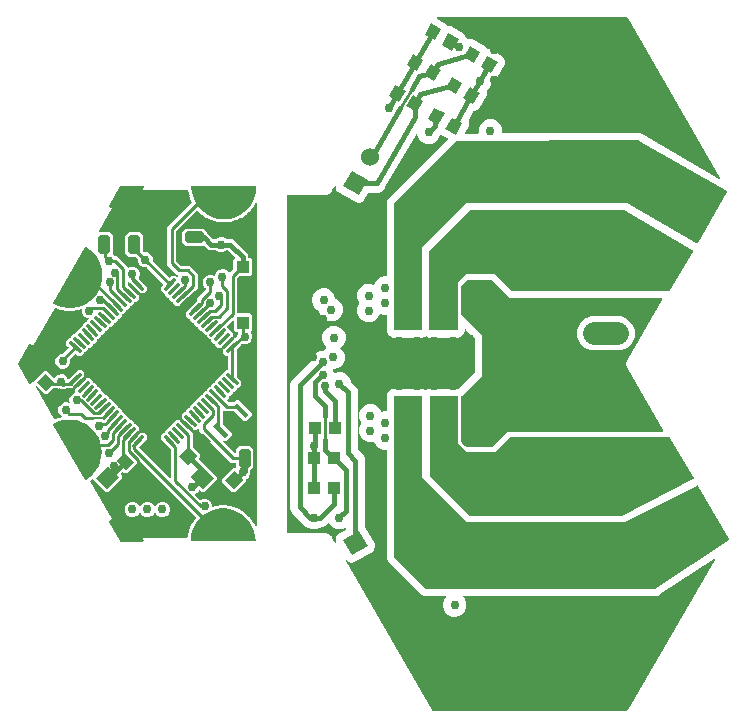
<source format=gbr>
G04 EAGLE Gerber RS-274X export*
G75*
%MOMM*%
%FSLAX34Y34*%
%LPD*%
%INBottom Copper*%
%IPPOS*%
%AMOC8*
5,1,8,0,0,1.08239X$1,22.5*%
G01*
%ADD10R,1.100000X1.000000*%
%ADD11R,1.300000X1.500000*%
%ADD12R,1.399997X0.400000*%
%ADD13R,1.000000X1.100000*%
%ADD14C,0.499997*%
%ADD15C,0.300000*%
%ADD16C,1.981200*%
%ADD17R,1.530000X1.530000*%
%ADD18C,1.530000*%
%ADD19C,1.000000*%
%ADD20C,0.254000*%
%ADD21C,0.756400*%
%ADD22C,0.406400*%
%ADD23C,0.203200*%

G36*
X-11091Y-294164D02*
X-11091Y-294164D01*
X-11018Y-294157D01*
X-10994Y-294144D01*
X-10968Y-294139D01*
X-10906Y-294097D01*
X-10841Y-294062D01*
X-10822Y-294040D01*
X-10802Y-294026D01*
X-10773Y-293981D01*
X-10725Y-293925D01*
X62768Y-166628D01*
X62794Y-166549D01*
X62826Y-166472D01*
X62826Y-166454D01*
X62832Y-166438D01*
X62826Y-166355D01*
X62825Y-166271D01*
X62818Y-166255D01*
X62817Y-166238D01*
X62779Y-166164D01*
X62747Y-166087D01*
X62734Y-166075D01*
X62726Y-166059D01*
X62663Y-166006D01*
X62603Y-165947D01*
X62586Y-165941D01*
X62573Y-165930D01*
X62494Y-165905D01*
X62416Y-165875D01*
X62399Y-165875D01*
X62382Y-165870D01*
X62299Y-165878D01*
X62215Y-165880D01*
X62198Y-165887D01*
X62182Y-165889D01*
X62133Y-165915D01*
X62050Y-165951D01*
X16654Y-195817D01*
X16621Y-195849D01*
X16574Y-195882D01*
X16141Y-196315D01*
X15526Y-196569D01*
X15490Y-196593D01*
X15441Y-196614D01*
X14885Y-196980D01*
X14284Y-197095D01*
X14242Y-197112D01*
X14185Y-197124D01*
X13682Y-197333D01*
X13620Y-197359D01*
X12954Y-197359D01*
X12912Y-197367D01*
X12859Y-197368D01*
X12206Y-197493D01*
X11606Y-197369D01*
X11560Y-197369D01*
X11503Y-197359D01*
X-149396Y-197359D01*
X-149399Y-197359D01*
X-149401Y-197359D01*
X-149496Y-197379D01*
X-149593Y-197398D01*
X-149595Y-197400D01*
X-149597Y-197400D01*
X-149678Y-197456D01*
X-149758Y-197511D01*
X-149760Y-197513D01*
X-149762Y-197515D01*
X-149815Y-197598D01*
X-149868Y-197679D01*
X-149868Y-197682D01*
X-149869Y-197684D01*
X-149886Y-197782D01*
X-149903Y-197876D01*
X-149903Y-197879D01*
X-149903Y-197881D01*
X-149881Y-197976D01*
X-149860Y-198072D01*
X-149858Y-198074D01*
X-149857Y-198077D01*
X-149755Y-198225D01*
X-148788Y-199192D01*
X-147284Y-202822D01*
X-147284Y-206753D01*
X-148788Y-210383D01*
X-151567Y-213162D01*
X-152539Y-213565D01*
X-153764Y-214072D01*
X-154988Y-214580D01*
X-155197Y-214666D01*
X-159128Y-214666D01*
X-162758Y-213162D01*
X-165537Y-210383D01*
X-167041Y-206753D01*
X-167041Y-202822D01*
X-165537Y-199192D01*
X-164570Y-198225D01*
X-164569Y-198222D01*
X-164567Y-198221D01*
X-164515Y-198141D01*
X-164459Y-198058D01*
X-164459Y-198055D01*
X-164457Y-198053D01*
X-164440Y-197957D01*
X-164422Y-197861D01*
X-164422Y-197858D01*
X-164422Y-197856D01*
X-164443Y-197761D01*
X-164463Y-197665D01*
X-164465Y-197663D01*
X-164465Y-197660D01*
X-164522Y-197580D01*
X-164578Y-197500D01*
X-164580Y-197499D01*
X-164581Y-197497D01*
X-164664Y-197445D01*
X-164747Y-197393D01*
X-164749Y-197392D01*
X-164752Y-197391D01*
X-164929Y-197359D01*
X-182339Y-197359D01*
X-184860Y-196315D01*
X-213777Y-167398D01*
X-214821Y-164877D01*
X-214821Y-73886D01*
X-214822Y-73881D01*
X-214821Y-73876D01*
X-214842Y-73783D01*
X-214861Y-73689D01*
X-214864Y-73685D01*
X-214865Y-73680D01*
X-214920Y-73602D01*
X-214973Y-73524D01*
X-214978Y-73521D01*
X-214981Y-73517D01*
X-215062Y-73466D01*
X-215142Y-73414D01*
X-215147Y-73414D01*
X-215151Y-73411D01*
X-215328Y-73379D01*
X-217865Y-73379D01*
X-221496Y-71875D01*
X-224275Y-69096D01*
X-225157Y-66966D01*
X-225160Y-66961D01*
X-225161Y-66956D01*
X-225216Y-66878D01*
X-225269Y-66799D01*
X-225273Y-66796D01*
X-225276Y-66792D01*
X-225357Y-66742D01*
X-225436Y-66689D01*
X-225442Y-66688D01*
X-225446Y-66685D01*
X-225540Y-66670D01*
X-225634Y-66653D01*
X-225639Y-66654D01*
X-225644Y-66653D01*
X-225820Y-66691D01*
X-226493Y-66970D01*
X-226635Y-67029D01*
X-230565Y-67029D01*
X-234196Y-65525D01*
X-236975Y-62746D01*
X-238479Y-59115D01*
X-238479Y-55185D01*
X-236975Y-51554D01*
X-236579Y-51159D01*
X-236576Y-51154D01*
X-236572Y-51151D01*
X-236521Y-51071D01*
X-236468Y-50992D01*
X-236467Y-50987D01*
X-236465Y-50982D01*
X-236449Y-50888D01*
X-236431Y-50795D01*
X-236432Y-50790D01*
X-236431Y-50785D01*
X-236453Y-50692D01*
X-236472Y-50599D01*
X-236475Y-50595D01*
X-236477Y-50589D01*
X-236579Y-50441D01*
X-236975Y-50046D01*
X-238479Y-46415D01*
X-238479Y-42485D01*
X-236975Y-38854D01*
X-234196Y-36075D01*
X-233890Y-35948D01*
X-232665Y-35441D01*
X-231441Y-34934D01*
X-231440Y-34934D01*
X-230565Y-34571D01*
X-226635Y-34571D01*
X-223004Y-36075D01*
X-220225Y-38854D01*
X-219343Y-40984D01*
X-219340Y-40989D01*
X-219339Y-40994D01*
X-219284Y-41072D01*
X-219231Y-41151D01*
X-219227Y-41154D01*
X-219224Y-41158D01*
X-219143Y-41208D01*
X-219064Y-41261D01*
X-219058Y-41262D01*
X-219054Y-41265D01*
X-218960Y-41280D01*
X-218866Y-41297D01*
X-218861Y-41296D01*
X-218856Y-41297D01*
X-218680Y-41259D01*
X-218106Y-41021D01*
X-218105Y-41021D01*
X-217865Y-40921D01*
X-215328Y-40921D01*
X-215323Y-40920D01*
X-215318Y-40921D01*
X-215225Y-40900D01*
X-215132Y-40882D01*
X-215128Y-40879D01*
X-215123Y-40878D01*
X-215045Y-40822D01*
X-214966Y-40769D01*
X-214963Y-40765D01*
X-214959Y-40762D01*
X-214908Y-40680D01*
X-214857Y-40601D01*
X-214856Y-40596D01*
X-214853Y-40591D01*
X-214821Y-40414D01*
X-214821Y-27211D01*
X-213777Y-24690D01*
X-211848Y-22760D01*
X-211846Y-22760D01*
X-210622Y-22253D01*
X-209397Y-21745D01*
X-209327Y-21716D01*
X-184373Y-21716D01*
X-181963Y-22715D01*
X-181955Y-22716D01*
X-181948Y-22720D01*
X-181857Y-22735D01*
X-181766Y-22753D01*
X-181758Y-22752D01*
X-181751Y-22753D01*
X-181575Y-22715D01*
X-180459Y-22253D01*
X-179235Y-21745D01*
X-179164Y-21716D01*
X-154161Y-21716D01*
X-154153Y-21718D01*
X-154060Y-21736D01*
X-154054Y-21734D01*
X-154047Y-21736D01*
X-153956Y-21714D01*
X-153864Y-21695D01*
X-153859Y-21692D01*
X-153852Y-21690D01*
X-153704Y-21587D01*
X-140484Y-8367D01*
X-140480Y-8361D01*
X-140474Y-8356D01*
X-140425Y-8278D01*
X-140373Y-8201D01*
X-140372Y-8193D01*
X-140368Y-8186D01*
X-140336Y-8009D01*
X-140336Y20709D01*
X-140337Y20717D01*
X-140336Y20724D01*
X-140357Y20814D01*
X-140375Y20905D01*
X-140380Y20912D01*
X-140382Y20919D01*
X-140484Y21067D01*
X-147723Y28307D01*
X-147726Y28308D01*
X-147727Y28310D01*
X-147808Y28363D01*
X-147890Y28417D01*
X-147893Y28418D01*
X-147895Y28419D01*
X-147991Y28437D01*
X-148087Y28455D01*
X-148090Y28455D01*
X-148092Y28455D01*
X-148189Y28434D01*
X-148283Y28413D01*
X-148285Y28412D01*
X-148288Y28411D01*
X-148368Y28355D01*
X-148448Y28299D01*
X-148449Y28297D01*
X-148451Y28295D01*
X-148503Y28213D01*
X-148555Y28130D01*
X-148556Y28127D01*
X-148557Y28125D01*
X-148589Y27948D01*
X-148589Y27185D01*
X-149653Y24618D01*
X-151618Y22653D01*
X-152455Y22306D01*
X-153679Y21799D01*
X-154185Y21589D01*
X-179190Y21589D01*
X-181575Y22577D01*
X-181582Y22579D01*
X-181589Y22583D01*
X-181681Y22598D01*
X-181771Y22616D01*
X-181779Y22614D01*
X-181787Y22616D01*
X-181963Y22577D01*
X-182617Y22306D01*
X-183842Y21799D01*
X-184348Y21589D01*
X-209352Y21589D01*
X-211920Y22653D01*
X-213885Y24618D01*
X-214948Y27185D01*
X-214948Y40414D01*
X-214949Y40419D01*
X-214948Y40424D01*
X-214969Y40517D01*
X-214988Y40611D01*
X-214991Y40615D01*
X-214992Y40620D01*
X-215047Y40698D01*
X-215100Y40776D01*
X-215105Y40779D01*
X-215108Y40783D01*
X-215189Y40834D01*
X-215269Y40886D01*
X-215274Y40886D01*
X-215278Y40889D01*
X-215455Y40921D01*
X-217865Y40921D01*
X-220035Y41820D01*
X-220040Y41821D01*
X-220045Y41824D01*
X-220139Y41841D01*
X-220232Y41859D01*
X-220237Y41858D01*
X-220242Y41859D01*
X-220335Y41837D01*
X-220428Y41818D01*
X-220432Y41815D01*
X-220438Y41814D01*
X-220515Y41758D01*
X-220593Y41705D01*
X-220596Y41700D01*
X-220600Y41697D01*
X-220698Y41546D01*
X-221813Y38854D01*
X-224592Y36075D01*
X-224768Y36002D01*
X-224769Y36002D01*
X-225993Y35495D01*
X-227218Y34987D01*
X-228222Y34571D01*
X-232153Y34571D01*
X-235783Y36075D01*
X-238562Y38854D01*
X-240066Y42485D01*
X-240066Y46415D01*
X-238562Y50046D01*
X-238167Y50441D01*
X-238164Y50446D01*
X-238160Y50449D01*
X-238109Y50529D01*
X-238056Y50608D01*
X-238055Y50613D01*
X-238052Y50618D01*
X-238036Y50712D01*
X-238018Y50805D01*
X-238019Y50810D01*
X-238019Y50816D01*
X-238040Y50908D01*
X-238060Y51001D01*
X-238063Y51006D01*
X-238064Y51011D01*
X-238167Y51159D01*
X-238562Y51554D01*
X-240066Y55185D01*
X-240066Y59115D01*
X-238562Y62746D01*
X-235783Y65525D01*
X-234615Y66009D01*
X-233390Y66516D01*
X-232166Y67023D01*
X-232165Y67023D01*
X-232153Y67029D01*
X-228222Y67029D01*
X-226052Y66130D01*
X-226047Y66129D01*
X-226043Y66126D01*
X-225949Y66109D01*
X-225856Y66091D01*
X-225851Y66092D01*
X-225845Y66091D01*
X-225752Y66113D01*
X-225659Y66132D01*
X-225655Y66135D01*
X-225650Y66136D01*
X-225572Y66192D01*
X-225494Y66245D01*
X-225491Y66250D01*
X-225487Y66253D01*
X-225390Y66404D01*
X-224275Y69096D01*
X-221496Y71875D01*
X-220962Y72096D01*
X-219738Y72603D01*
X-219737Y72603D01*
X-218513Y73110D01*
X-217865Y73379D01*
X-215455Y73379D01*
X-215450Y73380D01*
X-215445Y73379D01*
X-215352Y73400D01*
X-215259Y73418D01*
X-215255Y73421D01*
X-215250Y73422D01*
X-215172Y73478D01*
X-215093Y73531D01*
X-215090Y73535D01*
X-215086Y73538D01*
X-215035Y73620D01*
X-214984Y73699D01*
X-214983Y73704D01*
X-214980Y73709D01*
X-214948Y73886D01*
X-214948Y136327D01*
X-213885Y138895D01*
X-211848Y140931D01*
X-163333Y189446D01*
X-163294Y189506D01*
X-163248Y189560D01*
X-163239Y189588D01*
X-163222Y189613D01*
X-163209Y189683D01*
X-163187Y189751D01*
X-163190Y189781D01*
X-163185Y189810D01*
X-163200Y189880D01*
X-163206Y189951D01*
X-163220Y189977D01*
X-163226Y190006D01*
X-163267Y190065D01*
X-163301Y190128D01*
X-163325Y190148D01*
X-163341Y190171D01*
X-163385Y190199D01*
X-163438Y190244D01*
X-168857Y193372D01*
X-168894Y193385D01*
X-168926Y193406D01*
X-168988Y193416D01*
X-169047Y193436D01*
X-169085Y193434D01*
X-169124Y193440D01*
X-169185Y193426D01*
X-169247Y193422D01*
X-169281Y193404D01*
X-169319Y193396D01*
X-169370Y193359D01*
X-169426Y193331D01*
X-169450Y193301D01*
X-169482Y193279D01*
X-169521Y193218D01*
X-169555Y193178D01*
X-169563Y193153D01*
X-169579Y193127D01*
X-171013Y189667D01*
X-173792Y186888D01*
X-174353Y186655D01*
X-175578Y186148D01*
X-176802Y185641D01*
X-177422Y185384D01*
X-181353Y185384D01*
X-184983Y186888D01*
X-187762Y189667D01*
X-189256Y193272D01*
X-189295Y193330D01*
X-189327Y193393D01*
X-189350Y193413D01*
X-189367Y193438D01*
X-189426Y193477D01*
X-189480Y193522D01*
X-189509Y193531D01*
X-189535Y193548D01*
X-189604Y193561D01*
X-189671Y193582D01*
X-189702Y193579D01*
X-189732Y193585D01*
X-189801Y193570D01*
X-189870Y193564D01*
X-189898Y193549D01*
X-189928Y193542D01*
X-189985Y193502D01*
X-190047Y193469D01*
X-190069Y193444D01*
X-190092Y193427D01*
X-190119Y193384D01*
X-190164Y193331D01*
X-215859Y148826D01*
X-215869Y148797D01*
X-215888Y148766D01*
X-216290Y147795D01*
X-216630Y147456D01*
X-216660Y147411D01*
X-216710Y147351D01*
X-216950Y146935D01*
X-217784Y146296D01*
X-217804Y146273D01*
X-217834Y146252D01*
X-218577Y145509D01*
X-219021Y145325D01*
X-219066Y145295D01*
X-219135Y145259D01*
X-219516Y144967D01*
X-220531Y144695D01*
X-220558Y144681D01*
X-220594Y144673D01*
X-220884Y144553D01*
X-221565Y144271D01*
X-222045Y144271D01*
X-222098Y144260D01*
X-222176Y144254D01*
X-222640Y144130D01*
X-223682Y144267D01*
X-223712Y144265D01*
X-223748Y144271D01*
X-229827Y144271D01*
X-229900Y144257D01*
X-229973Y144250D01*
X-229997Y144237D01*
X-230023Y144232D01*
X-230085Y144190D01*
X-230150Y144155D01*
X-230169Y144133D01*
X-230189Y144119D01*
X-230218Y144074D01*
X-230266Y144018D01*
X-233826Y137851D01*
X-235751Y136375D01*
X-238093Y135747D01*
X-240498Y136064D01*
X-255849Y144926D01*
X-257325Y146851D01*
X-257953Y149193D01*
X-257899Y149606D01*
X-257899Y149607D01*
X-257898Y149608D01*
X-257901Y149644D01*
X-257895Y149676D01*
X-257907Y149729D01*
X-257912Y149806D01*
X-257913Y149807D01*
X-257913Y149808D01*
X-257934Y149849D01*
X-257939Y149871D01*
X-257961Y149903D01*
X-258002Y149985D01*
X-258003Y149986D01*
X-258004Y149987D01*
X-258046Y150022D01*
X-258055Y150035D01*
X-258077Y150049D01*
X-258079Y150050D01*
X-258155Y150115D01*
X-258156Y150115D01*
X-258157Y150116D01*
X-258215Y150135D01*
X-258225Y150141D01*
X-258248Y150145D01*
X-258254Y150147D01*
X-258346Y150176D01*
X-258347Y150176D01*
X-258348Y150176D01*
X-258397Y150172D01*
X-258402Y150173D01*
X-258405Y150173D01*
X-258422Y150169D01*
X-258446Y150167D01*
X-258545Y150158D01*
X-258546Y150158D01*
X-258548Y150158D01*
X-258589Y150136D01*
X-258602Y150133D01*
X-258632Y150112D01*
X-258636Y150110D01*
X-258723Y150065D01*
X-258723Y150064D01*
X-258725Y150063D01*
X-258751Y150032D01*
X-258768Y150021D01*
X-258791Y149984D01*
X-258841Y149926D01*
X-260917Y146330D01*
X-260926Y146304D01*
X-260927Y146302D01*
X-260927Y146300D01*
X-260946Y146270D01*
X-261270Y145488D01*
X-261537Y145222D01*
X-261567Y145176D01*
X-261617Y145117D01*
X-261806Y144790D01*
X-262477Y144275D01*
X-262497Y144252D01*
X-262527Y144231D01*
X-263126Y143633D01*
X-263352Y143539D01*
X-263474Y143488D01*
X-263519Y143458D01*
X-263589Y143422D01*
X-263888Y143193D01*
X-264705Y142974D01*
X-264733Y142960D01*
X-264768Y142952D01*
X-265550Y142628D01*
X-265927Y142628D01*
X-265981Y142617D01*
X-266059Y142611D01*
X-266423Y142513D01*
X-267262Y142624D01*
X-267292Y142622D01*
X-267328Y142628D01*
X-298450Y142628D01*
X-298455Y142627D01*
X-298460Y142628D01*
X-298553Y142607D01*
X-298647Y142589D01*
X-298651Y142586D01*
X-298656Y142585D01*
X-298734Y142529D01*
X-298812Y142476D01*
X-298815Y142472D01*
X-298819Y142469D01*
X-298870Y142387D01*
X-298922Y142308D01*
X-298922Y142303D01*
X-298925Y142298D01*
X-298957Y142121D01*
X-298957Y-143663D01*
X-298956Y-143668D01*
X-298957Y-143673D01*
X-298936Y-143766D01*
X-298918Y-143860D01*
X-298915Y-143864D01*
X-298914Y-143869D01*
X-298858Y-143947D01*
X-298805Y-144025D01*
X-298801Y-144028D01*
X-298798Y-144032D01*
X-298716Y-144083D01*
X-298637Y-144135D01*
X-298632Y-144135D01*
X-298627Y-144138D01*
X-298450Y-144170D01*
X-267267Y-144170D01*
X-267237Y-144164D01*
X-267201Y-144166D01*
X-266423Y-144063D01*
X-266088Y-144153D01*
X-266034Y-144156D01*
X-265957Y-144170D01*
X-265549Y-144170D01*
X-264709Y-144518D01*
X-264679Y-144524D01*
X-264646Y-144539D01*
X-263888Y-144743D01*
X-263613Y-144953D01*
X-263564Y-144977D01*
X-263498Y-145019D01*
X-263121Y-145176D01*
X-262478Y-145819D01*
X-262453Y-145836D01*
X-262429Y-145862D01*
X-261806Y-146340D01*
X-261633Y-146640D01*
X-261596Y-146681D01*
X-261552Y-146745D01*
X-261263Y-147034D01*
X-260915Y-147874D01*
X-260898Y-147899D01*
X-260886Y-147933D01*
X-258577Y-151933D01*
X-258576Y-151934D01*
X-258575Y-151936D01*
X-258509Y-152010D01*
X-258444Y-152084D01*
X-258443Y-152084D01*
X-258442Y-152085D01*
X-258354Y-152127D01*
X-258264Y-152171D01*
X-258262Y-152171D01*
X-258261Y-152172D01*
X-258163Y-152176D01*
X-258063Y-152182D01*
X-258062Y-152181D01*
X-258061Y-152181D01*
X-257967Y-152147D01*
X-257875Y-152114D01*
X-257874Y-152113D01*
X-257873Y-152112D01*
X-257800Y-152045D01*
X-257727Y-151978D01*
X-257727Y-151977D01*
X-257726Y-151976D01*
X-257685Y-151887D01*
X-257643Y-151796D01*
X-257643Y-151795D01*
X-257643Y-151794D01*
X-257634Y-151614D01*
X-257953Y-149193D01*
X-257325Y-146851D01*
X-255849Y-144926D01*
X-249682Y-141366D01*
X-249627Y-141317D01*
X-249567Y-141274D01*
X-249552Y-141252D01*
X-249532Y-141234D01*
X-249500Y-141167D01*
X-249461Y-141104D01*
X-249456Y-141076D01*
X-249445Y-141053D01*
X-249442Y-141000D01*
X-249429Y-140927D01*
X-249429Y-140198D01*
X-249430Y-140194D01*
X-249429Y-140191D01*
X-249449Y-140097D01*
X-249468Y-140002D01*
X-249471Y-139999D01*
X-249471Y-139995D01*
X-249527Y-139916D01*
X-249581Y-139836D01*
X-249584Y-139834D01*
X-249587Y-139831D01*
X-249669Y-139779D01*
X-249749Y-139727D01*
X-249753Y-139726D01*
X-249756Y-139724D01*
X-249852Y-139708D01*
X-249946Y-139691D01*
X-249950Y-139692D01*
X-249954Y-139691D01*
X-250130Y-139730D01*
X-250816Y-140014D01*
X-252041Y-140521D01*
X-252829Y-140847D01*
X-256759Y-140847D01*
X-260390Y-139344D01*
X-263169Y-136565D01*
X-263579Y-135573D01*
X-263581Y-135570D01*
X-263582Y-135566D01*
X-263637Y-135487D01*
X-263691Y-135407D01*
X-263694Y-135404D01*
X-263697Y-135401D01*
X-263778Y-135349D01*
X-263859Y-135297D01*
X-263862Y-135296D01*
X-263866Y-135294D01*
X-263961Y-135278D01*
X-264056Y-135260D01*
X-264060Y-135261D01*
X-264063Y-135260D01*
X-264158Y-135282D01*
X-264251Y-135303D01*
X-264255Y-135305D01*
X-264259Y-135306D01*
X-264407Y-135409D01*
X-264500Y-135502D01*
X-266858Y-137860D01*
X-267159Y-137985D01*
X-267160Y-137985D01*
X-268384Y-138492D01*
X-269609Y-138999D01*
X-269846Y-139097D01*
X-270173Y-139097D01*
X-270181Y-139099D01*
X-270189Y-139098D01*
X-270278Y-139119D01*
X-270369Y-139137D01*
X-270376Y-139142D01*
X-270384Y-139143D01*
X-270532Y-139246D01*
X-270629Y-139344D01*
X-271023Y-139507D01*
X-272247Y-140014D01*
X-272248Y-140014D01*
X-273472Y-140521D01*
X-274260Y-140847D01*
X-278190Y-140847D01*
X-281821Y-139344D01*
X-282585Y-138579D01*
X-282593Y-138574D01*
X-282598Y-138567D01*
X-282750Y-138469D01*
X-282752Y-138468D01*
X-284221Y-137860D01*
X-295410Y-126671D01*
X-296647Y-123684D01*
X-296647Y-17365D01*
X-295410Y-14378D01*
X-279015Y2017D01*
X-279011Y2023D01*
X-279005Y2028D01*
X-278956Y2106D01*
X-278904Y2184D01*
X-278903Y2191D01*
X-278899Y2198D01*
X-278867Y2375D01*
X-278867Y2513D01*
X-277363Y6144D01*
X-274584Y8923D01*
X-273923Y9197D01*
X-273922Y9197D01*
X-272698Y9704D01*
X-271473Y10211D01*
X-270953Y10427D01*
X-268866Y10427D01*
X-268859Y10428D01*
X-268851Y10427D01*
X-268761Y10448D01*
X-268670Y10466D01*
X-268663Y10471D01*
X-268656Y10473D01*
X-268508Y10575D01*
X-265948Y13135D01*
X-265945Y13139D01*
X-265941Y13142D01*
X-265890Y13223D01*
X-265837Y13302D01*
X-265836Y13307D01*
X-265833Y13312D01*
X-265817Y13405D01*
X-265800Y13499D01*
X-265801Y13504D01*
X-265800Y13509D01*
X-265821Y13602D01*
X-265841Y13695D01*
X-265844Y13699D01*
X-265845Y13704D01*
X-265948Y13852D01*
X-267931Y15835D01*
X-269435Y19466D01*
X-269435Y23396D01*
X-267931Y27027D01*
X-265152Y29806D01*
X-264698Y29994D01*
X-263474Y30501D01*
X-263473Y30501D01*
X-262249Y31009D01*
X-261521Y31310D01*
X-257591Y31310D01*
X-253960Y29806D01*
X-251181Y27027D01*
X-249678Y23396D01*
X-249678Y19466D01*
X-251181Y15835D01*
X-253958Y13059D01*
X-253961Y13054D01*
X-253965Y13051D01*
X-254016Y12971D01*
X-254069Y12892D01*
X-254070Y12887D01*
X-254073Y12882D01*
X-254089Y12788D01*
X-254107Y12695D01*
X-254106Y12690D01*
X-254106Y12685D01*
X-254085Y12592D01*
X-254065Y12499D01*
X-254062Y12494D01*
X-254061Y12489D01*
X-253958Y12341D01*
X-251975Y10358D01*
X-250471Y6728D01*
X-250471Y2797D01*
X-251975Y-833D01*
X-254754Y-3612D01*
X-255861Y-4071D01*
X-257086Y-4578D01*
X-258310Y-5085D01*
X-258311Y-5085D01*
X-258385Y-5116D01*
X-259720Y-5116D01*
X-259724Y-5117D01*
X-259728Y-5116D01*
X-259822Y-5137D01*
X-259917Y-5156D01*
X-259920Y-5158D01*
X-259924Y-5159D01*
X-260003Y-5214D01*
X-260082Y-5268D01*
X-260085Y-5272D01*
X-260088Y-5274D01*
X-260139Y-5356D01*
X-260192Y-5437D01*
X-260192Y-5440D01*
X-260194Y-5444D01*
X-260210Y-5539D01*
X-260227Y-5634D01*
X-260226Y-5638D01*
X-260227Y-5642D01*
X-260189Y-5818D01*
X-259256Y-8069D01*
X-259253Y-8073D01*
X-259252Y-8079D01*
X-259197Y-8157D01*
X-259144Y-8236D01*
X-259140Y-8238D01*
X-259137Y-8243D01*
X-259056Y-8293D01*
X-258977Y-8346D01*
X-258972Y-8347D01*
X-258967Y-8349D01*
X-258873Y-8365D01*
X-258780Y-8382D01*
X-258775Y-8381D01*
X-258769Y-8382D01*
X-258593Y-8344D01*
X-257884Y-8050D01*
X-257883Y-8050D01*
X-256759Y-7584D01*
X-252829Y-7584D01*
X-249198Y-9088D01*
X-246419Y-11867D01*
X-244915Y-15497D01*
X-244915Y-15635D01*
X-244913Y-15643D01*
X-244915Y-15651D01*
X-244894Y-15741D01*
X-244875Y-15832D01*
X-244871Y-15838D01*
X-244869Y-15846D01*
X-244766Y-15994D01*
X-243117Y-17644D01*
X-240759Y-20002D01*
X-239521Y-22989D01*
X-239521Y-72623D01*
X-239520Y-72631D01*
X-239521Y-72638D01*
X-239500Y-72728D01*
X-239482Y-72819D01*
X-239477Y-72826D01*
X-239475Y-72834D01*
X-239373Y-72982D01*
X-234409Y-77945D01*
X-233171Y-80933D01*
X-233171Y-138850D01*
X-233163Y-138892D01*
X-233164Y-138934D01*
X-233142Y-138997D01*
X-233132Y-139047D01*
X-233115Y-139071D01*
X-233103Y-139104D01*
X-224964Y-153202D01*
X-224647Y-155607D01*
X-225275Y-157949D01*
X-226751Y-159874D01*
X-242102Y-168736D01*
X-244507Y-169053D01*
X-246849Y-168425D01*
X-248787Y-166939D01*
X-248788Y-166938D01*
X-248789Y-166937D01*
X-248879Y-166894D01*
X-248967Y-166851D01*
X-248968Y-166851D01*
X-248969Y-166850D01*
X-249068Y-166845D01*
X-249167Y-166839D01*
X-249168Y-166839D01*
X-249169Y-166839D01*
X-249261Y-166872D01*
X-249356Y-166906D01*
X-249357Y-166907D01*
X-249358Y-166907D01*
X-249432Y-166975D01*
X-249504Y-167041D01*
X-249505Y-167042D01*
X-249506Y-167043D01*
X-249547Y-167134D01*
X-249589Y-167222D01*
X-249589Y-167224D01*
X-249589Y-167225D01*
X-249592Y-167326D01*
X-249596Y-167423D01*
X-249596Y-167424D01*
X-249596Y-167425D01*
X-249548Y-167559D01*
X-249545Y-167572D01*
X-249541Y-167577D01*
X-249535Y-167595D01*
X-176600Y-293925D01*
X-176551Y-293980D01*
X-176509Y-294040D01*
X-176486Y-294055D01*
X-176468Y-294075D01*
X-176401Y-294107D01*
X-176338Y-294146D01*
X-176310Y-294151D01*
X-176287Y-294162D01*
X-176234Y-294165D01*
X-176161Y-294178D01*
X-11164Y-294178D01*
X-11091Y-294164D01*
G37*
G36*
X-421101Y-151180D02*
X-421101Y-151180D01*
X-421072Y-151183D01*
X-421005Y-151161D01*
X-420935Y-151146D01*
X-420911Y-151130D01*
X-420883Y-151121D01*
X-420830Y-151074D01*
X-420771Y-151034D01*
X-420755Y-151010D01*
X-420733Y-150991D01*
X-420702Y-150927D01*
X-420663Y-150867D01*
X-420659Y-150838D01*
X-420646Y-150812D01*
X-420637Y-150713D01*
X-420630Y-150671D01*
X-420633Y-150660D01*
X-420631Y-150646D01*
X-420867Y-147726D01*
X-383831Y-147726D01*
X-383786Y-147717D01*
X-383739Y-147718D01*
X-383688Y-147697D01*
X-383635Y-147687D01*
X-383596Y-147660D01*
X-383553Y-147643D01*
X-383514Y-147605D01*
X-383469Y-147574D01*
X-383444Y-147535D01*
X-383410Y-147502D01*
X-383390Y-147452D01*
X-383360Y-147406D01*
X-383352Y-147360D01*
X-383334Y-147317D01*
X-383334Y-147262D01*
X-383324Y-147209D01*
X-383334Y-147163D01*
X-383335Y-147116D01*
X-383357Y-147060D01*
X-383368Y-147013D01*
X-383145Y-146037D01*
X-383144Y-146003D01*
X-383133Y-145962D01*
X-383059Y-144972D01*
X-382989Y-144912D01*
X-382946Y-144856D01*
X-382896Y-144806D01*
X-382883Y-144776D01*
X-382866Y-144754D01*
X-382852Y-144704D01*
X-382825Y-144640D01*
X-382446Y-142980D01*
X-382444Y-142910D01*
X-382434Y-142840D01*
X-382441Y-142808D01*
X-382441Y-142780D01*
X-382460Y-142732D01*
X-382475Y-142665D01*
X-382512Y-142580D01*
X-382149Y-141655D01*
X-382143Y-141621D01*
X-382126Y-141583D01*
X-381905Y-140614D01*
X-381827Y-140565D01*
X-381776Y-140517D01*
X-381719Y-140475D01*
X-381702Y-140447D01*
X-381682Y-140427D01*
X-381661Y-140380D01*
X-381625Y-140321D01*
X-381002Y-138736D01*
X-380990Y-138667D01*
X-380969Y-138599D01*
X-380972Y-138567D01*
X-380967Y-138539D01*
X-380979Y-138489D01*
X-380984Y-138420D01*
X-381008Y-138331D01*
X-380511Y-137471D01*
X-380500Y-137438D01*
X-380478Y-137402D01*
X-380115Y-136478D01*
X-380030Y-136441D01*
X-379973Y-136400D01*
X-379910Y-136367D01*
X-379889Y-136342D01*
X-379866Y-136326D01*
X-379839Y-136282D01*
X-379794Y-136230D01*
X-378942Y-134755D01*
X-378933Y-134728D01*
X-378931Y-134725D01*
X-378930Y-134718D01*
X-378920Y-134688D01*
X-378889Y-134625D01*
X-378887Y-134592D01*
X-378878Y-134565D01*
X-378882Y-134514D01*
X-378877Y-134445D01*
X-378888Y-134353D01*
X-378268Y-133577D01*
X-378252Y-133546D01*
X-378225Y-133514D01*
X-377728Y-132654D01*
X-377639Y-132630D01*
X-377576Y-132599D01*
X-377509Y-132575D01*
X-377485Y-132553D01*
X-377460Y-132541D01*
X-377426Y-132502D01*
X-377374Y-132456D01*
X-376312Y-131126D01*
X-376279Y-131063D01*
X-376240Y-131004D01*
X-376233Y-130972D01*
X-376220Y-130947D01*
X-376216Y-130896D01*
X-376201Y-130828D01*
X-376200Y-130803D01*
X-376203Y-130786D01*
X-376200Y-130768D01*
X-376205Y-130749D01*
X-376205Y-130747D01*
X-376206Y-130744D01*
X-376219Y-130687D01*
X-376232Y-130605D01*
X-376242Y-130590D01*
X-376246Y-130573D01*
X-376313Y-130475D01*
X-376339Y-130435D01*
X-376344Y-130431D01*
X-376349Y-130425D01*
X-429996Y-76777D01*
X-432377Y-74396D01*
X-432377Y-72478D01*
X-432379Y-72470D01*
X-432377Y-72462D01*
X-432398Y-72372D01*
X-432417Y-72281D01*
X-432421Y-72275D01*
X-432423Y-72267D01*
X-432526Y-72119D01*
X-432968Y-71677D01*
X-432968Y-68330D01*
X-423529Y-58892D01*
X-420182Y-58892D01*
X-417815Y-61259D01*
X-417815Y-64606D01*
X-424243Y-71034D01*
X-424246Y-71039D01*
X-424251Y-71042D01*
X-424302Y-71122D01*
X-424354Y-71201D01*
X-424355Y-71207D01*
X-424358Y-71211D01*
X-424374Y-71305D01*
X-424392Y-71398D01*
X-424391Y-71403D01*
X-424392Y-71409D01*
X-424370Y-71501D01*
X-424350Y-71594D01*
X-424347Y-71599D01*
X-424346Y-71604D01*
X-424243Y-71752D01*
X-398435Y-97560D01*
X-398433Y-97561D01*
X-398432Y-97563D01*
X-398351Y-97616D01*
X-398268Y-97671D01*
X-398266Y-97671D01*
X-398264Y-97673D01*
X-398168Y-97690D01*
X-398072Y-97708D01*
X-398069Y-97708D01*
X-398066Y-97708D01*
X-397970Y-97687D01*
X-397875Y-97667D01*
X-397873Y-97665D01*
X-397871Y-97665D01*
X-397791Y-97608D01*
X-397711Y-97552D01*
X-397709Y-97550D01*
X-397707Y-97549D01*
X-397656Y-97466D01*
X-397603Y-97383D01*
X-397603Y-97381D01*
X-397601Y-97378D01*
X-397569Y-97201D01*
X-397569Y-73344D01*
X-397571Y-73337D01*
X-397570Y-73329D01*
X-397591Y-73239D01*
X-397609Y-73148D01*
X-397614Y-73141D01*
X-397615Y-73134D01*
X-397718Y-72986D01*
X-406098Y-64606D01*
X-406098Y-61259D01*
X-403731Y-58892D01*
X-403069Y-58892D01*
X-403064Y-58891D01*
X-403059Y-58892D01*
X-402966Y-58871D01*
X-402873Y-58852D01*
X-402868Y-58849D01*
X-402863Y-58848D01*
X-402785Y-58793D01*
X-402707Y-58740D01*
X-402704Y-58735D01*
X-402700Y-58732D01*
X-402649Y-58651D01*
X-402598Y-58571D01*
X-402597Y-58566D01*
X-402594Y-58562D01*
X-402562Y-58385D01*
X-402562Y-57723D01*
X-400195Y-55356D01*
X-399534Y-55356D01*
X-399529Y-55355D01*
X-399523Y-55356D01*
X-399430Y-55335D01*
X-399337Y-55317D01*
X-399333Y-55314D01*
X-399328Y-55313D01*
X-399250Y-55257D01*
X-399171Y-55204D01*
X-399169Y-55200D01*
X-399164Y-55197D01*
X-399114Y-55115D01*
X-399062Y-55036D01*
X-399061Y-55031D01*
X-399058Y-55026D01*
X-399026Y-54849D01*
X-399026Y-54188D01*
X-396659Y-51821D01*
X-395998Y-51821D01*
X-395993Y-51820D01*
X-395988Y-51821D01*
X-395895Y-51800D01*
X-395802Y-51781D01*
X-395797Y-51778D01*
X-395792Y-51777D01*
X-395714Y-51722D01*
X-395636Y-51668D01*
X-395633Y-51664D01*
X-395629Y-51661D01*
X-395578Y-51580D01*
X-395527Y-51500D01*
X-395526Y-51495D01*
X-395523Y-51491D01*
X-395491Y-51313D01*
X-395491Y-50652D01*
X-393124Y-48285D01*
X-389776Y-48285D01*
X-380338Y-57723D01*
X-380338Y-57838D01*
X-380337Y-57846D01*
X-380338Y-57854D01*
X-380317Y-57944D01*
X-380299Y-58035D01*
X-380294Y-58041D01*
X-380293Y-58049D01*
X-380190Y-58197D01*
X-379106Y-59280D01*
X-379106Y-70888D01*
X-379105Y-70896D01*
X-379106Y-70904D01*
X-379085Y-70994D01*
X-379067Y-71085D01*
X-379062Y-71091D01*
X-379061Y-71099D01*
X-378958Y-71247D01*
X-372952Y-77253D01*
X-372952Y-79358D01*
X-373993Y-80399D01*
X-373996Y-80403D01*
X-374000Y-80406D01*
X-374051Y-80486D01*
X-374104Y-80566D01*
X-374105Y-80571D01*
X-374108Y-80575D01*
X-374124Y-80669D01*
X-374142Y-80763D01*
X-374140Y-80768D01*
X-374141Y-80773D01*
X-374120Y-80865D01*
X-374100Y-80959D01*
X-374097Y-80963D01*
X-374096Y-80968D01*
X-373993Y-81116D01*
X-369398Y-85711D01*
X-367931Y-87178D01*
X-366567Y-88542D01*
X-366549Y-88617D01*
X-366531Y-88709D01*
X-366527Y-88715D01*
X-366525Y-88723D01*
X-366422Y-88871D01*
X-358703Y-96590D01*
X-358703Y-98694D01*
X-369384Y-109375D01*
X-371489Y-109375D01*
X-373063Y-107801D01*
X-373066Y-107799D01*
X-373069Y-107795D01*
X-373071Y-107794D01*
X-373073Y-107791D01*
X-373131Y-107755D01*
X-373150Y-107743D01*
X-373230Y-107690D01*
X-373234Y-107689D01*
X-373237Y-107687D01*
X-373242Y-107686D01*
X-373243Y-107686D01*
X-373413Y-107655D01*
X-373427Y-107652D01*
X-373431Y-107653D01*
X-373435Y-107652D01*
X-373529Y-107674D01*
X-373623Y-107694D01*
X-373626Y-107696D01*
X-373630Y-107697D01*
X-373708Y-107753D01*
X-373768Y-107795D01*
X-373785Y-107806D01*
X-373788Y-107808D01*
X-373790Y-107812D01*
X-373793Y-107814D01*
X-373890Y-107965D01*
X-374052Y-108357D01*
X-375831Y-110135D01*
X-376058Y-110229D01*
X-376796Y-110535D01*
X-376800Y-110537D01*
X-376804Y-110538D01*
X-376883Y-110593D01*
X-376963Y-110647D01*
X-376965Y-110650D01*
X-376968Y-110652D01*
X-377020Y-110734D01*
X-377073Y-110814D01*
X-377074Y-110818D01*
X-377076Y-110822D01*
X-377092Y-110917D01*
X-377109Y-111011D01*
X-377109Y-111015D01*
X-377109Y-111019D01*
X-377087Y-111113D01*
X-377067Y-111207D01*
X-377065Y-111210D01*
X-377064Y-111214D01*
X-376961Y-111362D01*
X-372615Y-115708D01*
X-372610Y-115712D01*
X-372606Y-115717D01*
X-372527Y-115767D01*
X-372448Y-115819D01*
X-372442Y-115820D01*
X-372436Y-115824D01*
X-372344Y-115839D01*
X-372252Y-115857D01*
X-372245Y-115855D01*
X-372239Y-115856D01*
X-372063Y-115818D01*
X-371850Y-115730D01*
X-370626Y-115223D01*
X-370625Y-115223D01*
X-370331Y-115101D01*
X-367816Y-115101D01*
X-365492Y-116063D01*
X-363713Y-117842D01*
X-362751Y-120166D01*
X-362751Y-121311D01*
X-362735Y-121390D01*
X-362725Y-121470D01*
X-362715Y-121488D01*
X-362711Y-121507D01*
X-362666Y-121574D01*
X-362626Y-121644D01*
X-362610Y-121657D01*
X-362598Y-121673D01*
X-362531Y-121717D01*
X-362467Y-121766D01*
X-362447Y-121772D01*
X-362430Y-121783D01*
X-362351Y-121797D01*
X-362273Y-121817D01*
X-362252Y-121815D01*
X-362233Y-121818D01*
X-362178Y-121806D01*
X-362094Y-121796D01*
X-361423Y-121589D01*
X-361361Y-121555D01*
X-361296Y-121529D01*
X-361272Y-121507D01*
X-361247Y-121493D01*
X-361215Y-121453D01*
X-361165Y-121406D01*
X-361110Y-121332D01*
X-360127Y-121184D01*
X-360095Y-121172D01*
X-360054Y-121167D01*
X-359104Y-120874D01*
X-359023Y-120917D01*
X-358955Y-120937D01*
X-358890Y-120965D01*
X-358857Y-120966D01*
X-358830Y-120974D01*
X-358779Y-120969D01*
X-358710Y-120971D01*
X-357026Y-120717D01*
X-356960Y-120693D01*
X-356891Y-120677D01*
X-356864Y-120659D01*
X-356838Y-120649D01*
X-356800Y-120614D01*
X-356743Y-120575D01*
X-356678Y-120510D01*
X-355684Y-120510D01*
X-355650Y-120503D01*
X-355609Y-120504D01*
X-354626Y-120356D01*
X-354552Y-120411D01*
X-354488Y-120441D01*
X-354428Y-120478D01*
X-354396Y-120484D01*
X-354371Y-120496D01*
X-354319Y-120498D01*
X-354251Y-120510D01*
X-352548Y-120511D01*
X-352479Y-120497D01*
X-352409Y-120491D01*
X-352379Y-120477D01*
X-352352Y-120471D01*
X-352309Y-120442D01*
X-352247Y-120412D01*
X-352173Y-120357D01*
X-351190Y-120506D01*
X-351156Y-120504D01*
X-351115Y-120511D01*
X-350121Y-120512D01*
X-350056Y-120577D01*
X-349997Y-120616D01*
X-349944Y-120662D01*
X-349913Y-120672D01*
X-349889Y-120688D01*
X-349839Y-120697D01*
X-349773Y-120720D01*
X-348090Y-120974D01*
X-348019Y-120971D01*
X-347949Y-120976D01*
X-347917Y-120966D01*
X-347889Y-120964D01*
X-347843Y-120942D01*
X-347777Y-120921D01*
X-347696Y-120878D01*
X-346746Y-121171D01*
X-346712Y-121175D01*
X-346672Y-121188D01*
X-345690Y-121337D01*
X-345635Y-121411D01*
X-345583Y-121458D01*
X-345537Y-121511D01*
X-345508Y-121526D01*
X-345487Y-121545D01*
X-345438Y-121562D01*
X-345377Y-121594D01*
X-343750Y-122097D01*
X-343680Y-122104D01*
X-343611Y-122119D01*
X-343578Y-122114D01*
X-343550Y-122117D01*
X-343501Y-122102D01*
X-343433Y-122091D01*
X-343346Y-122060D01*
X-342451Y-122492D01*
X-342417Y-122500D01*
X-342380Y-122520D01*
X-341431Y-122813D01*
X-341388Y-122894D01*
X-341343Y-122949D01*
X-341305Y-123008D01*
X-341279Y-123028D01*
X-341261Y-123049D01*
X-341216Y-123074D01*
X-341160Y-123114D01*
X-339626Y-123853D01*
X-339557Y-123871D01*
X-339492Y-123896D01*
X-339459Y-123896D01*
X-339432Y-123903D01*
X-339380Y-123895D01*
X-339311Y-123895D01*
X-339221Y-123878D01*
X-338400Y-124438D01*
X-338368Y-124451D01*
X-338334Y-124476D01*
X-337439Y-124907D01*
X-337409Y-124994D01*
X-337373Y-125055D01*
X-337345Y-125119D01*
X-337321Y-125142D01*
X-337307Y-125166D01*
X-337265Y-125197D01*
X-337216Y-125246D01*
X-335810Y-126205D01*
X-335745Y-126233D01*
X-335683Y-126268D01*
X-335651Y-126272D01*
X-335625Y-126283D01*
X-335573Y-126283D01*
X-335505Y-126293D01*
X-335413Y-126290D01*
X-334685Y-126966D01*
X-334655Y-126984D01*
X-334626Y-127013D01*
X-333805Y-127573D01*
X-333788Y-127663D01*
X-333761Y-127729D01*
X-333743Y-127797D01*
X-333723Y-127823D01*
X-333712Y-127849D01*
X-333676Y-127886D01*
X-333634Y-127941D01*
X-332387Y-129100D01*
X-332327Y-129136D01*
X-332271Y-129180D01*
X-332240Y-129190D01*
X-332216Y-129204D01*
X-332165Y-129212D01*
X-332098Y-129232D01*
X-332007Y-129242D01*
X-331388Y-130019D01*
X-331361Y-130042D01*
X-331336Y-130075D01*
X-330608Y-130751D01*
X-330605Y-130843D01*
X-330588Y-130912D01*
X-330580Y-130982D01*
X-330564Y-131010D01*
X-330558Y-131038D01*
X-330527Y-131079D01*
X-330494Y-131140D01*
X-329433Y-132472D01*
X-329379Y-132517D01*
X-329331Y-132569D01*
X-329301Y-132583D01*
X-329280Y-132601D01*
X-329231Y-132616D01*
X-329168Y-132646D01*
X-329079Y-132669D01*
X-328582Y-133530D01*
X-328560Y-133556D01*
X-328540Y-133593D01*
X-327921Y-134370D01*
X-327931Y-134461D01*
X-327925Y-134531D01*
X-327927Y-134602D01*
X-327916Y-134633D01*
X-327914Y-134661D01*
X-327890Y-134706D01*
X-327884Y-134723D01*
X-327879Y-134744D01*
X-327873Y-134752D01*
X-327866Y-134772D01*
X-327015Y-136246D01*
X-326969Y-136299D01*
X-326929Y-136358D01*
X-326901Y-136376D01*
X-326883Y-136397D01*
X-326837Y-136419D01*
X-326779Y-136458D01*
X-326695Y-136495D01*
X-326332Y-137420D01*
X-326313Y-137449D01*
X-326299Y-137488D01*
X-325877Y-138220D01*
X-325831Y-138272D01*
X-325793Y-138329D01*
X-325766Y-138346D01*
X-325744Y-138370D01*
X-325682Y-138401D01*
X-325624Y-138438D01*
X-325593Y-138444D01*
X-325564Y-138458D01*
X-325495Y-138461D01*
X-325427Y-138474D01*
X-325396Y-138467D01*
X-325364Y-138468D01*
X-325299Y-138445D01*
X-325232Y-138430D01*
X-325205Y-138411D01*
X-325175Y-138401D01*
X-325124Y-138354D01*
X-325068Y-138314D01*
X-325051Y-138287D01*
X-325027Y-138265D01*
X-324999Y-138202D01*
X-324962Y-138144D01*
X-324956Y-138110D01*
X-324944Y-138083D01*
X-324942Y-138032D01*
X-324930Y-137966D01*
X-324930Y135292D01*
X-324931Y135298D01*
X-324930Y135304D01*
X-324951Y135396D01*
X-324970Y135488D01*
X-324973Y135493D01*
X-324975Y135499D01*
X-325030Y135576D01*
X-325083Y135654D01*
X-325088Y135657D01*
X-325091Y135662D01*
X-325172Y135712D01*
X-325251Y135763D01*
X-325256Y135764D01*
X-325262Y135767D01*
X-325355Y135782D01*
X-325448Y135799D01*
X-325454Y135797D01*
X-325460Y135798D01*
X-325550Y135776D01*
X-325643Y135755D01*
X-325648Y135752D01*
X-325654Y135750D01*
X-325730Y135694D01*
X-325807Y135639D01*
X-325810Y135634D01*
X-325815Y135630D01*
X-325910Y135477D01*
X-326026Y135180D01*
X-326111Y135143D01*
X-326168Y135103D01*
X-326231Y135069D01*
X-326252Y135044D01*
X-326275Y135028D01*
X-326302Y134985D01*
X-326347Y134932D01*
X-327199Y133458D01*
X-327222Y133391D01*
X-327252Y133327D01*
X-327254Y133294D01*
X-327263Y133268D01*
X-327259Y133216D01*
X-327264Y133147D01*
X-327254Y133056D01*
X-327873Y132279D01*
X-327889Y132248D01*
X-327916Y132217D01*
X-328413Y131356D01*
X-328502Y131332D01*
X-328565Y131301D01*
X-328632Y131277D01*
X-328657Y131256D01*
X-328682Y131243D01*
X-328715Y131204D01*
X-328767Y131159D01*
X-329829Y129828D01*
X-329862Y129765D01*
X-329901Y129707D01*
X-329908Y129675D01*
X-329921Y129650D01*
X-329925Y129598D01*
X-329940Y129531D01*
X-329943Y129439D01*
X-330672Y128763D01*
X-330692Y128735D01*
X-330724Y128707D01*
X-331343Y127931D01*
X-331435Y127921D01*
X-331502Y127899D01*
X-331571Y127886D01*
X-331599Y127868D01*
X-331626Y127859D01*
X-331665Y127826D01*
X-331723Y127788D01*
X-332972Y126631D01*
X-333013Y126573D01*
X-333061Y126522D01*
X-333072Y126491D01*
X-333089Y126468D01*
X-333100Y126418D01*
X-333125Y126353D01*
X-333142Y126263D01*
X-333963Y125704D01*
X-333987Y125679D01*
X-334022Y125656D01*
X-334751Y124981D01*
X-334843Y124984D01*
X-334913Y124973D01*
X-334983Y124970D01*
X-335013Y124956D01*
X-335041Y124952D01*
X-335085Y124925D01*
X-335148Y124896D01*
X-336555Y123938D01*
X-336604Y123887D01*
X-336659Y123843D01*
X-336675Y123814D01*
X-336695Y123794D01*
X-336714Y123746D01*
X-336748Y123686D01*
X-336778Y123599D01*
X-337674Y123169D01*
X-337702Y123148D01*
X-337739Y123131D01*
X-338561Y122571D01*
X-338651Y122588D01*
X-338722Y122587D01*
X-338792Y122595D01*
X-338823Y122586D01*
X-338852Y122586D01*
X-338899Y122565D01*
X-338966Y122547D01*
X-340500Y121809D01*
X-340556Y121766D01*
X-340617Y121731D01*
X-340637Y121705D01*
X-340660Y121688D01*
X-340686Y121643D01*
X-340728Y121589D01*
X-340771Y121507D01*
X-341721Y121215D01*
X-341751Y121198D01*
X-341792Y121187D01*
X-342687Y120756D01*
X-342774Y120787D01*
X-342843Y120796D01*
X-342912Y120814D01*
X-342944Y120811D01*
X-342972Y120814D01*
X-343022Y120801D01*
X-343091Y120793D01*
X-344718Y120291D01*
X-344780Y120258D01*
X-344845Y120232D01*
X-344869Y120209D01*
X-344894Y120196D01*
X-344926Y120155D01*
X-344977Y120108D01*
X-345031Y120034D01*
X-346014Y119886D01*
X-346046Y119874D01*
X-346088Y119869D01*
X-347037Y119577D01*
X-347119Y119620D01*
X-347186Y119640D01*
X-347251Y119668D01*
X-347284Y119669D01*
X-347311Y119677D01*
X-347362Y119671D01*
X-347431Y119673D01*
X-349115Y119420D01*
X-349181Y119396D01*
X-349250Y119380D01*
X-349277Y119361D01*
X-349303Y119351D01*
X-349341Y119316D01*
X-349398Y119277D01*
X-349463Y119212D01*
X-350457Y119212D01*
X-350491Y119205D01*
X-350532Y119207D01*
X-351515Y119059D01*
X-351589Y119114D01*
X-351653Y119143D01*
X-351713Y119181D01*
X-351745Y119187D01*
X-351771Y119198D01*
X-351822Y119200D01*
X-351890Y119213D01*
X-353593Y119213D01*
X-353662Y119199D01*
X-353732Y119194D01*
X-353762Y119179D01*
X-353789Y119174D01*
X-353832Y119145D01*
X-353894Y119114D01*
X-353968Y119060D01*
X-354951Y119208D01*
X-354985Y119206D01*
X-355026Y119214D01*
X-356020Y119214D01*
X-356085Y119279D01*
X-356144Y119318D01*
X-356197Y119364D01*
X-356228Y119375D01*
X-356252Y119390D01*
X-356303Y119400D01*
X-356368Y119422D01*
X-358052Y119676D01*
X-358122Y119673D01*
X-358192Y119678D01*
X-358224Y119668D01*
X-358252Y119667D01*
X-358298Y119644D01*
X-358364Y119623D01*
X-358446Y119580D01*
X-359395Y119874D01*
X-359429Y119877D01*
X-359469Y119891D01*
X-360451Y120039D01*
X-360506Y120113D01*
X-360558Y120160D01*
X-360605Y120214D01*
X-360634Y120229D01*
X-360654Y120248D01*
X-360703Y120265D01*
X-360764Y120297D01*
X-362391Y120799D01*
X-362462Y120806D01*
X-362530Y120821D01*
X-362563Y120816D01*
X-362591Y120819D01*
X-362640Y120804D01*
X-362708Y120793D01*
X-362795Y120763D01*
X-363690Y121194D01*
X-363724Y121203D01*
X-363761Y121222D01*
X-364710Y121515D01*
X-364753Y121596D01*
X-364798Y121651D01*
X-364836Y121711D01*
X-364862Y121730D01*
X-364880Y121752D01*
X-364926Y121776D01*
X-364982Y121817D01*
X-366515Y122556D01*
X-366584Y122573D01*
X-366650Y122599D01*
X-366682Y122598D01*
X-366710Y122605D01*
X-366761Y122598D01*
X-366830Y122597D01*
X-366920Y122580D01*
X-367741Y123140D01*
X-367773Y123154D01*
X-367807Y123178D01*
X-368702Y123610D01*
X-368732Y123696D01*
X-368768Y123757D01*
X-368797Y123822D01*
X-368820Y123845D01*
X-368834Y123869D01*
X-368876Y123900D01*
X-368925Y123948D01*
X-370332Y124908D01*
X-370397Y124935D01*
X-370458Y124970D01*
X-370490Y124975D01*
X-370516Y124986D01*
X-370568Y124986D01*
X-370636Y124996D01*
X-370728Y124992D01*
X-371456Y125668D01*
X-371486Y125686D01*
X-371516Y125715D01*
X-372336Y126275D01*
X-372353Y126366D01*
X-372380Y126431D01*
X-372399Y126499D01*
X-372418Y126526D01*
X-372429Y126552D01*
X-372465Y126588D01*
X-372507Y126643D01*
X-373755Y127802D01*
X-373815Y127839D01*
X-373870Y127883D01*
X-373902Y127892D01*
X-373925Y127907D01*
X-373977Y127914D01*
X-374043Y127934D01*
X-374134Y127945D01*
X-374753Y128722D01*
X-374780Y128744D01*
X-374805Y128777D01*
X-375178Y129123D01*
X-375260Y129174D01*
X-375341Y129225D01*
X-375345Y129226D01*
X-375349Y129228D01*
X-375444Y129243D01*
X-375538Y129259D01*
X-375543Y129258D01*
X-375547Y129258D01*
X-375641Y129235D01*
X-375734Y129213D01*
X-375737Y129211D01*
X-375741Y129210D01*
X-375772Y129186D01*
X-375882Y129110D01*
X-392916Y112076D01*
X-392920Y112070D01*
X-392926Y112065D01*
X-392975Y111987D01*
X-393027Y111909D01*
X-393028Y111902D01*
X-393032Y111895D01*
X-393064Y111718D01*
X-393064Y86720D01*
X-393063Y86712D01*
X-393064Y86704D01*
X-393043Y86614D01*
X-393025Y86523D01*
X-393020Y86517D01*
X-393018Y86509D01*
X-392916Y86361D01*
X-389095Y82541D01*
X-389089Y82536D01*
X-389084Y82530D01*
X-389005Y82481D01*
X-388928Y82430D01*
X-388920Y82428D01*
X-388914Y82424D01*
X-388736Y82392D01*
X-381803Y82392D01*
X-374808Y75397D01*
X-374808Y63579D01*
X-377189Y61198D01*
X-380190Y58197D01*
X-380194Y58191D01*
X-380201Y58186D01*
X-380249Y58107D01*
X-380301Y58030D01*
X-380302Y58022D01*
X-380306Y58016D01*
X-380338Y57838D01*
X-380338Y57723D01*
X-389776Y48285D01*
X-393124Y48285D01*
X-395491Y50652D01*
X-395491Y51313D01*
X-395492Y51319D01*
X-395491Y51324D01*
X-395512Y51417D01*
X-395530Y51510D01*
X-395533Y51514D01*
X-395535Y51519D01*
X-395590Y51597D01*
X-395643Y51676D01*
X-395648Y51679D01*
X-395651Y51683D01*
X-395732Y51733D01*
X-395811Y51785D01*
X-395816Y51786D01*
X-395821Y51789D01*
X-395998Y51821D01*
X-396659Y51821D01*
X-399026Y54188D01*
X-399026Y54849D01*
X-399027Y54854D01*
X-399027Y54859D01*
X-399047Y54952D01*
X-399066Y55045D01*
X-399069Y55050D01*
X-399070Y55055D01*
X-399125Y55133D01*
X-399179Y55211D01*
X-399183Y55214D01*
X-399186Y55218D01*
X-399267Y55269D01*
X-399347Y55321D01*
X-399352Y55321D01*
X-399356Y55324D01*
X-399534Y55356D01*
X-400195Y55356D01*
X-402562Y57723D01*
X-402562Y58385D01*
X-402563Y58390D01*
X-402562Y58395D01*
X-402583Y58488D01*
X-402602Y58581D01*
X-402604Y58585D01*
X-402606Y58590D01*
X-402661Y58668D01*
X-402714Y58747D01*
X-402719Y58750D01*
X-402722Y58754D01*
X-402803Y58805D01*
X-402882Y58856D01*
X-402887Y58857D01*
X-402892Y58860D01*
X-403069Y58892D01*
X-403731Y58892D01*
X-406098Y61259D01*
X-406098Y64606D01*
X-404299Y66405D01*
X-404296Y66409D01*
X-404292Y66412D01*
X-404241Y66493D01*
X-404188Y66572D01*
X-404187Y66577D01*
X-404184Y66581D01*
X-404168Y66675D01*
X-404150Y66769D01*
X-404151Y66774D01*
X-404151Y66779D01*
X-404172Y66872D01*
X-404192Y66965D01*
X-404195Y66969D01*
X-404196Y66974D01*
X-404299Y67122D01*
X-418018Y80841D01*
X-418024Y80846D01*
X-418029Y80852D01*
X-418108Y80901D01*
X-418185Y80952D01*
X-418193Y80954D01*
X-418199Y80958D01*
X-418377Y80990D01*
X-420358Y80990D01*
X-422682Y81952D01*
X-424460Y83731D01*
X-425423Y86055D01*
X-425423Y88036D01*
X-425424Y88044D01*
X-425423Y88051D01*
X-425444Y88141D01*
X-425462Y88232D01*
X-425467Y88239D01*
X-425469Y88247D01*
X-425571Y88395D01*
X-426849Y89672D01*
X-426856Y89677D01*
X-426860Y89683D01*
X-426939Y89732D01*
X-427016Y89783D01*
X-427024Y89785D01*
X-427031Y89789D01*
X-427208Y89821D01*
X-433213Y89821D01*
X-436166Y92774D01*
X-436166Y107950D01*
X-433213Y110902D01*
X-424037Y110902D01*
X-421084Y107950D01*
X-421084Y94896D01*
X-421083Y94888D01*
X-421084Y94881D01*
X-421063Y94791D01*
X-421045Y94700D01*
X-421040Y94693D01*
X-421038Y94685D01*
X-420936Y94537D01*
X-420182Y93784D01*
X-420176Y93779D01*
X-420171Y93773D01*
X-420092Y93724D01*
X-420015Y93673D01*
X-420007Y93671D01*
X-420001Y93667D01*
X-419823Y93635D01*
X-417842Y93635D01*
X-415518Y92673D01*
X-413740Y90894D01*
X-412777Y88570D01*
X-412777Y86589D01*
X-412776Y86581D01*
X-412777Y86574D01*
X-412756Y86484D01*
X-412738Y86393D01*
X-412733Y86386D01*
X-412731Y86378D01*
X-412629Y86230D01*
X-398910Y72511D01*
X-398905Y72508D01*
X-398902Y72504D01*
X-398822Y72453D01*
X-398743Y72400D01*
X-398738Y72399D01*
X-398733Y72397D01*
X-398639Y72381D01*
X-398546Y72363D01*
X-398541Y72364D01*
X-398536Y72363D01*
X-398443Y72385D01*
X-398350Y72404D01*
X-398345Y72407D01*
X-398340Y72409D01*
X-398192Y72511D01*
X-396659Y74044D01*
X-393312Y74044D01*
X-392354Y73086D01*
X-392350Y73084D01*
X-392348Y73081D01*
X-392268Y73029D01*
X-392187Y72975D01*
X-392183Y72974D01*
X-392180Y72972D01*
X-392084Y72955D01*
X-391990Y72937D01*
X-391986Y72938D01*
X-391982Y72938D01*
X-391888Y72959D01*
X-391794Y72979D01*
X-391791Y72981D01*
X-391787Y72982D01*
X-391708Y73038D01*
X-391629Y73093D01*
X-391627Y73097D01*
X-391624Y73099D01*
X-391526Y73251D01*
X-391187Y74069D01*
X-391187Y74073D01*
X-391184Y74076D01*
X-391167Y74171D01*
X-391149Y74266D01*
X-391149Y74270D01*
X-391149Y74274D01*
X-391170Y74369D01*
X-391189Y74462D01*
X-391192Y74465D01*
X-391192Y74469D01*
X-391249Y74548D01*
X-391303Y74627D01*
X-391306Y74630D01*
X-391308Y74633D01*
X-391390Y74684D01*
X-391471Y74736D01*
X-391475Y74736D01*
X-391479Y74739D01*
X-391656Y74771D01*
X-392103Y74771D01*
X-400686Y83353D01*
X-400686Y115085D01*
X-380021Y135749D01*
X-379999Y135782D01*
X-379970Y135809D01*
X-379944Y135865D01*
X-379910Y135916D01*
X-379903Y135955D01*
X-379886Y135991D01*
X-379884Y136053D01*
X-379873Y136113D01*
X-379881Y136152D01*
X-379880Y136192D01*
X-379904Y136258D01*
X-379914Y136309D01*
X-379930Y136331D01*
X-379941Y136361D01*
X-380339Y137051D01*
X-380315Y137140D01*
X-380310Y137210D01*
X-380297Y137280D01*
X-380304Y137312D01*
X-380302Y137340D01*
X-380319Y137389D01*
X-380332Y137457D01*
X-380954Y139042D01*
X-380992Y139101D01*
X-381023Y139165D01*
X-381047Y139187D01*
X-381063Y139210D01*
X-381095Y139232D01*
X-381100Y139239D01*
X-381116Y139250D01*
X-381156Y139286D01*
X-381234Y139335D01*
X-381455Y140304D01*
X-381469Y140335D01*
X-381477Y140376D01*
X-381840Y141301D01*
X-381803Y141386D01*
X-381788Y141454D01*
X-381765Y141521D01*
X-381767Y141554D01*
X-381761Y141582D01*
X-381770Y141632D01*
X-381773Y141701D01*
X-382152Y143361D01*
X-382181Y143426D01*
X-382202Y143493D01*
X-382223Y143519D01*
X-382234Y143544D01*
X-382272Y143579D01*
X-382315Y143633D01*
X-382385Y143693D01*
X-382459Y144684D01*
X-382468Y144717D01*
X-382470Y144759D01*
X-382705Y145790D01*
X-382725Y145835D01*
X-382736Y145883D01*
X-382766Y145925D01*
X-382787Y145973D01*
X-382824Y146006D01*
X-382852Y146046D01*
X-382896Y146074D01*
X-382934Y146109D01*
X-382981Y146126D01*
X-383022Y146152D01*
X-383079Y146163D01*
X-383122Y146178D01*
X-383158Y146177D01*
X-383200Y146184D01*
X-420746Y146184D01*
X-420500Y149235D01*
X-420503Y149263D01*
X-420499Y149292D01*
X-420515Y149361D01*
X-420524Y149432D01*
X-420538Y149457D01*
X-420545Y149485D01*
X-420587Y149543D01*
X-420623Y149605D01*
X-420646Y149622D01*
X-420663Y149645D01*
X-420724Y149682D01*
X-420781Y149725D01*
X-420809Y149732D01*
X-420834Y149747D01*
X-420933Y149763D01*
X-420974Y149774D01*
X-420985Y149772D01*
X-420998Y149774D01*
X-440038Y149751D01*
X-440113Y149736D01*
X-440189Y149728D01*
X-440210Y149716D01*
X-440232Y149712D01*
X-440296Y149668D01*
X-440363Y149630D01*
X-440379Y149610D01*
X-440396Y149599D01*
X-440420Y149561D01*
X-440469Y149502D01*
X-450008Y133025D01*
X-450018Y132998D01*
X-450034Y132974D01*
X-450049Y132904D01*
X-450072Y132837D01*
X-450070Y132808D01*
X-450076Y132779D01*
X-450062Y132709D01*
X-450057Y132638D01*
X-450043Y132613D01*
X-450038Y132584D01*
X-449998Y132525D01*
X-449965Y132462D01*
X-449943Y132443D01*
X-449927Y132419D01*
X-449845Y132362D01*
X-449812Y132335D01*
X-449802Y132332D01*
X-449790Y132324D01*
X-447058Y131027D01*
X-458237Y111663D01*
X-458249Y111628D01*
X-458269Y111597D01*
X-458281Y111534D01*
X-458301Y111473D01*
X-458298Y111436D01*
X-458305Y111399D01*
X-458291Y111337D01*
X-458286Y111273D01*
X-458269Y111240D01*
X-458261Y111204D01*
X-458224Y111152D01*
X-458195Y111095D01*
X-458167Y111071D01*
X-458145Y111040D01*
X-458091Y111007D01*
X-458042Y110965D01*
X-458007Y110954D01*
X-457975Y110934D01*
X-457902Y110921D01*
X-457851Y110905D01*
X-457826Y110908D01*
X-457798Y110902D01*
X-449437Y110902D01*
X-446484Y107950D01*
X-446484Y92772D01*
X-446533Y92696D01*
X-446586Y92616D01*
X-446587Y92612D01*
X-446589Y92609D01*
X-446606Y92513D01*
X-446624Y92419D01*
X-446623Y92415D01*
X-446624Y92411D01*
X-446602Y92318D01*
X-446582Y92223D01*
X-446580Y92220D01*
X-446579Y92216D01*
X-446523Y92138D01*
X-446468Y92058D01*
X-446465Y92056D01*
X-446462Y92053D01*
X-446311Y91956D01*
X-446125Y91879D01*
X-444725Y90478D01*
X-444718Y90474D01*
X-444713Y90467D01*
X-444635Y90418D01*
X-444558Y90367D01*
X-444550Y90366D01*
X-444543Y90361D01*
X-444366Y90329D01*
X-443366Y90329D01*
X-436371Y83334D01*
X-434040Y81003D01*
X-434035Y81000D01*
X-434031Y80994D01*
X-433951Y80945D01*
X-433873Y80892D01*
X-433867Y80891D01*
X-433861Y80888D01*
X-433768Y80872D01*
X-433676Y80855D01*
X-433670Y80856D01*
X-433663Y80855D01*
X-433487Y80893D01*
X-433029Y81083D01*
X-431805Y81590D01*
X-431470Y81729D01*
X-428955Y81729D01*
X-426631Y80766D01*
X-424852Y78988D01*
X-423890Y76664D01*
X-423890Y74149D01*
X-424776Y72010D01*
X-424777Y72003D01*
X-424781Y71998D01*
X-424796Y71905D01*
X-424814Y71813D01*
X-424813Y71807D01*
X-424814Y71800D01*
X-424793Y71709D01*
X-424774Y71617D01*
X-424770Y71611D01*
X-424769Y71605D01*
X-424666Y71457D01*
X-417815Y64606D01*
X-417815Y61259D01*
X-420182Y58892D01*
X-423529Y58892D01*
X-432968Y68330D01*
X-432968Y68445D01*
X-432969Y68452D01*
X-432968Y68459D01*
X-432989Y68550D01*
X-433007Y68641D01*
X-433011Y68648D01*
X-433013Y68655D01*
X-433115Y68803D01*
X-433123Y68811D01*
X-433126Y68813D01*
X-433128Y68815D01*
X-433209Y68868D01*
X-433290Y68922D01*
X-433293Y68923D01*
X-433296Y68925D01*
X-433392Y68942D01*
X-433487Y68960D01*
X-433490Y68960D01*
X-433493Y68960D01*
X-433590Y68939D01*
X-433683Y68919D01*
X-433686Y68917D01*
X-433689Y68917D01*
X-433768Y68860D01*
X-433848Y68805D01*
X-433850Y68802D01*
X-433852Y68801D01*
X-433904Y68717D01*
X-433956Y68636D01*
X-433956Y68633D01*
X-433958Y68630D01*
X-433990Y68453D01*
X-433990Y66849D01*
X-433988Y66841D01*
X-433990Y66834D01*
X-433969Y66744D01*
X-433950Y66653D01*
X-433946Y66646D01*
X-433944Y66639D01*
X-433841Y66491D01*
X-424886Y57535D01*
X-424886Y54188D01*
X-427253Y51821D01*
X-427914Y51821D01*
X-427920Y51820D01*
X-427925Y51821D01*
X-428018Y51800D01*
X-428111Y51781D01*
X-428115Y51778D01*
X-428120Y51777D01*
X-428198Y51722D01*
X-428277Y51668D01*
X-428280Y51664D01*
X-428284Y51661D01*
X-428334Y51580D01*
X-428386Y51500D01*
X-428387Y51495D01*
X-428390Y51491D01*
X-428422Y51313D01*
X-428422Y50652D01*
X-430789Y48285D01*
X-431450Y48285D01*
X-431455Y48284D01*
X-431460Y48285D01*
X-431553Y48264D01*
X-431646Y48246D01*
X-431651Y48243D01*
X-431656Y48241D01*
X-431734Y48186D01*
X-431812Y48133D01*
X-431815Y48129D01*
X-431819Y48125D01*
X-431870Y48044D01*
X-431921Y47965D01*
X-431922Y47960D01*
X-431925Y47955D01*
X-431957Y47778D01*
X-431957Y47117D01*
X-434324Y44750D01*
X-434985Y44750D01*
X-434991Y44749D01*
X-434996Y44750D01*
X-435089Y44729D01*
X-435182Y44710D01*
X-435186Y44707D01*
X-435191Y44706D01*
X-435269Y44651D01*
X-435348Y44597D01*
X-435351Y44593D01*
X-435355Y44590D01*
X-435405Y44509D01*
X-435457Y44429D01*
X-435458Y44424D01*
X-435461Y44420D01*
X-435493Y44242D01*
X-435493Y43581D01*
X-437860Y41214D01*
X-438521Y41214D01*
X-438526Y41213D01*
X-438531Y41214D01*
X-438624Y41193D01*
X-438717Y41174D01*
X-438722Y41172D01*
X-438727Y41170D01*
X-438805Y41115D01*
X-438883Y41062D01*
X-438886Y41057D01*
X-438890Y41054D01*
X-438941Y40973D01*
X-438993Y40894D01*
X-438993Y40889D01*
X-438996Y40884D01*
X-439028Y40707D01*
X-439028Y40046D01*
X-441395Y37679D01*
X-442057Y37679D01*
X-442062Y37678D01*
X-442067Y37678D01*
X-442160Y37658D01*
X-442253Y37639D01*
X-442257Y37636D01*
X-442262Y37635D01*
X-442340Y37580D01*
X-442419Y37526D01*
X-442422Y37522D01*
X-442426Y37519D01*
X-442477Y37437D01*
X-442528Y37358D01*
X-442529Y37353D01*
X-442532Y37349D01*
X-442564Y37171D01*
X-442564Y36510D01*
X-444931Y34143D01*
X-445592Y34143D01*
X-445597Y34142D01*
X-445602Y34143D01*
X-445695Y34122D01*
X-445789Y34103D01*
X-445793Y34100D01*
X-445798Y34099D01*
X-445876Y34044D01*
X-445954Y33991D01*
X-445957Y33986D01*
X-445962Y33983D01*
X-446013Y33901D01*
X-446064Y33823D01*
X-446065Y33818D01*
X-446067Y33813D01*
X-446099Y33636D01*
X-446099Y32974D01*
X-448466Y30607D01*
X-449128Y30607D01*
X-449133Y30606D01*
X-449138Y30607D01*
X-449231Y30587D01*
X-449324Y30568D01*
X-449328Y30565D01*
X-449334Y30564D01*
X-449411Y30509D01*
X-449490Y30455D01*
X-449493Y30451D01*
X-449497Y30448D01*
X-449548Y30366D01*
X-449599Y30287D01*
X-449600Y30282D01*
X-449603Y30278D01*
X-449635Y30100D01*
X-449635Y29439D01*
X-452002Y27072D01*
X-452663Y27072D01*
X-452668Y27071D01*
X-452673Y27072D01*
X-452767Y27051D01*
X-452860Y27032D01*
X-452864Y27029D01*
X-452869Y27028D01*
X-452947Y26973D01*
X-453025Y26920D01*
X-453028Y26915D01*
X-453033Y26912D01*
X-453083Y26831D01*
X-453135Y26752D01*
X-453136Y26747D01*
X-453138Y26742D01*
X-453170Y26565D01*
X-453170Y25903D01*
X-455537Y23536D01*
X-456199Y23536D01*
X-456204Y23535D01*
X-456209Y23536D01*
X-456302Y23516D01*
X-456395Y23497D01*
X-456399Y23494D01*
X-456405Y23493D01*
X-456482Y23438D01*
X-456561Y23384D01*
X-456564Y23380D01*
X-456568Y23377D01*
X-456619Y23295D01*
X-456670Y23216D01*
X-456671Y23211D01*
X-456674Y23206D01*
X-456706Y23029D01*
X-456706Y22368D01*
X-459073Y20001D01*
X-459734Y20001D01*
X-459739Y20000D01*
X-459744Y20001D01*
X-459838Y19980D01*
X-459931Y19961D01*
X-459935Y19958D01*
X-459940Y19957D01*
X-460018Y19902D01*
X-460096Y19849D01*
X-460099Y19844D01*
X-460104Y19841D01*
X-460154Y19760D01*
X-460206Y19681D01*
X-460207Y19675D01*
X-460209Y19671D01*
X-460241Y19494D01*
X-460241Y18832D01*
X-462608Y16465D01*
X-463270Y16465D01*
X-463275Y16464D01*
X-463280Y16465D01*
X-463373Y16445D01*
X-463466Y16426D01*
X-463471Y16423D01*
X-463476Y16422D01*
X-463554Y16366D01*
X-463632Y16313D01*
X-463635Y16309D01*
X-463639Y16306D01*
X-463690Y16224D01*
X-463741Y16145D01*
X-463742Y16140D01*
X-463745Y16135D01*
X-463777Y15958D01*
X-463777Y15297D01*
X-466144Y12930D01*
X-466805Y12930D01*
X-466810Y12929D01*
X-466816Y12930D01*
X-466909Y12909D01*
X-467002Y12890D01*
X-467006Y12887D01*
X-467011Y12886D01*
X-467089Y12831D01*
X-467168Y12778D01*
X-467170Y12773D01*
X-467175Y12770D01*
X-467225Y12689D01*
X-467277Y12610D01*
X-467278Y12604D01*
X-467281Y12600D01*
X-467313Y12423D01*
X-467313Y11761D01*
X-469680Y9394D01*
X-470341Y9394D01*
X-470346Y9393D01*
X-470351Y9394D01*
X-470444Y9373D01*
X-470537Y9355D01*
X-470542Y9352D01*
X-470547Y9351D01*
X-470625Y9295D01*
X-470703Y9242D01*
X-470706Y9238D01*
X-470710Y9235D01*
X-470761Y9153D01*
X-470812Y9074D01*
X-470813Y9069D01*
X-470816Y9064D01*
X-470848Y8887D01*
X-470848Y8226D01*
X-473215Y5859D01*
X-476563Y5859D01*
X-478228Y7525D01*
X-478233Y7527D01*
X-478236Y7532D01*
X-478316Y7583D01*
X-478395Y7635D01*
X-478400Y7636D01*
X-478405Y7639D01*
X-478499Y7655D01*
X-478592Y7673D01*
X-478597Y7672D01*
X-478602Y7673D01*
X-478695Y7651D01*
X-478788Y7631D01*
X-478793Y7628D01*
X-478798Y7627D01*
X-478946Y7525D01*
X-482680Y3790D01*
X-482681Y3789D01*
X-482684Y3784D01*
X-482689Y3781D01*
X-482739Y3702D01*
X-482791Y3623D01*
X-482792Y3617D01*
X-482795Y3611D01*
X-482811Y3519D01*
X-482828Y3426D01*
X-482827Y3420D01*
X-482828Y3414D01*
X-482790Y3237D01*
X-482627Y2845D01*
X-482627Y330D01*
X-483590Y-1994D01*
X-485368Y-3773D01*
X-486434Y-4214D01*
X-487659Y-4721D01*
X-487692Y-4735D01*
X-490208Y-4735D01*
X-492532Y-3773D01*
X-494310Y-1994D01*
X-495273Y330D01*
X-495273Y2845D01*
X-494310Y5169D01*
X-492532Y6948D01*
X-492346Y7025D01*
X-491121Y7532D01*
X-490208Y7910D01*
X-489548Y7910D01*
X-489541Y7912D01*
X-489533Y7910D01*
X-489443Y7931D01*
X-489352Y7950D01*
X-489345Y7954D01*
X-489338Y7956D01*
X-489190Y8059D01*
X-484335Y12914D01*
X-484332Y12918D01*
X-484328Y12921D01*
X-484276Y13001D01*
X-484224Y13081D01*
X-484223Y13086D01*
X-484220Y13090D01*
X-484204Y13184D01*
X-484186Y13278D01*
X-484187Y13283D01*
X-484186Y13288D01*
X-484208Y13381D01*
X-484228Y13474D01*
X-484231Y13478D01*
X-484232Y13483D01*
X-484335Y13631D01*
X-486001Y15297D01*
X-486001Y18644D01*
X-483634Y21011D01*
X-482972Y21011D01*
X-482967Y21012D01*
X-482962Y21011D01*
X-482869Y21032D01*
X-482776Y21051D01*
X-482771Y21054D01*
X-482766Y21055D01*
X-482689Y21110D01*
X-482610Y21164D01*
X-482607Y21168D01*
X-482603Y21171D01*
X-482552Y21252D01*
X-482501Y21332D01*
X-482500Y21337D01*
X-482497Y21341D01*
X-482465Y21519D01*
X-482465Y22180D01*
X-480098Y24547D01*
X-479437Y24547D01*
X-479432Y24548D01*
X-479426Y24547D01*
X-479333Y24568D01*
X-479240Y24586D01*
X-479236Y24589D01*
X-479231Y24591D01*
X-479153Y24646D01*
X-479074Y24699D01*
X-479072Y24703D01*
X-479067Y24707D01*
X-479017Y24788D01*
X-478965Y24867D01*
X-478964Y24872D01*
X-478962Y24877D01*
X-478930Y25054D01*
X-478930Y25715D01*
X-476563Y28082D01*
X-475901Y28082D01*
X-475896Y28083D01*
X-475891Y28082D01*
X-475798Y28103D01*
X-475705Y28122D01*
X-475700Y28125D01*
X-475695Y28126D01*
X-475617Y28181D01*
X-475539Y28235D01*
X-475536Y28239D01*
X-475532Y28242D01*
X-475481Y28323D01*
X-475430Y28403D01*
X-475429Y28408D01*
X-475426Y28412D01*
X-475394Y28590D01*
X-475394Y29251D01*
X-473027Y31618D01*
X-472366Y31618D01*
X-472361Y31619D01*
X-472355Y31618D01*
X-472262Y31639D01*
X-472169Y31657D01*
X-472165Y31660D01*
X-472160Y31662D01*
X-472082Y31717D01*
X-472003Y31770D01*
X-472001Y31775D01*
X-471996Y31778D01*
X-471946Y31859D01*
X-471894Y31938D01*
X-471893Y31943D01*
X-471890Y31948D01*
X-471858Y32125D01*
X-471858Y32786D01*
X-469491Y35153D01*
X-468830Y35153D01*
X-468825Y35154D01*
X-468820Y35154D01*
X-468727Y35174D01*
X-468634Y35193D01*
X-468629Y35196D01*
X-468624Y35197D01*
X-468546Y35252D01*
X-468468Y35306D01*
X-468465Y35310D01*
X-468461Y35313D01*
X-468410Y35394D01*
X-468359Y35474D01*
X-468358Y35479D01*
X-468355Y35483D01*
X-468323Y35661D01*
X-468323Y36322D01*
X-467383Y37261D01*
X-467382Y37264D01*
X-467380Y37265D01*
X-467328Y37345D01*
X-467273Y37428D01*
X-467272Y37431D01*
X-467271Y37433D01*
X-467253Y37529D01*
X-467235Y37625D01*
X-467235Y37628D01*
X-467235Y37630D01*
X-467256Y37727D01*
X-467277Y37821D01*
X-467278Y37823D01*
X-467279Y37826D01*
X-467335Y37906D01*
X-467391Y37986D01*
X-467393Y37987D01*
X-467395Y37989D01*
X-467478Y38041D01*
X-467560Y38093D01*
X-467563Y38094D01*
X-467565Y38095D01*
X-467742Y38127D01*
X-467983Y38127D01*
X-470307Y39090D01*
X-472085Y40868D01*
X-473048Y43192D01*
X-473048Y45284D01*
X-473064Y45363D01*
X-473073Y45443D01*
X-473083Y45461D01*
X-473087Y45480D01*
X-473133Y45547D01*
X-473173Y45617D01*
X-473189Y45630D01*
X-473200Y45646D01*
X-473268Y45690D01*
X-473332Y45739D01*
X-473351Y45745D01*
X-473368Y45755D01*
X-473448Y45770D01*
X-473526Y45790D01*
X-473547Y45788D01*
X-473565Y45791D01*
X-473620Y45779D01*
X-473705Y45769D01*
X-475130Y45328D01*
X-475192Y45295D01*
X-475258Y45269D01*
X-475281Y45246D01*
X-475306Y45233D01*
X-475338Y45192D01*
X-475389Y45145D01*
X-475443Y45071D01*
X-476426Y44922D01*
X-476458Y44910D01*
X-476500Y44905D01*
X-477449Y44612D01*
X-477530Y44655D01*
X-477598Y44675D01*
X-477663Y44703D01*
X-477696Y44704D01*
X-477722Y44712D01*
X-477774Y44706D01*
X-477843Y44708D01*
X-479526Y44454D01*
X-479593Y44430D01*
X-479662Y44414D01*
X-479688Y44395D01*
X-479715Y44385D01*
X-479753Y44350D01*
X-479810Y44311D01*
X-479875Y44246D01*
X-480868Y44246D01*
X-480902Y44239D01*
X-480944Y44240D01*
X-481926Y44091D01*
X-482000Y44146D01*
X-482064Y44176D01*
X-482124Y44213D01*
X-482157Y44219D01*
X-482182Y44231D01*
X-482234Y44233D01*
X-482302Y44245D01*
X-484004Y44245D01*
X-484073Y44231D01*
X-484144Y44225D01*
X-484173Y44210D01*
X-484201Y44205D01*
X-484243Y44176D01*
X-484305Y44145D01*
X-484379Y44091D01*
X-485362Y44238D01*
X-485397Y44237D01*
X-485437Y44244D01*
X-486431Y44244D01*
X-486496Y44309D01*
X-486555Y44348D01*
X-486609Y44394D01*
X-486640Y44404D01*
X-486663Y44420D01*
X-486714Y44429D01*
X-486779Y44452D01*
X-488463Y44705D01*
X-488534Y44701D01*
X-488604Y44706D01*
X-488635Y44696D01*
X-488663Y44695D01*
X-488710Y44673D01*
X-488776Y44652D01*
X-488857Y44609D01*
X-489807Y44901D01*
X-489841Y44905D01*
X-489881Y44918D01*
X-490863Y45066D01*
X-490918Y45140D01*
X-490970Y45187D01*
X-491017Y45240D01*
X-491046Y45255D01*
X-491066Y45274D01*
X-491115Y45292D01*
X-491177Y45323D01*
X-492804Y45825D01*
X-492874Y45832D01*
X-492943Y45847D01*
X-492975Y45842D01*
X-493003Y45845D01*
X-493053Y45829D01*
X-493121Y45819D01*
X-493208Y45788D01*
X-494103Y46219D01*
X-494137Y46228D01*
X-494173Y46247D01*
X-495230Y46572D01*
X-495238Y46579D01*
X-495291Y46596D01*
X-495339Y46621D01*
X-495385Y46625D01*
X-495430Y46639D01*
X-495484Y46634D01*
X-495538Y46639D01*
X-495583Y46625D01*
X-495629Y46621D01*
X-495677Y46595D01*
X-495729Y46578D01*
X-495765Y46548D01*
X-495806Y46526D01*
X-495846Y46479D01*
X-495882Y46448D01*
X-495897Y46419D01*
X-495922Y46388D01*
X-514383Y14413D01*
X-516879Y16136D01*
X-516906Y16147D01*
X-516928Y16166D01*
X-516996Y16186D01*
X-517062Y16214D01*
X-517091Y16214D01*
X-517118Y16222D01*
X-517190Y16214D01*
X-517261Y16215D01*
X-517287Y16203D01*
X-517316Y16200D01*
X-517378Y16165D01*
X-517444Y16137D01*
X-517464Y16117D01*
X-517489Y16102D01*
X-517553Y16025D01*
X-517583Y15995D01*
X-517587Y15985D01*
X-517595Y15974D01*
X-527095Y-526D01*
X-527119Y-599D01*
X-527150Y-669D01*
X-527151Y-693D01*
X-527158Y-715D01*
X-527152Y-791D01*
X-527153Y-868D01*
X-527144Y-892D01*
X-527142Y-913D01*
X-527122Y-952D01*
X-527102Y-1004D01*
X-527101Y-1010D01*
X-527100Y-1012D01*
X-527095Y-1024D01*
X-517595Y-17524D01*
X-517576Y-17546D01*
X-517564Y-17572D01*
X-517511Y-17620D01*
X-517464Y-17673D01*
X-517438Y-17686D01*
X-517416Y-17705D01*
X-517349Y-17728D01*
X-517284Y-17759D01*
X-517255Y-17761D01*
X-517228Y-17770D01*
X-517157Y-17765D01*
X-517086Y-17768D01*
X-517059Y-17758D01*
X-517030Y-17756D01*
X-516939Y-17714D01*
X-516899Y-17699D01*
X-516891Y-17692D01*
X-516879Y-17686D01*
X-514373Y-15956D01*
X-514342Y-15991D01*
X-514303Y-16048D01*
X-514276Y-16065D01*
X-514255Y-16090D01*
X-514193Y-16120D01*
X-514135Y-16157D01*
X-514103Y-16163D01*
X-514074Y-16177D01*
X-514006Y-16181D01*
X-513938Y-16193D01*
X-513906Y-16186D01*
X-513874Y-16187D01*
X-513809Y-16164D01*
X-513742Y-16149D01*
X-513716Y-16131D01*
X-513686Y-16120D01*
X-513635Y-16073D01*
X-513579Y-16033D01*
X-513562Y-16006D01*
X-513538Y-15984D01*
X-513509Y-15921D01*
X-513473Y-15863D01*
X-513467Y-15829D01*
X-513454Y-15802D01*
X-513453Y-15751D01*
X-513441Y-15686D01*
X-513441Y-15116D01*
X-512381Y-14057D01*
X-512082Y-13769D01*
X-512063Y-13741D01*
X-512029Y-13709D01*
X-512014Y-13689D01*
X-504881Y-6557D01*
X-502777Y-6557D01*
X-496787Y-12546D01*
X-496784Y-12549D01*
X-496782Y-12552D01*
X-496701Y-12604D01*
X-496620Y-12657D01*
X-496616Y-12658D01*
X-496613Y-12660D01*
X-496518Y-12677D01*
X-496424Y-12695D01*
X-496420Y-12694D01*
X-496416Y-12695D01*
X-496321Y-12673D01*
X-496227Y-12653D01*
X-496224Y-12651D01*
X-496220Y-12650D01*
X-496142Y-12594D01*
X-496063Y-12539D01*
X-496061Y-12536D01*
X-496057Y-12533D01*
X-495960Y-12382D01*
X-495898Y-12231D01*
X-494119Y-10452D01*
X-493563Y-10222D01*
X-493562Y-10222D01*
X-492338Y-9715D01*
X-491795Y-9490D01*
X-489280Y-9490D01*
X-486956Y-10452D01*
X-485177Y-12231D01*
X-484811Y-13115D01*
X-484809Y-13119D01*
X-484808Y-13123D01*
X-484753Y-13202D01*
X-484699Y-13282D01*
X-484696Y-13284D01*
X-484694Y-13287D01*
X-484612Y-13339D01*
X-484532Y-13392D01*
X-484528Y-13393D01*
X-484525Y-13395D01*
X-484430Y-13411D01*
X-484335Y-13428D01*
X-484331Y-13428D01*
X-484327Y-13428D01*
X-484233Y-13406D01*
X-484139Y-13386D01*
X-484136Y-13384D01*
X-484132Y-13383D01*
X-483984Y-13280D01*
X-476563Y-5859D01*
X-473215Y-5859D01*
X-470848Y-8226D01*
X-470848Y-11573D01*
X-480286Y-21011D01*
X-480401Y-21011D01*
X-480409Y-21013D01*
X-480417Y-21012D01*
X-480507Y-21032D01*
X-480598Y-21051D01*
X-480604Y-21055D01*
X-480612Y-21057D01*
X-480712Y-21127D01*
X-486084Y-21127D01*
X-486092Y-21128D01*
X-486099Y-21127D01*
X-486189Y-21148D01*
X-486280Y-21166D01*
X-486287Y-21171D01*
X-486295Y-21173D01*
X-486443Y-21275D01*
X-487056Y-21889D01*
X-488584Y-21889D01*
X-488593Y-21891D01*
X-488602Y-21889D01*
X-488778Y-21927D01*
X-488780Y-21928D01*
X-488875Y-21968D01*
X-488876Y-21968D01*
X-489280Y-22135D01*
X-491795Y-22135D01*
X-494137Y-21165D01*
X-494146Y-21164D01*
X-494154Y-21159D01*
X-494331Y-21127D01*
X-496499Y-21127D01*
X-496506Y-21128D01*
X-496514Y-21127D01*
X-496604Y-21148D01*
X-496695Y-21166D01*
X-496702Y-21171D01*
X-496709Y-21173D01*
X-496857Y-21275D01*
X-502070Y-26488D01*
X-504174Y-26488D01*
X-511205Y-19457D01*
X-511234Y-19438D01*
X-511257Y-19412D01*
X-511317Y-19383D01*
X-511372Y-19346D01*
X-511406Y-19340D01*
X-511437Y-19324D01*
X-511504Y-19321D01*
X-511569Y-19309D01*
X-511603Y-19316D01*
X-511637Y-19314D01*
X-511700Y-19336D01*
X-511765Y-19350D01*
X-511793Y-19370D01*
X-511826Y-19382D01*
X-511875Y-19427D01*
X-511929Y-19464D01*
X-511948Y-19494D01*
X-511974Y-19517D01*
X-512001Y-19578D01*
X-512037Y-19634D01*
X-512043Y-19668D01*
X-512057Y-19699D01*
X-512059Y-19766D01*
X-512071Y-19831D01*
X-512063Y-19865D01*
X-512064Y-19900D01*
X-512037Y-19973D01*
X-512025Y-20026D01*
X-512011Y-20047D01*
X-512003Y-20069D01*
X-496228Y-47394D01*
X-496195Y-47431D01*
X-496171Y-47473D01*
X-496129Y-47505D01*
X-496095Y-47544D01*
X-496051Y-47566D01*
X-496012Y-47596D01*
X-495962Y-47609D01*
X-495915Y-47631D01*
X-495865Y-47634D01*
X-495818Y-47647D01*
X-495760Y-47640D01*
X-495714Y-47642D01*
X-495681Y-47630D01*
X-495639Y-47625D01*
X-494573Y-47297D01*
X-494543Y-47280D01*
X-494503Y-47269D01*
X-493608Y-46838D01*
X-493521Y-46869D01*
X-493451Y-46878D01*
X-493383Y-46896D01*
X-493350Y-46892D01*
X-493322Y-46896D01*
X-493272Y-46883D01*
X-493204Y-46875D01*
X-491577Y-46373D01*
X-491515Y-46340D01*
X-491449Y-46313D01*
X-491425Y-46291D01*
X-491400Y-46278D01*
X-491368Y-46237D01*
X-491318Y-46190D01*
X-491263Y-46116D01*
X-490360Y-45980D01*
X-490297Y-45957D01*
X-490231Y-45943D01*
X-490204Y-45923D01*
X-490172Y-45912D01*
X-490122Y-45866D01*
X-490067Y-45827D01*
X-490049Y-45799D01*
X-490025Y-45776D01*
X-489997Y-45714D01*
X-489961Y-45657D01*
X-489956Y-45624D01*
X-489942Y-45593D01*
X-489940Y-45526D01*
X-489929Y-45459D01*
X-489937Y-45426D01*
X-489936Y-45393D01*
X-489960Y-45330D01*
X-489976Y-45264D01*
X-489996Y-45237D01*
X-490008Y-45206D01*
X-490046Y-45166D01*
X-490079Y-45119D01*
X-490094Y-45104D01*
X-490095Y-45103D01*
X-491929Y-43269D01*
X-492891Y-40945D01*
X-492891Y-38430D01*
X-491929Y-36106D01*
X-490150Y-34327D01*
X-489511Y-34063D01*
X-488287Y-33555D01*
X-487826Y-33365D01*
X-485311Y-33365D01*
X-483863Y-33965D01*
X-483860Y-33965D01*
X-483858Y-33967D01*
X-483762Y-33984D01*
X-483666Y-34003D01*
X-483664Y-34003D01*
X-483661Y-34003D01*
X-483565Y-33982D01*
X-483470Y-33963D01*
X-483468Y-33961D01*
X-483465Y-33961D01*
X-483385Y-33904D01*
X-483305Y-33849D01*
X-483303Y-33847D01*
X-483301Y-33845D01*
X-483250Y-33763D01*
X-483196Y-33680D01*
X-483196Y-33678D01*
X-483195Y-33676D01*
X-483179Y-33580D01*
X-483162Y-33483D01*
X-483162Y-33480D01*
X-483162Y-33478D01*
X-483200Y-33302D01*
X-483459Y-32677D01*
X-483459Y-30161D01*
X-482497Y-27837D01*
X-480718Y-26059D01*
X-480448Y-25947D01*
X-480447Y-25947D01*
X-479243Y-25448D01*
X-479237Y-25444D01*
X-479231Y-25442D01*
X-479154Y-25388D01*
X-479076Y-25336D01*
X-479073Y-25330D01*
X-479067Y-25326D01*
X-479018Y-25247D01*
X-478966Y-25168D01*
X-478965Y-25162D01*
X-478962Y-25156D01*
X-478930Y-24979D01*
X-478930Y-22368D01*
X-469491Y-12930D01*
X-466144Y-12930D01*
X-463777Y-15297D01*
X-463777Y-15958D01*
X-463776Y-15963D01*
X-463777Y-15968D01*
X-463756Y-16062D01*
X-463737Y-16155D01*
X-463734Y-16159D01*
X-463733Y-16164D01*
X-463678Y-16242D01*
X-463625Y-16320D01*
X-463620Y-16323D01*
X-463617Y-16328D01*
X-463536Y-16378D01*
X-463457Y-16430D01*
X-463452Y-16431D01*
X-463447Y-16433D01*
X-463270Y-16465D01*
X-462608Y-16465D01*
X-460241Y-18832D01*
X-460241Y-19494D01*
X-460240Y-19499D01*
X-460241Y-19504D01*
X-460220Y-19598D01*
X-460202Y-19690D01*
X-460199Y-19694D01*
X-460198Y-19700D01*
X-460143Y-19777D01*
X-460089Y-19856D01*
X-460085Y-19859D01*
X-460082Y-19863D01*
X-460000Y-19914D01*
X-459921Y-19965D01*
X-459916Y-19966D01*
X-459911Y-19969D01*
X-459734Y-20001D01*
X-459073Y-20001D01*
X-456706Y-22368D01*
X-456706Y-23029D01*
X-456705Y-23034D01*
X-456706Y-23039D01*
X-456685Y-23133D01*
X-456666Y-23226D01*
X-456663Y-23230D01*
X-456662Y-23235D01*
X-456607Y-23313D01*
X-456554Y-23391D01*
X-456549Y-23394D01*
X-456546Y-23399D01*
X-456465Y-23449D01*
X-456386Y-23501D01*
X-456380Y-23502D01*
X-456376Y-23504D01*
X-456199Y-23536D01*
X-455537Y-23536D01*
X-453170Y-25903D01*
X-453170Y-26565D01*
X-453169Y-26570D01*
X-453170Y-26575D01*
X-453150Y-26668D01*
X-453131Y-26761D01*
X-453128Y-26766D01*
X-453127Y-26771D01*
X-453071Y-26849D01*
X-453018Y-26927D01*
X-453014Y-26930D01*
X-453011Y-26934D01*
X-452929Y-26985D01*
X-452850Y-27036D01*
X-452845Y-27037D01*
X-452840Y-27040D01*
X-452663Y-27072D01*
X-452002Y-27072D01*
X-449635Y-29439D01*
X-449635Y-30100D01*
X-449634Y-30105D01*
X-449635Y-30111D01*
X-449614Y-30204D01*
X-449595Y-30297D01*
X-449592Y-30301D01*
X-449591Y-30306D01*
X-449536Y-30384D01*
X-449483Y-30463D01*
X-449478Y-30465D01*
X-449475Y-30470D01*
X-449394Y-30520D01*
X-449315Y-30572D01*
X-449309Y-30573D01*
X-449305Y-30575D01*
X-449128Y-30607D01*
X-448466Y-30607D01*
X-446099Y-32974D01*
X-446099Y-33636D01*
X-446098Y-33641D01*
X-446099Y-33646D01*
X-446078Y-33739D01*
X-446060Y-33832D01*
X-446057Y-33837D01*
X-446056Y-33842D01*
X-446000Y-33920D01*
X-445947Y-33998D01*
X-445943Y-34001D01*
X-445940Y-34005D01*
X-445858Y-34056D01*
X-445779Y-34107D01*
X-445774Y-34108D01*
X-445769Y-34111D01*
X-445592Y-34143D01*
X-444931Y-34143D01*
X-442564Y-36510D01*
X-442564Y-37171D01*
X-442563Y-37176D01*
X-442564Y-37182D01*
X-442543Y-37275D01*
X-442524Y-37368D01*
X-442521Y-37372D01*
X-442520Y-37377D01*
X-442465Y-37455D01*
X-442412Y-37534D01*
X-442407Y-37536D01*
X-442404Y-37541D01*
X-442323Y-37591D01*
X-442243Y-37643D01*
X-442238Y-37644D01*
X-442234Y-37647D01*
X-442057Y-37679D01*
X-441395Y-37679D01*
X-439028Y-40046D01*
X-439028Y-40707D01*
X-439027Y-40712D01*
X-439028Y-40717D01*
X-439007Y-40810D01*
X-438989Y-40903D01*
X-438986Y-40908D01*
X-438985Y-40913D01*
X-438929Y-40991D01*
X-438876Y-41069D01*
X-438872Y-41072D01*
X-438869Y-41076D01*
X-438787Y-41127D01*
X-438708Y-41178D01*
X-438703Y-41179D01*
X-438698Y-41182D01*
X-438521Y-41214D01*
X-437860Y-41214D01*
X-435493Y-43581D01*
X-435493Y-44242D01*
X-435492Y-44247D01*
X-435493Y-44253D01*
X-435472Y-44346D01*
X-435453Y-44439D01*
X-435450Y-44443D01*
X-435449Y-44448D01*
X-435394Y-44526D01*
X-435340Y-44605D01*
X-435336Y-44608D01*
X-435333Y-44612D01*
X-435252Y-44662D01*
X-435172Y-44714D01*
X-435167Y-44715D01*
X-435163Y-44718D01*
X-434985Y-44750D01*
X-434324Y-44750D01*
X-431957Y-47117D01*
X-431957Y-47778D01*
X-431956Y-47783D01*
X-431957Y-47788D01*
X-431936Y-47881D01*
X-431918Y-47974D01*
X-431915Y-47979D01*
X-431913Y-47984D01*
X-431858Y-48062D01*
X-431805Y-48140D01*
X-431801Y-48143D01*
X-431797Y-48147D01*
X-431716Y-48198D01*
X-431637Y-48249D01*
X-431632Y-48250D01*
X-431627Y-48253D01*
X-431450Y-48285D01*
X-430789Y-48285D01*
X-428422Y-50652D01*
X-428422Y-51313D01*
X-428421Y-51319D01*
X-428422Y-51324D01*
X-428401Y-51417D01*
X-428382Y-51510D01*
X-428379Y-51514D01*
X-428378Y-51519D01*
X-428323Y-51597D01*
X-428269Y-51676D01*
X-428265Y-51679D01*
X-428262Y-51683D01*
X-428181Y-51733D01*
X-428101Y-51785D01*
X-428096Y-51786D01*
X-428092Y-51789D01*
X-427914Y-51821D01*
X-427253Y-51821D01*
X-424886Y-54188D01*
X-424886Y-57535D01*
X-433834Y-66483D01*
X-433838Y-66490D01*
X-433845Y-66494D01*
X-433894Y-66573D01*
X-433945Y-66650D01*
X-433946Y-66658D01*
X-433951Y-66664D01*
X-433983Y-66842D01*
X-433983Y-74538D01*
X-433981Y-74545D01*
X-433982Y-74553D01*
X-433961Y-74643D01*
X-433943Y-74734D01*
X-433939Y-74741D01*
X-433937Y-74748D01*
X-433834Y-74896D01*
X-426240Y-82490D01*
X-426240Y-84595D01*
X-434800Y-93154D01*
X-436905Y-93154D01*
X-437946Y-92113D01*
X-437950Y-92110D01*
X-437953Y-92106D01*
X-438033Y-92055D01*
X-438113Y-92002D01*
X-438118Y-92001D01*
X-438122Y-91998D01*
X-438216Y-91982D01*
X-438310Y-91964D01*
X-438315Y-91966D01*
X-438320Y-91965D01*
X-438412Y-91986D01*
X-438506Y-92006D01*
X-438510Y-92009D01*
X-438515Y-92010D01*
X-438663Y-92113D01*
X-439817Y-93267D01*
X-439820Y-93271D01*
X-439824Y-93274D01*
X-439876Y-93355D01*
X-439928Y-93434D01*
X-439929Y-93439D01*
X-439932Y-93444D01*
X-439948Y-93537D01*
X-439966Y-93631D01*
X-439965Y-93636D01*
X-439966Y-93641D01*
X-439944Y-93734D01*
X-439924Y-93827D01*
X-439921Y-93831D01*
X-439920Y-93836D01*
X-439817Y-93984D01*
X-438783Y-95019D01*
X-438783Y-97123D01*
X-450878Y-109218D01*
X-452983Y-109218D01*
X-463689Y-98512D01*
X-463738Y-98479D01*
X-463781Y-98439D01*
X-463821Y-98424D01*
X-463856Y-98401D01*
X-463914Y-98390D01*
X-463969Y-98369D01*
X-464011Y-98371D01*
X-464053Y-98363D01*
X-464110Y-98375D01*
X-464169Y-98378D01*
X-464212Y-98397D01*
X-464249Y-98405D01*
X-464285Y-98429D01*
X-464334Y-98451D01*
X-464794Y-98765D01*
X-464818Y-98789D01*
X-464853Y-98812D01*
X-465657Y-99557D01*
X-465685Y-99597D01*
X-465722Y-99630D01*
X-465743Y-99678D01*
X-465774Y-99720D01*
X-465785Y-99768D01*
X-465805Y-99813D01*
X-465807Y-99864D01*
X-465819Y-99915D01*
X-465810Y-99964D01*
X-465812Y-100013D01*
X-465792Y-100067D01*
X-465784Y-100112D01*
X-465765Y-100142D01*
X-465751Y-100183D01*
X-447140Y-132418D01*
X-447152Y-132421D01*
X-449922Y-133735D01*
X-449945Y-133753D01*
X-449972Y-133763D01*
X-450024Y-133812D01*
X-450081Y-133855D01*
X-450096Y-133880D01*
X-450117Y-133900D01*
X-450145Y-133965D01*
X-450181Y-134027D01*
X-450185Y-134056D01*
X-450196Y-134082D01*
X-450197Y-134153D01*
X-450206Y-134224D01*
X-450198Y-134252D01*
X-450198Y-134281D01*
X-450163Y-134375D01*
X-450152Y-134415D01*
X-450145Y-134424D01*
X-450140Y-134437D01*
X-440601Y-150914D01*
X-440549Y-150972D01*
X-440504Y-151033D01*
X-440484Y-151045D01*
X-440469Y-151063D01*
X-440399Y-151096D01*
X-440333Y-151135D01*
X-440308Y-151139D01*
X-440289Y-151148D01*
X-440245Y-151150D01*
X-440169Y-151163D01*
X-421130Y-151186D01*
X-421101Y-151180D01*
G37*
G36*
X12269Y-191259D02*
X12269Y-191259D01*
X12283Y-191261D01*
X12391Y-191239D01*
X12498Y-191222D01*
X12511Y-191215D01*
X12524Y-191212D01*
X12674Y-191136D01*
X74875Y-150214D01*
X74963Y-150133D01*
X75053Y-150052D01*
X75054Y-150049D01*
X75056Y-150048D01*
X75113Y-149943D01*
X75173Y-149837D01*
X75173Y-149834D01*
X75174Y-149832D01*
X75196Y-149713D01*
X75218Y-149595D01*
X75217Y-149592D01*
X75218Y-149590D01*
X75200Y-149470D01*
X75183Y-149351D01*
X75182Y-149349D01*
X75182Y-149347D01*
X75177Y-149338D01*
X75116Y-149198D01*
X49033Y-104020D01*
X48956Y-103926D01*
X48882Y-103834D01*
X48879Y-103832D01*
X48877Y-103830D01*
X48775Y-103766D01*
X48675Y-103701D01*
X48672Y-103700D01*
X48669Y-103699D01*
X48553Y-103671D01*
X48436Y-103642D01*
X48433Y-103642D01*
X48430Y-103641D01*
X48311Y-103652D01*
X48191Y-103662D01*
X48187Y-103663D01*
X48185Y-103663D01*
X48175Y-103667D01*
X48033Y-103720D01*
X-12880Y-134176D01*
X-147322Y-134176D01*
X-184976Y-96522D01*
X-184976Y-28575D01*
X-184979Y-28555D01*
X-184977Y-28536D01*
X-184999Y-28434D01*
X-185016Y-28332D01*
X-185025Y-28315D01*
X-185030Y-28295D01*
X-185083Y-28206D01*
X-185131Y-28115D01*
X-185146Y-28101D01*
X-185156Y-28084D01*
X-185234Y-28017D01*
X-185309Y-27946D01*
X-185327Y-27937D01*
X-185343Y-27924D01*
X-185439Y-27885D01*
X-185533Y-27842D01*
X-185552Y-27840D01*
X-185571Y-27832D01*
X-185738Y-27814D01*
X-207963Y-27814D01*
X-207982Y-27817D01*
X-208002Y-27815D01*
X-208103Y-27837D01*
X-208205Y-27854D01*
X-208223Y-27863D01*
X-208242Y-27867D01*
X-208331Y-27920D01*
X-208423Y-27969D01*
X-208436Y-27983D01*
X-208453Y-27993D01*
X-208521Y-28072D01*
X-208592Y-28147D01*
X-208600Y-28165D01*
X-208613Y-28180D01*
X-208652Y-28276D01*
X-208696Y-28370D01*
X-208698Y-28390D01*
X-208705Y-28408D01*
X-208724Y-28575D01*
X-208724Y-163513D01*
X-208709Y-163603D01*
X-208702Y-163694D01*
X-208689Y-163723D01*
X-208684Y-163755D01*
X-208641Y-163836D01*
X-208606Y-163920D01*
X-208580Y-163952D01*
X-208569Y-163973D01*
X-208546Y-163995D01*
X-208501Y-164051D01*
X-181513Y-191038D01*
X-181439Y-191091D01*
X-181370Y-191151D01*
X-181340Y-191163D01*
X-181314Y-191182D01*
X-181227Y-191209D01*
X-181142Y-191243D01*
X-181101Y-191247D01*
X-181078Y-191254D01*
X-181046Y-191253D01*
X-180975Y-191261D01*
X12256Y-191261D01*
X12269Y-191259D01*
G37*
G36*
X-125392Y-70735D02*
X-125392Y-70735D01*
X-125371Y-70737D01*
X-125260Y-70715D01*
X-125150Y-70698D01*
X-125131Y-70689D01*
X-125110Y-70685D01*
X-125072Y-70661D01*
X-124910Y-70583D01*
X-124828Y-70506D01*
X-124784Y-70478D01*
X-112345Y-58038D01*
X18602Y-58038D01*
X18669Y-58028D01*
X18738Y-58028D01*
X18800Y-58008D01*
X18864Y-57998D01*
X18926Y-57969D01*
X18992Y-57948D01*
X19045Y-57911D01*
X19104Y-57883D01*
X19154Y-57836D01*
X19210Y-57797D01*
X19250Y-57746D01*
X19298Y-57701D01*
X19332Y-57642D01*
X19374Y-57588D01*
X19398Y-57527D01*
X19430Y-57471D01*
X19445Y-57404D01*
X19469Y-57339D01*
X19474Y-57275D01*
X19488Y-57211D01*
X19482Y-57143D01*
X19487Y-57074D01*
X19473Y-57031D01*
X19466Y-56946D01*
X19375Y-56719D01*
X19371Y-56706D01*
X-10657Y-4695D01*
X-10681Y-4665D01*
X-10698Y-4631D01*
X-10737Y-4595D01*
X-10823Y-4487D01*
X-10944Y-4405D01*
X-10982Y-4369D01*
X-11419Y-4118D01*
X-11759Y-2846D01*
X-11835Y-2672D01*
X-11848Y-2632D01*
X-12506Y-1492D01*
X-12376Y-1005D01*
X-12372Y-967D01*
X-12359Y-931D01*
X-12362Y-878D01*
X-12346Y-741D01*
X-12374Y-597D01*
X-12376Y-545D01*
X-12506Y-58D01*
X-11848Y1082D01*
X-11779Y1259D01*
X-11759Y1296D01*
X-11419Y2568D01*
X-10982Y2819D01*
X-10952Y2843D01*
X-10918Y2860D01*
X-10882Y2899D01*
X-10774Y2985D01*
X-10692Y3106D01*
X-10657Y3145D01*
X18433Y53531D01*
X18458Y53595D01*
X18492Y53654D01*
X18506Y53718D01*
X18530Y53778D01*
X18535Y53847D01*
X18550Y53914D01*
X18544Y53979D01*
X18549Y54044D01*
X18534Y54110D01*
X18528Y54179D01*
X18504Y54239D01*
X18489Y54302D01*
X18455Y54362D01*
X18429Y54426D01*
X18388Y54476D01*
X18355Y54532D01*
X18305Y54579D01*
X18261Y54632D01*
X18207Y54668D01*
X18159Y54712D01*
X18097Y54741D01*
X18040Y54779D01*
X17996Y54789D01*
X17919Y54826D01*
X17677Y54860D01*
X17663Y54863D01*
X-110757Y54863D01*
X-126372Y70478D01*
X-126389Y70491D01*
X-126402Y70507D01*
X-126496Y70569D01*
X-126586Y70636D01*
X-126606Y70643D01*
X-126623Y70654D01*
X-126668Y70664D01*
X-126837Y70723D01*
X-126950Y70727D01*
X-127000Y70738D01*
X-146050Y70738D01*
X-146071Y70735D01*
X-146092Y70737D01*
X-146202Y70715D01*
X-146313Y70698D01*
X-146332Y70689D01*
X-146352Y70685D01*
X-146391Y70661D01*
X-146552Y70583D01*
X-146635Y70506D01*
X-146678Y70478D01*
X-151441Y65716D01*
X-151453Y65699D01*
X-151469Y65685D01*
X-151532Y65592D01*
X-151598Y65502D01*
X-151605Y65482D01*
X-151617Y65464D01*
X-151627Y65420D01*
X-151686Y65251D01*
X-151690Y65138D01*
X-151701Y65088D01*
X-151701Y41275D01*
X-151698Y41254D01*
X-151700Y41233D01*
X-151678Y41123D01*
X-151661Y41012D01*
X-151652Y40993D01*
X-151648Y40973D01*
X-151623Y40934D01*
X-151545Y40773D01*
X-151468Y40690D01*
X-151441Y40647D01*
X-134238Y23445D01*
X-134238Y-10745D01*
X-151441Y-27947D01*
X-151453Y-27964D01*
X-151469Y-27977D01*
X-151532Y-28071D01*
X-151598Y-28161D01*
X-151605Y-28181D01*
X-151617Y-28198D01*
X-151627Y-28243D01*
X-151686Y-28412D01*
X-151690Y-28525D01*
X-151701Y-28575D01*
X-151701Y-66675D01*
X-151698Y-66696D01*
X-151700Y-66717D01*
X-151678Y-66827D01*
X-151661Y-66938D01*
X-151652Y-66957D01*
X-151648Y-66977D01*
X-151623Y-67016D01*
X-151545Y-67177D01*
X-151468Y-67260D01*
X-151441Y-67303D01*
X-148266Y-70478D01*
X-148249Y-70491D01*
X-148235Y-70507D01*
X-148142Y-70569D01*
X-148052Y-70636D01*
X-148032Y-70643D01*
X-148014Y-70654D01*
X-147970Y-70664D01*
X-147801Y-70723D01*
X-147688Y-70727D01*
X-147638Y-70738D01*
X-125413Y-70738D01*
X-125392Y-70735D01*
G37*
G36*
X-185636Y27702D02*
X-185636Y27702D01*
X-185534Y27710D01*
X-185505Y27722D01*
X-185475Y27727D01*
X-185382Y27771D01*
X-185287Y27809D01*
X-185263Y27829D01*
X-185235Y27842D01*
X-185160Y27912D01*
X-185081Y27977D01*
X-185064Y28003D01*
X-185041Y28024D01*
X-184990Y28113D01*
X-184933Y28198D01*
X-184928Y28222D01*
X-184909Y28254D01*
X-184851Y28514D01*
X-184854Y28552D01*
X-184849Y28575D01*
X-184849Y98057D01*
X-147270Y135637D01*
X-11352Y135637D01*
X47394Y101414D01*
X47491Y101376D01*
X47586Y101331D01*
X47614Y101327D01*
X47641Y101317D01*
X47745Y101309D01*
X47849Y101294D01*
X47877Y101298D01*
X47906Y101296D01*
X48008Y101319D01*
X48111Y101336D01*
X48137Y101349D01*
X48166Y101355D01*
X48256Y101407D01*
X48349Y101454D01*
X48365Y101470D01*
X48396Y101488D01*
X48576Y101683D01*
X48594Y101719D01*
X48611Y101738D01*
X73243Y144405D01*
X73281Y144500D01*
X73325Y144593D01*
X73329Y144623D01*
X73340Y144652D01*
X73348Y144755D01*
X73362Y144856D01*
X73358Y144887D01*
X73360Y144917D01*
X73337Y145017D01*
X73320Y145119D01*
X73307Y145146D01*
X73300Y145176D01*
X73248Y145265D01*
X73203Y145357D01*
X73185Y145373D01*
X73166Y145406D01*
X72970Y145586D01*
X72936Y145602D01*
X72918Y145618D01*
X-1111Y188359D01*
X-1136Y188369D01*
X-1147Y188376D01*
X-1154Y188378D01*
X-1180Y188395D01*
X-1232Y188406D01*
X-1359Y188456D01*
X-1506Y188467D01*
X-1557Y188478D01*
X-155577Y188213D01*
X-155597Y188210D01*
X-155617Y188212D01*
X-155728Y188190D01*
X-155839Y188173D01*
X-155858Y188164D01*
X-155877Y188160D01*
X-155915Y188136D01*
X-156078Y188057D01*
X-156160Y187981D01*
X-156203Y187953D01*
X-208591Y135566D01*
X-208603Y135549D01*
X-208619Y135535D01*
X-208682Y135442D01*
X-208748Y135352D01*
X-208755Y135332D01*
X-208767Y135314D01*
X-208777Y135270D01*
X-208836Y135101D01*
X-208840Y134988D01*
X-208851Y134938D01*
X-208851Y28575D01*
X-208835Y28473D01*
X-208827Y28371D01*
X-208816Y28343D01*
X-208811Y28312D01*
X-208766Y28220D01*
X-208728Y28124D01*
X-208709Y28101D01*
X-208695Y28073D01*
X-208625Y27998D01*
X-208560Y27918D01*
X-208535Y27901D01*
X-208514Y27879D01*
X-208425Y27828D01*
X-208339Y27771D01*
X-208316Y27765D01*
X-208283Y27747D01*
X-208024Y27689D01*
X-207986Y27692D01*
X-207963Y27687D01*
X-185738Y27687D01*
X-185636Y27702D01*
G37*
G36*
X67067Y156127D02*
X67067Y156127D01*
X67136Y156124D01*
X67166Y156135D01*
X67198Y156137D01*
X67260Y156168D01*
X67324Y156192D01*
X67348Y156213D01*
X67377Y156228D01*
X67421Y156281D01*
X67472Y156327D01*
X67486Y156356D01*
X67506Y156381D01*
X67527Y156447D01*
X67556Y156509D01*
X67557Y156542D01*
X67566Y156572D01*
X67560Y156641D01*
X67562Y156710D01*
X67550Y156742D01*
X67548Y156772D01*
X67524Y156816D01*
X67501Y156879D01*
X-10725Y292375D01*
X-10774Y292430D01*
X-10816Y292490D01*
X-10839Y292505D01*
X-10857Y292525D01*
X-10924Y292557D01*
X-10987Y292596D01*
X-11015Y292601D01*
X-11038Y292612D01*
X-11091Y292615D01*
X-11164Y292628D01*
X-171843Y292628D01*
X-171911Y292615D01*
X-171979Y292610D01*
X-172008Y292595D01*
X-172040Y292589D01*
X-172097Y292550D01*
X-172158Y292519D01*
X-172179Y292494D01*
X-172205Y292476D01*
X-172243Y292418D01*
X-172287Y292366D01*
X-172297Y292335D01*
X-172315Y292308D01*
X-172327Y292240D01*
X-172347Y292174D01*
X-172344Y292142D01*
X-172350Y292111D01*
X-172335Y292043D01*
X-172329Y291975D01*
X-172314Y291947D01*
X-172307Y291915D01*
X-172267Y291859D01*
X-172234Y291798D01*
X-172208Y291776D01*
X-172191Y291752D01*
X-172148Y291725D01*
X-172097Y291682D01*
X-164507Y287300D01*
X-163128Y285502D01*
X-163122Y285497D01*
X-163118Y285490D01*
X-163046Y285431D01*
X-162977Y285371D01*
X-162969Y285368D01*
X-162963Y285363D01*
X-162791Y285308D01*
X-160545Y285012D01*
X-149784Y278800D01*
X-148308Y276876D01*
X-148123Y276186D01*
X-148105Y276149D01*
X-148096Y276109D01*
X-148061Y276060D01*
X-148034Y276006D01*
X-148003Y275979D01*
X-147979Y275946D01*
X-147921Y275909D01*
X-147882Y275875D01*
X-147855Y275866D01*
X-147827Y275848D01*
X-147606Y275757D01*
X-146423Y274574D01*
X-146361Y274533D01*
X-146304Y274486D01*
X-146278Y274478D01*
X-146256Y274463D01*
X-146183Y274449D01*
X-146112Y274428D01*
X-146083Y274430D01*
X-146059Y274425D01*
X-146007Y274436D01*
X-145933Y274442D01*
X-144677Y274779D01*
X-142272Y274462D01*
X-131511Y268250D01*
X-130132Y266452D01*
X-130126Y266447D01*
X-130122Y266440D01*
X-130051Y266381D01*
X-129981Y266321D01*
X-129974Y266318D01*
X-129967Y266313D01*
X-129796Y266258D01*
X-127550Y265962D01*
X-116789Y259750D01*
X-115312Y257826D01*
X-114685Y255483D01*
X-115001Y253078D01*
X-121714Y241451D01*
X-123638Y239975D01*
X-125650Y239436D01*
X-125686Y239418D01*
X-125725Y239409D01*
X-125775Y239374D01*
X-125830Y239347D01*
X-125856Y239316D01*
X-125889Y239293D01*
X-125921Y239241D01*
X-125961Y239195D01*
X-125973Y239157D01*
X-125994Y239123D01*
X-126007Y239054D01*
X-126023Y239004D01*
X-126021Y238977D01*
X-126026Y238946D01*
X-126026Y237100D01*
X-127530Y233469D01*
X-129954Y231045D01*
X-129995Y230983D01*
X-130043Y230926D01*
X-130050Y230901D01*
X-130065Y230878D01*
X-130079Y230805D01*
X-130101Y230734D01*
X-130098Y230706D01*
X-130103Y230681D01*
X-130092Y230629D01*
X-130086Y230555D01*
X-129766Y229361D01*
X-130082Y226957D01*
X-136795Y215330D01*
X-138719Y213853D01*
X-141062Y213226D01*
X-141075Y213227D01*
X-141081Y213227D01*
X-141087Y213229D01*
X-141181Y213220D01*
X-141275Y213214D01*
X-141280Y213211D01*
X-141287Y213210D01*
X-141370Y213166D01*
X-141454Y213124D01*
X-141458Y213119D01*
X-141464Y213116D01*
X-141580Y212978D01*
X-145519Y206155D01*
X-145521Y206149D01*
X-145526Y206144D01*
X-145553Y206054D01*
X-145583Y205965D01*
X-145583Y205958D01*
X-145585Y205952D01*
X-145576Y205859D01*
X-145569Y205765D01*
X-145566Y205759D01*
X-145565Y205753D01*
X-145482Y205593D01*
X-145475Y205583D01*
X-144847Y203240D01*
X-145164Y200835D01*
X-148484Y195085D01*
X-148496Y195049D01*
X-148516Y195017D01*
X-148527Y194955D01*
X-148548Y194895D01*
X-148545Y194857D01*
X-148552Y194820D01*
X-148538Y194758D01*
X-148533Y194695D01*
X-148516Y194661D01*
X-148508Y194624D01*
X-148471Y194572D01*
X-148442Y194516D01*
X-148413Y194492D01*
X-148391Y194461D01*
X-148337Y194427D01*
X-148289Y194387D01*
X-148253Y194375D01*
X-148221Y194355D01*
X-148149Y194342D01*
X-148098Y194326D01*
X-148073Y194329D01*
X-148044Y194324D01*
X-137385Y194342D01*
X-137380Y194343D01*
X-137376Y194342D01*
X-137282Y194363D01*
X-137189Y194382D01*
X-137185Y194385D01*
X-137180Y194386D01*
X-137102Y194441D01*
X-137023Y194495D01*
X-137020Y194499D01*
X-137017Y194502D01*
X-136966Y194583D01*
X-136914Y194663D01*
X-136913Y194668D01*
X-136911Y194672D01*
X-136879Y194849D01*
X-136879Y198815D01*
X-135375Y202446D01*
X-132596Y205225D01*
X-131925Y205503D01*
X-130701Y206010D01*
X-130700Y206010D01*
X-129476Y206517D01*
X-128965Y206729D01*
X-125035Y206729D01*
X-121404Y205225D01*
X-118625Y202446D01*
X-117121Y198815D01*
X-117121Y194885D01*
X-117120Y194879D01*
X-117121Y194874D01*
X-117100Y194782D01*
X-117082Y194688D01*
X-117078Y194684D01*
X-117077Y194678D01*
X-117022Y194601D01*
X-116969Y194523D01*
X-116964Y194520D01*
X-116961Y194515D01*
X-116880Y194465D01*
X-116801Y194413D01*
X-116795Y194412D01*
X-116791Y194409D01*
X-116613Y194378D01*
X-2547Y194574D01*
X-2494Y194585D01*
X-2417Y194591D01*
X-2021Y194697D01*
X-1137Y194581D01*
X-1106Y194583D01*
X-1070Y194576D01*
X-178Y194578D01*
X201Y194422D01*
X255Y194411D01*
X328Y194388D01*
X734Y194334D01*
X1507Y193888D01*
X1536Y193878D01*
X1567Y193859D01*
X2392Y193519D01*
X2682Y193229D01*
X2727Y193199D01*
X2786Y193149D01*
X66808Y156186D01*
X66874Y156164D01*
X66936Y156134D01*
X66968Y156133D01*
X66998Y156122D01*
X67067Y156127D01*
G37*
G36*
X-155473Y27702D02*
X-155473Y27702D01*
X-155371Y27710D01*
X-155343Y27722D01*
X-155312Y27727D01*
X-155220Y27771D01*
X-155124Y27809D01*
X-155101Y27829D01*
X-155073Y27842D01*
X-154998Y27912D01*
X-154918Y27977D01*
X-154901Y28003D01*
X-154879Y28024D01*
X-154828Y28113D01*
X-154771Y28198D01*
X-154765Y28222D01*
X-154747Y28254D01*
X-154689Y28514D01*
X-154692Y28552D01*
X-154687Y28575D01*
X-154687Y68688D01*
X-148063Y75312D01*
X-123399Y75312D01*
X-109372Y61284D01*
X-109355Y61272D01*
X-109342Y61256D01*
X-109248Y61193D01*
X-109158Y61127D01*
X-109138Y61120D01*
X-109121Y61108D01*
X-109076Y61098D01*
X-108907Y61039D01*
X-108794Y61035D01*
X-108744Y61024D01*
X24592Y61024D01*
X24596Y61025D01*
X24600Y61024D01*
X24728Y61045D01*
X24855Y61064D01*
X24858Y61066D01*
X24862Y61066D01*
X24979Y61124D01*
X25094Y61180D01*
X25097Y61182D01*
X25101Y61184D01*
X25110Y61194D01*
X25289Y61361D01*
X25331Y61435D01*
X25362Y61468D01*
X44393Y94434D01*
X44430Y94528D01*
X44474Y94619D01*
X44479Y94651D01*
X44490Y94681D01*
X44498Y94782D01*
X44512Y94882D01*
X44507Y94914D01*
X44510Y94946D01*
X44487Y95045D01*
X44471Y95145D01*
X44457Y95174D01*
X44450Y95205D01*
X44399Y95292D01*
X44355Y95383D01*
X44336Y95400D01*
X44316Y95435D01*
X44120Y95615D01*
X44088Y95630D01*
X44071Y95645D01*
X-13841Y129355D01*
X-13878Y129370D01*
X-13911Y129392D01*
X-13963Y129403D01*
X-14088Y129453D01*
X-14237Y129464D01*
X-14288Y129476D01*
X-143669Y129476D01*
X-143689Y129473D01*
X-143710Y129475D01*
X-143821Y129453D01*
X-143932Y129436D01*
X-143950Y129427D01*
X-143971Y129423D01*
X-144010Y129398D01*
X-144171Y129320D01*
X-144253Y129243D01*
X-144297Y129216D01*
X-178428Y95084D01*
X-178441Y95067D01*
X-178457Y95054D01*
X-178519Y94961D01*
X-178586Y94870D01*
X-178593Y94851D01*
X-178604Y94833D01*
X-178614Y94789D01*
X-178673Y94619D01*
X-178677Y94507D01*
X-178688Y94456D01*
X-178688Y28575D01*
X-178673Y28473D01*
X-178665Y28371D01*
X-178653Y28343D01*
X-178648Y28312D01*
X-178604Y28220D01*
X-178566Y28124D01*
X-178546Y28101D01*
X-178533Y28073D01*
X-178463Y27998D01*
X-178398Y27918D01*
X-178372Y27901D01*
X-178351Y27879D01*
X-178262Y27828D01*
X-178177Y27771D01*
X-178153Y27765D01*
X-178121Y27747D01*
X-177861Y27689D01*
X-177823Y27692D01*
X-177800Y27687D01*
X-155575Y27687D01*
X-155473Y27702D01*
G37*
G36*
X-15593Y-129333D02*
X-15593Y-129333D01*
X-15496Y-129324D01*
X-15465Y-129312D01*
X-15446Y-129309D01*
X-15416Y-129294D01*
X-15340Y-129264D01*
X44800Y-98283D01*
X44831Y-98260D01*
X44866Y-98245D01*
X44929Y-98188D01*
X44998Y-98137D01*
X45019Y-98105D01*
X45048Y-98080D01*
X45089Y-98005D01*
X45138Y-97935D01*
X45149Y-97898D01*
X45167Y-97865D01*
X45183Y-97781D01*
X45207Y-97699D01*
X45205Y-97661D01*
X45212Y-97623D01*
X45201Y-97538D01*
X45197Y-97453D01*
X45183Y-97417D01*
X45178Y-97379D01*
X45111Y-97226D01*
X25420Y-63119D01*
X25377Y-63067D01*
X25342Y-63009D01*
X25300Y-62973D01*
X25264Y-62929D01*
X25207Y-62893D01*
X25156Y-62849D01*
X25103Y-62828D01*
X25056Y-62798D01*
X24990Y-62783D01*
X24927Y-62757D01*
X24849Y-62749D01*
X24817Y-62741D01*
X24796Y-62743D01*
X24761Y-62739D01*
X-109538Y-62739D01*
X-109628Y-62754D01*
X-109719Y-62761D01*
X-109748Y-62773D01*
X-109780Y-62779D01*
X-109861Y-62821D01*
X-109945Y-62857D01*
X-109977Y-62883D01*
X-109998Y-62894D01*
X-110020Y-62917D01*
X-110076Y-62962D01*
X-122553Y-75439D01*
X-147322Y-75439D01*
X-154814Y-67947D01*
X-154814Y-28575D01*
X-154817Y-28555D01*
X-154815Y-28536D01*
X-154837Y-28434D01*
X-154854Y-28332D01*
X-154863Y-28315D01*
X-154867Y-28295D01*
X-154920Y-28206D01*
X-154969Y-28115D01*
X-154983Y-28101D01*
X-154993Y-28084D01*
X-155072Y-28017D01*
X-155147Y-27946D01*
X-155165Y-27937D01*
X-155180Y-27924D01*
X-155276Y-27885D01*
X-155370Y-27842D01*
X-155390Y-27840D01*
X-155408Y-27832D01*
X-155575Y-27814D01*
X-177800Y-27814D01*
X-177820Y-27817D01*
X-177839Y-27815D01*
X-177941Y-27837D01*
X-178043Y-27854D01*
X-178060Y-27863D01*
X-178080Y-27867D01*
X-178169Y-27920D01*
X-178260Y-27969D01*
X-178274Y-27983D01*
X-178291Y-27993D01*
X-178358Y-28072D01*
X-178430Y-28147D01*
X-178438Y-28165D01*
X-178451Y-28180D01*
X-178490Y-28276D01*
X-178533Y-28370D01*
X-178535Y-28390D01*
X-178543Y-28408D01*
X-178561Y-28575D01*
X-178561Y-95250D01*
X-178547Y-95340D01*
X-178539Y-95431D01*
X-178527Y-95461D01*
X-178522Y-95493D01*
X-178479Y-95573D01*
X-178443Y-95657D01*
X-178417Y-95689D01*
X-178406Y-95710D01*
X-178383Y-95732D01*
X-178338Y-95788D01*
X-145001Y-129126D01*
X-144927Y-129179D01*
X-144857Y-129238D01*
X-144827Y-129251D01*
X-144801Y-129269D01*
X-144714Y-129296D01*
X-144629Y-129330D01*
X-144588Y-129335D01*
X-144566Y-129342D01*
X-144534Y-129341D01*
X-144463Y-129349D01*
X-15688Y-129349D01*
X-15593Y-129333D01*
G37*
%LPC*%
G36*
X-345414Y-109000D02*
X-345414Y-109000D01*
X-353973Y-100440D01*
X-353973Y-98336D01*
X-344707Y-89069D01*
X-343001Y-89069D01*
X-342998Y-89069D01*
X-342996Y-89069D01*
X-342901Y-89049D01*
X-342804Y-89030D01*
X-342802Y-89028D01*
X-342799Y-89027D01*
X-342720Y-88972D01*
X-342638Y-88917D01*
X-342637Y-88915D01*
X-342635Y-88913D01*
X-342582Y-88830D01*
X-342529Y-88749D01*
X-342529Y-88746D01*
X-342527Y-88744D01*
X-342511Y-88648D01*
X-342494Y-88552D01*
X-342494Y-88549D01*
X-342494Y-88546D01*
X-342516Y-88453D01*
X-342537Y-88356D01*
X-342539Y-88354D01*
X-342539Y-88351D01*
X-342642Y-88203D01*
X-342706Y-88139D01*
X-342706Y-84869D01*
X-342707Y-84864D01*
X-342706Y-84859D01*
X-342727Y-84766D01*
X-342746Y-84672D01*
X-342749Y-84668D01*
X-342750Y-84663D01*
X-342805Y-84585D01*
X-342859Y-84507D01*
X-342863Y-84504D01*
X-342866Y-84500D01*
X-342947Y-84449D01*
X-343027Y-84397D01*
X-343032Y-84397D01*
X-343036Y-84394D01*
X-343214Y-84362D01*
X-346477Y-84362D01*
X-373698Y-57141D01*
X-373698Y-55655D01*
X-373699Y-55653D01*
X-373698Y-55650D01*
X-373718Y-55555D01*
X-373738Y-55459D01*
X-373739Y-55456D01*
X-373740Y-55454D01*
X-373796Y-55373D01*
X-373850Y-55293D01*
X-373853Y-55291D01*
X-373854Y-55289D01*
X-373938Y-55236D01*
X-374019Y-55184D01*
X-374021Y-55183D01*
X-374023Y-55182D01*
X-374120Y-55165D01*
X-374216Y-55148D01*
X-374218Y-55149D01*
X-374221Y-55148D01*
X-374315Y-55170D01*
X-374411Y-55192D01*
X-374414Y-55193D01*
X-374416Y-55194D01*
X-374564Y-55296D01*
X-375634Y-56367D01*
X-378982Y-56367D01*
X-388420Y-46929D01*
X-388420Y-43581D01*
X-386053Y-41214D01*
X-385392Y-41214D01*
X-385386Y-41213D01*
X-385381Y-41214D01*
X-385288Y-41193D01*
X-385195Y-41174D01*
X-385191Y-41172D01*
X-385186Y-41170D01*
X-385108Y-41115D01*
X-385029Y-41062D01*
X-385026Y-41057D01*
X-385022Y-41054D01*
X-384972Y-40973D01*
X-384920Y-40894D01*
X-384919Y-40889D01*
X-384916Y-40884D01*
X-384884Y-40707D01*
X-384884Y-40046D01*
X-382517Y-37679D01*
X-381856Y-37679D01*
X-381851Y-37678D01*
X-381846Y-37678D01*
X-381753Y-37658D01*
X-381660Y-37639D01*
X-381655Y-37636D01*
X-381650Y-37635D01*
X-381572Y-37580D01*
X-381494Y-37526D01*
X-381491Y-37522D01*
X-381487Y-37519D01*
X-381436Y-37437D01*
X-381384Y-37358D01*
X-381384Y-37353D01*
X-381381Y-37349D01*
X-381349Y-37171D01*
X-381349Y-36510D01*
X-378982Y-34143D01*
X-378320Y-34143D01*
X-378315Y-34142D01*
X-378310Y-34143D01*
X-378217Y-34122D01*
X-378124Y-34103D01*
X-378120Y-34100D01*
X-378115Y-34099D01*
X-378037Y-34044D01*
X-377958Y-33991D01*
X-377955Y-33986D01*
X-377951Y-33983D01*
X-377900Y-33902D01*
X-377849Y-33823D01*
X-377848Y-33818D01*
X-377845Y-33813D01*
X-377813Y-33636D01*
X-377813Y-32974D01*
X-375446Y-30607D01*
X-374785Y-30607D01*
X-374780Y-30606D01*
X-374775Y-30607D01*
X-374682Y-30587D01*
X-374588Y-30568D01*
X-374584Y-30565D01*
X-374579Y-30564D01*
X-374501Y-30509D01*
X-374423Y-30455D01*
X-374420Y-30451D01*
X-374415Y-30448D01*
X-374365Y-30366D01*
X-374313Y-30287D01*
X-374312Y-30282D01*
X-374310Y-30278D01*
X-374278Y-30100D01*
X-374278Y-29439D01*
X-371911Y-27072D01*
X-371249Y-27072D01*
X-371244Y-27071D01*
X-371239Y-27072D01*
X-371146Y-27051D01*
X-371053Y-27032D01*
X-371049Y-27029D01*
X-371043Y-27028D01*
X-370966Y-26973D01*
X-370887Y-26920D01*
X-370884Y-26915D01*
X-370880Y-26912D01*
X-370829Y-26831D01*
X-370778Y-26752D01*
X-370777Y-26747D01*
X-370774Y-26742D01*
X-370742Y-26565D01*
X-370742Y-25903D01*
X-368375Y-23536D01*
X-367714Y-23536D01*
X-367709Y-23535D01*
X-367704Y-23536D01*
X-367610Y-23516D01*
X-367517Y-23497D01*
X-367513Y-23494D01*
X-367508Y-23493D01*
X-367430Y-23438D01*
X-367352Y-23384D01*
X-367349Y-23380D01*
X-367344Y-23377D01*
X-367294Y-23295D01*
X-367242Y-23216D01*
X-367241Y-23211D01*
X-367239Y-23206D01*
X-367207Y-23029D01*
X-367207Y-22368D01*
X-364840Y-20001D01*
X-364178Y-20001D01*
X-364173Y-20000D01*
X-364168Y-20001D01*
X-364075Y-19980D01*
X-363982Y-19961D01*
X-363978Y-19958D01*
X-363972Y-19957D01*
X-363895Y-19902D01*
X-363816Y-19849D01*
X-363813Y-19844D01*
X-363809Y-19841D01*
X-363758Y-19760D01*
X-363707Y-19681D01*
X-363706Y-19675D01*
X-363703Y-19671D01*
X-363671Y-19494D01*
X-363671Y-18832D01*
X-361304Y-16465D01*
X-360643Y-16465D01*
X-360638Y-16464D01*
X-360632Y-16465D01*
X-360539Y-16445D01*
X-360446Y-16426D01*
X-360442Y-16423D01*
X-360437Y-16422D01*
X-360359Y-16366D01*
X-360280Y-16313D01*
X-360278Y-16309D01*
X-360273Y-16306D01*
X-360223Y-16224D01*
X-360171Y-16145D01*
X-360170Y-16140D01*
X-360168Y-16135D01*
X-360136Y-15958D01*
X-360136Y-15297D01*
X-357769Y-12930D01*
X-357107Y-12930D01*
X-357102Y-12929D01*
X-357097Y-12930D01*
X-357004Y-12909D01*
X-356911Y-12890D01*
X-356906Y-12887D01*
X-356901Y-12886D01*
X-356823Y-12831D01*
X-356745Y-12778D01*
X-356742Y-12773D01*
X-356738Y-12770D01*
X-356687Y-12689D01*
X-356636Y-12610D01*
X-356635Y-12604D01*
X-356632Y-12600D01*
X-356600Y-12423D01*
X-356600Y-11761D01*
X-354233Y-9394D01*
X-353572Y-9394D01*
X-353567Y-9393D01*
X-353561Y-9394D01*
X-353468Y-9373D01*
X-353375Y-9355D01*
X-353371Y-9352D01*
X-353366Y-9351D01*
X-353288Y-9295D01*
X-353209Y-9242D01*
X-353207Y-9238D01*
X-353202Y-9235D01*
X-353152Y-9153D01*
X-353100Y-9074D01*
X-353099Y-9069D01*
X-353096Y-9064D01*
X-353064Y-8887D01*
X-353064Y-8226D01*
X-350697Y-5859D01*
X-349806Y-5859D01*
X-349801Y-5858D01*
X-349796Y-5859D01*
X-349703Y-5838D01*
X-349610Y-5819D01*
X-349605Y-5816D01*
X-349600Y-5815D01*
X-349522Y-5760D01*
X-349444Y-5706D01*
X-349441Y-5702D01*
X-349437Y-5699D01*
X-349386Y-5618D01*
X-349335Y-5538D01*
X-349334Y-5533D01*
X-349331Y-5529D01*
X-349299Y-5351D01*
X-349299Y5351D01*
X-349300Y5357D01*
X-349299Y5362D01*
X-349320Y5455D01*
X-349339Y5548D01*
X-349341Y5552D01*
X-349343Y5557D01*
X-349398Y5635D01*
X-349451Y5714D01*
X-349456Y5717D01*
X-349459Y5721D01*
X-349540Y5772D01*
X-349619Y5823D01*
X-349624Y5824D01*
X-349629Y5827D01*
X-349806Y5859D01*
X-350697Y5859D01*
X-353064Y8226D01*
X-353064Y11573D01*
X-343626Y21011D01*
X-343511Y21011D01*
X-343503Y21013D01*
X-343496Y21012D01*
X-343406Y21032D01*
X-343315Y21051D01*
X-343308Y21055D01*
X-343301Y21057D01*
X-343153Y21160D01*
X-341434Y22879D01*
X-341429Y22885D01*
X-341423Y22890D01*
X-341374Y22968D01*
X-341323Y23046D01*
X-341321Y23053D01*
X-341317Y23060D01*
X-341285Y23237D01*
X-341285Y23483D01*
X-341280Y23495D01*
X-341278Y23504D01*
X-341274Y23512D01*
X-341242Y23689D01*
X-341242Y24148D01*
X-340917Y24473D01*
X-340912Y24481D01*
X-340904Y24486D01*
X-340807Y24638D01*
X-340518Y25334D01*
X-340516Y25343D01*
X-340512Y25351D01*
X-340480Y25529D01*
X-340480Y25735D01*
X-340481Y25740D01*
X-340480Y25745D01*
X-340500Y25839D01*
X-340519Y25932D01*
X-340522Y25936D01*
X-340523Y25941D01*
X-340579Y26019D01*
X-340632Y26097D01*
X-340636Y26100D01*
X-340639Y26105D01*
X-340721Y26155D01*
X-340800Y26207D01*
X-340805Y26208D01*
X-340810Y26210D01*
X-340987Y26242D01*
X-342721Y26242D01*
X-344210Y27731D01*
X-344210Y36384D01*
X-344210Y36387D01*
X-344210Y36389D01*
X-344230Y36484D01*
X-344249Y36581D01*
X-344251Y36583D01*
X-344251Y36585D01*
X-344307Y36666D01*
X-344362Y36746D01*
X-344364Y36748D01*
X-344366Y36750D01*
X-344449Y36803D01*
X-344530Y36856D01*
X-344532Y36856D01*
X-344535Y36858D01*
X-344631Y36874D01*
X-344727Y36891D01*
X-344730Y36891D01*
X-344732Y36891D01*
X-344826Y36869D01*
X-344923Y36848D01*
X-344925Y36846D01*
X-344928Y36846D01*
X-345076Y36743D01*
X-350184Y31634D01*
X-350187Y31630D01*
X-350192Y31627D01*
X-350243Y31546D01*
X-350295Y31467D01*
X-350296Y31462D01*
X-350299Y31457D01*
X-350315Y31364D01*
X-350333Y31270D01*
X-350332Y31265D01*
X-350333Y31260D01*
X-350311Y31167D01*
X-350291Y31074D01*
X-350288Y31070D01*
X-350287Y31065D01*
X-350184Y30917D01*
X-348519Y29251D01*
X-348519Y28590D01*
X-348518Y28584D01*
X-348518Y28579D01*
X-348498Y28486D01*
X-348479Y28393D01*
X-348476Y28389D01*
X-348475Y28384D01*
X-348420Y28306D01*
X-348366Y28227D01*
X-348362Y28224D01*
X-348359Y28220D01*
X-348278Y28170D01*
X-348198Y28118D01*
X-348193Y28117D01*
X-348189Y28114D01*
X-348011Y28082D01*
X-347350Y28082D01*
X-344983Y25715D01*
X-344983Y22368D01*
X-354421Y12930D01*
X-357769Y12930D01*
X-360136Y15297D01*
X-360136Y15958D01*
X-360137Y15963D01*
X-360136Y15968D01*
X-360156Y16062D01*
X-360175Y16155D01*
X-360178Y16159D01*
X-360179Y16164D01*
X-360234Y16242D01*
X-360288Y16320D01*
X-360292Y16323D01*
X-360295Y16328D01*
X-360377Y16378D01*
X-360456Y16430D01*
X-360461Y16431D01*
X-360465Y16433D01*
X-360643Y16465D01*
X-361304Y16465D01*
X-363671Y18832D01*
X-363671Y19494D01*
X-363672Y19499D01*
X-363671Y19504D01*
X-363692Y19597D01*
X-363711Y19690D01*
X-363714Y19694D01*
X-363715Y19700D01*
X-363770Y19777D01*
X-363823Y19856D01*
X-363828Y19859D01*
X-363831Y19863D01*
X-363912Y19914D01*
X-363991Y19965D01*
X-363997Y19966D01*
X-364001Y19969D01*
X-364178Y20001D01*
X-364840Y20001D01*
X-367207Y22368D01*
X-367207Y23029D01*
X-367208Y23034D01*
X-367207Y23039D01*
X-367227Y23133D01*
X-367246Y23226D01*
X-367249Y23230D01*
X-367250Y23235D01*
X-367306Y23313D01*
X-367359Y23391D01*
X-367363Y23394D01*
X-367366Y23399D01*
X-367448Y23449D01*
X-367527Y23501D01*
X-367532Y23502D01*
X-367537Y23504D01*
X-367714Y23536D01*
X-368375Y23536D01*
X-370742Y25903D01*
X-370742Y26565D01*
X-370743Y26570D01*
X-370742Y26575D01*
X-370763Y26668D01*
X-370782Y26761D01*
X-370785Y26766D01*
X-370786Y26771D01*
X-370841Y26848D01*
X-370894Y26927D01*
X-370899Y26930D01*
X-370902Y26934D01*
X-370983Y26985D01*
X-371062Y27036D01*
X-371068Y27037D01*
X-371072Y27040D01*
X-371249Y27072D01*
X-371911Y27072D01*
X-374278Y29439D01*
X-374278Y30100D01*
X-374279Y30105D01*
X-374278Y30111D01*
X-374299Y30204D01*
X-374317Y30297D01*
X-374320Y30301D01*
X-374321Y30306D01*
X-374377Y30384D01*
X-374430Y30463D01*
X-374434Y30465D01*
X-374437Y30470D01*
X-374519Y30520D01*
X-374598Y30572D01*
X-374603Y30573D01*
X-374608Y30575D01*
X-374785Y30607D01*
X-375446Y30607D01*
X-377813Y32974D01*
X-377813Y33636D01*
X-377814Y33641D01*
X-377813Y33646D01*
X-377834Y33739D01*
X-377853Y33832D01*
X-377856Y33837D01*
X-377857Y33842D01*
X-377912Y33920D01*
X-377965Y33998D01*
X-377970Y34001D01*
X-377973Y34005D01*
X-378054Y34056D01*
X-378134Y34107D01*
X-378139Y34108D01*
X-378143Y34111D01*
X-378320Y34143D01*
X-378982Y34143D01*
X-381349Y36510D01*
X-381349Y37171D01*
X-381350Y37176D01*
X-381349Y37182D01*
X-381370Y37275D01*
X-381388Y37368D01*
X-381391Y37372D01*
X-381392Y37377D01*
X-381448Y37455D01*
X-381501Y37534D01*
X-381505Y37536D01*
X-381508Y37541D01*
X-381590Y37591D01*
X-381669Y37643D01*
X-381674Y37644D01*
X-381679Y37647D01*
X-381856Y37679D01*
X-382517Y37679D01*
X-384884Y40046D01*
X-384884Y43393D01*
X-375434Y52843D01*
X-375430Y52850D01*
X-375424Y52854D01*
X-375375Y52933D01*
X-375323Y53010D01*
X-375322Y53018D01*
X-375318Y53024D01*
X-375286Y53202D01*
X-375286Y54760D01*
X-368291Y61755D01*
X-368286Y61761D01*
X-368280Y61766D01*
X-368231Y61845D01*
X-368180Y61922D01*
X-368178Y61930D01*
X-368174Y61936D01*
X-368142Y62114D01*
X-368142Y62921D01*
X-368144Y62929D01*
X-368142Y62937D01*
X-368163Y63027D01*
X-368182Y63118D01*
X-368186Y63124D01*
X-368188Y63132D01*
X-368291Y63280D01*
X-369691Y64681D01*
X-370654Y67005D01*
X-370654Y69520D01*
X-369691Y71844D01*
X-367913Y73623D01*
X-367046Y73982D01*
X-365822Y74489D01*
X-365589Y74585D01*
X-363074Y74585D01*
X-361037Y73741D01*
X-361033Y73741D01*
X-361029Y73739D01*
X-360935Y73721D01*
X-360840Y73703D01*
X-360836Y73704D01*
X-360832Y73703D01*
X-360737Y73724D01*
X-360644Y73743D01*
X-360640Y73746D01*
X-360637Y73747D01*
X-360557Y73803D01*
X-360478Y73857D01*
X-360476Y73860D01*
X-360473Y73863D01*
X-360422Y73945D01*
X-360370Y74026D01*
X-360369Y74029D01*
X-360367Y74033D01*
X-360335Y74210D01*
X-360335Y74283D01*
X-359373Y76607D01*
X-357594Y78385D01*
X-357204Y78547D01*
X-355979Y79054D01*
X-355270Y79348D01*
X-352755Y79348D01*
X-350431Y78385D01*
X-348626Y76580D01*
X-348622Y76577D01*
X-348619Y76573D01*
X-348538Y76522D01*
X-348459Y76469D01*
X-348454Y76468D01*
X-348450Y76466D01*
X-348356Y76450D01*
X-348262Y76432D01*
X-348257Y76433D01*
X-348252Y76432D01*
X-348160Y76454D01*
X-348066Y76473D01*
X-348062Y76476D01*
X-348057Y76478D01*
X-347909Y76580D01*
X-344739Y79750D01*
X-344735Y79756D01*
X-344729Y79761D01*
X-344680Y79840D01*
X-344628Y79917D01*
X-344627Y79925D01*
X-344623Y79931D01*
X-344591Y80109D01*
X-344591Y87575D01*
X-343103Y89062D01*
X-343100Y89067D01*
X-343096Y89070D01*
X-343045Y89150D01*
X-342992Y89229D01*
X-342991Y89235D01*
X-342988Y89239D01*
X-342972Y89333D01*
X-342954Y89426D01*
X-342956Y89431D01*
X-342955Y89437D01*
X-342976Y89529D01*
X-342996Y89622D01*
X-342999Y89627D01*
X-343000Y89632D01*
X-343103Y89780D01*
X-348964Y95640D01*
X-348970Y95645D01*
X-348975Y95651D01*
X-349053Y95700D01*
X-349131Y95751D01*
X-349138Y95753D01*
X-349145Y95757D01*
X-349322Y95789D01*
X-350227Y95789D01*
X-350235Y95787D01*
X-350243Y95789D01*
X-350333Y95768D01*
X-350424Y95749D01*
X-350430Y95745D01*
X-350438Y95743D01*
X-350586Y95640D01*
X-351225Y95002D01*
X-351954Y94700D01*
X-353178Y94192D01*
X-353549Y94039D01*
X-356064Y94039D01*
X-358388Y95002D01*
X-359027Y95640D01*
X-359033Y95645D01*
X-359038Y95651D01*
X-359116Y95700D01*
X-359194Y95751D01*
X-359201Y95753D01*
X-359208Y95757D01*
X-359385Y95789D01*
X-365781Y95789D01*
X-368944Y98953D01*
X-368949Y98956D01*
X-368952Y98960D01*
X-369032Y99011D01*
X-369111Y99064D01*
X-369117Y99065D01*
X-369121Y99067D01*
X-369215Y99083D01*
X-369308Y99101D01*
X-369313Y99100D01*
X-369319Y99101D01*
X-369411Y99079D01*
X-369504Y99060D01*
X-369509Y99057D01*
X-369514Y99055D01*
X-369662Y98953D01*
X-369793Y98822D01*
X-384968Y98822D01*
X-387921Y101775D01*
X-387921Y110950D01*
X-384968Y113903D01*
X-369793Y113903D01*
X-366840Y110950D01*
X-366840Y109992D01*
X-366838Y109984D01*
X-366840Y109976D01*
X-366819Y109886D01*
X-366800Y109795D01*
X-366796Y109789D01*
X-366794Y109781D01*
X-366691Y109633D01*
X-362141Y105083D01*
X-362135Y105079D01*
X-362130Y105072D01*
X-362051Y105023D01*
X-361974Y104972D01*
X-361967Y104971D01*
X-361960Y104966D01*
X-361783Y104934D01*
X-359385Y104934D01*
X-359378Y104936D01*
X-359370Y104935D01*
X-359280Y104956D01*
X-359189Y104974D01*
X-359182Y104979D01*
X-359175Y104980D01*
X-359027Y105083D01*
X-358388Y105722D01*
X-357865Y105938D01*
X-356641Y106446D01*
X-356640Y106446D01*
X-356064Y106684D01*
X-353549Y106684D01*
X-351225Y105722D01*
X-350586Y105083D01*
X-350579Y105079D01*
X-350575Y105072D01*
X-350496Y105023D01*
X-350419Y104972D01*
X-350411Y104971D01*
X-350404Y104966D01*
X-350227Y104934D01*
X-345324Y104934D01*
X-331977Y91588D01*
X-331977Y89570D01*
X-331976Y89565D01*
X-331977Y89560D01*
X-331956Y89467D01*
X-331938Y89374D01*
X-331935Y89369D01*
X-331934Y89364D01*
X-331878Y89287D01*
X-331825Y89208D01*
X-331821Y89205D01*
X-331818Y89201D01*
X-331736Y89150D01*
X-331657Y89099D01*
X-331652Y89098D01*
X-331647Y89095D01*
X-331470Y89063D01*
X-329998Y89063D01*
X-328509Y87575D01*
X-328509Y75470D01*
X-329998Y73982D01*
X-339519Y73982D01*
X-339527Y73980D01*
X-339535Y73981D01*
X-339624Y73960D01*
X-339716Y73942D01*
X-339722Y73938D01*
X-339730Y73936D01*
X-339878Y73833D01*
X-341322Y72389D01*
X-341326Y72382D01*
X-341333Y72378D01*
X-341382Y72299D01*
X-341433Y72222D01*
X-341434Y72214D01*
X-341439Y72207D01*
X-341471Y72030D01*
X-341471Y42831D01*
X-341469Y42826D01*
X-341470Y42821D01*
X-341450Y42728D01*
X-341431Y42635D01*
X-341428Y42630D01*
X-341427Y42625D01*
X-341372Y42547D01*
X-341318Y42469D01*
X-341314Y42466D01*
X-341311Y42462D01*
X-341229Y42411D01*
X-341150Y42360D01*
X-341145Y42359D01*
X-341141Y42356D01*
X-340963Y42324D01*
X-330616Y42324D01*
X-329128Y40836D01*
X-329128Y27731D01*
X-329969Y26890D01*
X-329972Y26886D01*
X-329976Y26883D01*
X-330027Y26803D01*
X-330080Y26723D01*
X-330081Y26718D01*
X-330083Y26714D01*
X-330099Y26620D01*
X-330117Y26526D01*
X-330116Y26521D01*
X-330117Y26516D01*
X-330095Y26424D01*
X-330076Y26330D01*
X-330073Y26326D01*
X-330071Y26321D01*
X-329969Y26173D01*
X-329602Y25807D01*
X-328640Y23483D01*
X-328640Y20967D01*
X-329602Y18643D01*
X-331381Y16865D01*
X-332061Y16583D01*
X-333286Y16076D01*
X-333705Y15902D01*
X-336220Y15902D01*
X-336905Y16186D01*
X-336912Y16187D01*
X-336917Y16191D01*
X-337010Y16207D01*
X-337102Y16225D01*
X-337108Y16223D01*
X-337115Y16224D01*
X-337206Y16203D01*
X-337298Y16184D01*
X-337304Y16180D01*
X-337310Y16179D01*
X-337458Y16076D01*
X-337763Y15771D01*
X-337768Y15764D01*
X-337774Y15760D01*
X-337823Y15681D01*
X-337874Y15604D01*
X-337876Y15596D01*
X-337880Y15589D01*
X-337912Y15412D01*
X-337912Y15297D01*
X-341529Y11680D01*
X-341533Y11673D01*
X-341540Y11669D01*
X-341589Y11590D01*
X-341640Y11513D01*
X-341641Y11505D01*
X-341645Y11498D01*
X-341677Y11321D01*
X-341677Y-11321D01*
X-341676Y-11329D01*
X-341677Y-11337D01*
X-341656Y-11426D01*
X-341638Y-11518D01*
X-341633Y-11524D01*
X-341632Y-11532D01*
X-341529Y-11680D01*
X-337912Y-15297D01*
X-337912Y-18644D01*
X-340279Y-21011D01*
X-340940Y-21011D01*
X-340945Y-21012D01*
X-340951Y-21011D01*
X-341044Y-21032D01*
X-341137Y-21051D01*
X-341141Y-21054D01*
X-341146Y-21055D01*
X-341224Y-21110D01*
X-341303Y-21164D01*
X-341305Y-21168D01*
X-341310Y-21171D01*
X-341360Y-21252D01*
X-341412Y-21332D01*
X-341413Y-21337D01*
X-341415Y-21341D01*
X-341447Y-21519D01*
X-341447Y-22180D01*
X-343814Y-24547D01*
X-344476Y-24547D01*
X-344481Y-24548D01*
X-344486Y-24547D01*
X-344579Y-24568D01*
X-344672Y-24586D01*
X-344677Y-24589D01*
X-344682Y-24591D01*
X-344760Y-24646D01*
X-344838Y-24699D01*
X-344841Y-24703D01*
X-344845Y-24707D01*
X-344896Y-24788D01*
X-344947Y-24867D01*
X-344948Y-24872D01*
X-344951Y-24877D01*
X-344983Y-25054D01*
X-344983Y-25715D01*
X-347350Y-28082D01*
X-348011Y-28082D01*
X-348016Y-28083D01*
X-348022Y-28082D01*
X-348115Y-28103D01*
X-348208Y-28122D01*
X-348212Y-28125D01*
X-348217Y-28126D01*
X-348295Y-28181D01*
X-348374Y-28235D01*
X-348376Y-28239D01*
X-348381Y-28242D01*
X-348431Y-28323D01*
X-348483Y-28403D01*
X-348484Y-28408D01*
X-348487Y-28412D01*
X-348519Y-28590D01*
X-348519Y-29251D01*
X-350184Y-30917D01*
X-350187Y-30921D01*
X-350192Y-30924D01*
X-350243Y-31004D01*
X-350295Y-31084D01*
X-350296Y-31089D01*
X-350299Y-31093D01*
X-350315Y-31187D01*
X-350333Y-31280D01*
X-350332Y-31286D01*
X-350333Y-31291D01*
X-350311Y-31383D01*
X-350291Y-31477D01*
X-350288Y-31481D01*
X-350287Y-31486D01*
X-350184Y-31634D01*
X-348787Y-33032D01*
X-348780Y-33036D01*
X-348776Y-33042D01*
X-348697Y-33091D01*
X-348620Y-33143D01*
X-348612Y-33144D01*
X-348605Y-33148D01*
X-348428Y-33180D01*
X-344868Y-33180D01*
X-344860Y-33179D01*
X-344852Y-33180D01*
X-344762Y-33159D01*
X-344671Y-33141D01*
X-344665Y-33136D01*
X-344657Y-33134D01*
X-344509Y-33032D01*
X-342739Y-31261D01*
X-340634Y-31261D01*
X-329246Y-42649D01*
X-329246Y-44754D01*
X-333563Y-49071D01*
X-335668Y-49071D01*
X-343788Y-40950D01*
X-343795Y-40946D01*
X-343799Y-40939D01*
X-343878Y-40891D01*
X-343955Y-40839D01*
X-343963Y-40838D01*
X-343970Y-40834D01*
X-344147Y-40802D01*
X-351795Y-40802D01*
X-352826Y-39771D01*
X-352828Y-39769D01*
X-352830Y-39767D01*
X-352910Y-39715D01*
X-352993Y-39660D01*
X-352996Y-39659D01*
X-352998Y-39658D01*
X-353094Y-39640D01*
X-353190Y-39622D01*
X-353192Y-39623D01*
X-353195Y-39622D01*
X-353292Y-39644D01*
X-353386Y-39664D01*
X-353388Y-39665D01*
X-353391Y-39666D01*
X-353470Y-39722D01*
X-353551Y-39778D01*
X-353552Y-39780D01*
X-353554Y-39782D01*
X-353606Y-39866D01*
X-353658Y-39947D01*
X-353659Y-39950D01*
X-353660Y-39952D01*
X-353692Y-40129D01*
X-353692Y-51934D01*
X-353690Y-51942D01*
X-353692Y-51950D01*
X-353671Y-52040D01*
X-353652Y-52131D01*
X-353648Y-52137D01*
X-353646Y-52145D01*
X-353543Y-52293D01*
X-346217Y-59620D01*
X-346217Y-61724D01*
X-350534Y-66041D01*
X-352795Y-66041D01*
X-352798Y-66042D01*
X-352800Y-66041D01*
X-352895Y-66061D01*
X-352992Y-66081D01*
X-352994Y-66082D01*
X-352996Y-66083D01*
X-353077Y-66139D01*
X-353157Y-66193D01*
X-353159Y-66196D01*
X-353161Y-66197D01*
X-353214Y-66281D01*
X-353267Y-66361D01*
X-353267Y-66364D01*
X-353269Y-66366D01*
X-353285Y-66463D01*
X-353302Y-66559D01*
X-353302Y-66561D01*
X-353302Y-66564D01*
X-353280Y-66658D01*
X-353259Y-66754D01*
X-353257Y-66757D01*
X-353257Y-66759D01*
X-353154Y-66907D01*
X-343572Y-76489D01*
X-343570Y-76490D01*
X-343569Y-76492D01*
X-343488Y-76545D01*
X-343405Y-76599D01*
X-343403Y-76600D01*
X-343401Y-76601D01*
X-343305Y-76619D01*
X-343208Y-76637D01*
X-343206Y-76637D01*
X-343203Y-76637D01*
X-343107Y-76616D01*
X-343012Y-76595D01*
X-343010Y-76594D01*
X-343008Y-76593D01*
X-342928Y-76537D01*
X-342848Y-76481D01*
X-342846Y-76479D01*
X-342844Y-76477D01*
X-342793Y-76395D01*
X-342740Y-76312D01*
X-342740Y-76309D01*
X-342738Y-76307D01*
X-342706Y-76130D01*
X-342706Y-72963D01*
X-339754Y-70010D01*
X-330578Y-70010D01*
X-327625Y-72963D01*
X-327625Y-88139D01*
X-330300Y-90813D01*
X-330303Y-90819D01*
X-330309Y-90823D01*
X-330359Y-90902D01*
X-330410Y-90980D01*
X-330412Y-90987D01*
X-330415Y-90993D01*
X-330431Y-91086D01*
X-330448Y-91177D01*
X-330447Y-91184D01*
X-330448Y-91190D01*
X-330430Y-91270D01*
X-330430Y-93831D01*
X-331393Y-96155D01*
X-333172Y-97933D01*
X-333730Y-98165D01*
X-333735Y-98168D01*
X-333741Y-98170D01*
X-333818Y-98224D01*
X-333896Y-98276D01*
X-333900Y-98282D01*
X-333905Y-98286D01*
X-333954Y-98365D01*
X-334006Y-98444D01*
X-334007Y-98450D01*
X-334011Y-98456D01*
X-334043Y-98633D01*
X-334043Y-99733D01*
X-343309Y-109000D01*
X-345414Y-109000D01*
G37*
%LPD*%
%LPC*%
G36*
X-42155Y10667D02*
X-42155Y10667D01*
X-47476Y12871D01*
X-51549Y16944D01*
X-53753Y22266D01*
X-53753Y28026D01*
X-51549Y33348D01*
X-47476Y37421D01*
X-42155Y39625D01*
X-16583Y39625D01*
X-11261Y37421D01*
X-7188Y33348D01*
X-4984Y28026D01*
X-4984Y22266D01*
X-7188Y16944D01*
X-11261Y12871D01*
X-16583Y10667D01*
X-42155Y10667D01*
G37*
%LPD*%
G36*
X-350691Y121760D02*
X-350691Y121760D01*
X-350647Y121759D01*
X-346655Y122360D01*
X-346625Y122371D01*
X-346582Y122377D01*
X-342723Y123565D01*
X-342695Y123581D01*
X-342654Y123593D01*
X-339015Y125343D01*
X-338990Y125363D01*
X-338951Y125381D01*
X-335614Y127654D01*
X-335592Y127677D01*
X-335556Y127701D01*
X-332595Y130446D01*
X-332576Y130472D01*
X-332544Y130501D01*
X-330026Y133657D01*
X-330011Y133685D01*
X-329984Y133718D01*
X-327964Y137214D01*
X-327954Y137244D01*
X-327931Y137282D01*
X-326455Y141040D01*
X-326454Y141043D01*
X-326453Y141045D01*
X-326448Y141073D01*
X-326433Y141111D01*
X-325533Y145047D01*
X-325532Y145079D01*
X-325522Y145121D01*
X-325219Y149147D01*
X-325222Y149174D01*
X-325218Y149201D01*
X-325235Y149272D01*
X-325244Y149344D01*
X-325258Y149368D01*
X-325264Y149394D01*
X-325307Y149453D01*
X-325344Y149516D01*
X-325366Y149533D01*
X-325382Y149555D01*
X-325444Y149592D01*
X-325503Y149636D01*
X-325529Y149642D01*
X-325553Y149656D01*
X-325656Y149674D01*
X-325696Y149683D01*
X-325705Y149682D01*
X-325717Y149684D01*
X-379747Y149701D01*
X-379773Y149696D01*
X-379801Y149698D01*
X-379870Y149676D01*
X-379942Y149662D01*
X-379964Y149646D01*
X-379990Y149638D01*
X-380045Y149591D01*
X-380106Y149549D01*
X-380120Y149526D01*
X-380141Y149508D01*
X-380173Y149443D01*
X-380213Y149382D01*
X-380217Y149355D01*
X-380229Y149330D01*
X-380239Y149225D01*
X-380246Y149186D01*
X-380244Y149176D01*
X-380245Y149165D01*
X-379944Y145138D01*
X-379936Y145108D01*
X-379933Y145064D01*
X-379036Y141128D01*
X-379023Y141099D01*
X-379014Y141056D01*
X-377540Y137297D01*
X-377523Y137271D01*
X-377508Y137230D01*
X-375490Y133733D01*
X-375469Y133709D01*
X-375448Y133671D01*
X-372932Y130514D01*
X-372907Y130493D01*
X-372881Y130459D01*
X-369922Y127712D01*
X-369895Y127695D01*
X-369864Y127665D01*
X-366528Y125389D01*
X-366499Y125377D01*
X-366464Y125352D01*
X-362826Y123599D01*
X-362796Y123591D01*
X-362757Y123572D01*
X-358899Y122380D01*
X-358867Y122377D01*
X-358826Y122364D01*
X-354834Y121761D01*
X-354802Y121762D01*
X-354760Y121755D01*
X-350722Y121754D01*
X-350691Y121760D01*
G37*
G36*
X-326368Y-150993D02*
X-326368Y-150993D01*
X-326341Y-150996D01*
X-326271Y-150974D01*
X-326200Y-150959D01*
X-326177Y-150944D01*
X-326151Y-150936D01*
X-326096Y-150888D01*
X-326036Y-150847D01*
X-326021Y-150824D01*
X-326000Y-150806D01*
X-325968Y-150741D01*
X-325928Y-150679D01*
X-325924Y-150652D01*
X-325912Y-150628D01*
X-325902Y-150523D01*
X-325895Y-150483D01*
X-325897Y-150474D01*
X-325896Y-150462D01*
X-326197Y-146436D01*
X-326205Y-146405D01*
X-326208Y-146362D01*
X-327105Y-142425D01*
X-327118Y-142396D01*
X-327127Y-142354D01*
X-328601Y-138595D01*
X-328618Y-138568D01*
X-328633Y-138528D01*
X-330651Y-135030D01*
X-330672Y-135007D01*
X-330693Y-134969D01*
X-333210Y-131811D01*
X-333234Y-131791D01*
X-333260Y-131756D01*
X-336219Y-129009D01*
X-336246Y-128993D01*
X-336278Y-128963D01*
X-339613Y-126687D01*
X-339642Y-126675D01*
X-339678Y-126650D01*
X-343315Y-124897D01*
X-343346Y-124889D01*
X-343384Y-124869D01*
X-347242Y-123678D01*
X-347274Y-123675D01*
X-347315Y-123661D01*
X-351307Y-123058D01*
X-351339Y-123060D01*
X-351382Y-123053D01*
X-355419Y-123051D01*
X-355451Y-123058D01*
X-355494Y-123057D01*
X-359486Y-123658D01*
X-359516Y-123668D01*
X-359559Y-123674D01*
X-363418Y-124863D01*
X-363446Y-124878D01*
X-363487Y-124890D01*
X-367126Y-126641D01*
X-367151Y-126660D01*
X-367190Y-126678D01*
X-370527Y-128952D01*
X-370549Y-128974D01*
X-370586Y-128998D01*
X-373546Y-131744D01*
X-373565Y-131769D01*
X-373597Y-131798D01*
X-376115Y-134954D01*
X-376130Y-134983D01*
X-376158Y-135016D01*
X-378177Y-138512D01*
X-378188Y-138542D01*
X-378210Y-138579D01*
X-379686Y-142337D01*
X-379692Y-142369D01*
X-379708Y-142408D01*
X-380608Y-146345D01*
X-380609Y-146376D01*
X-380619Y-146418D01*
X-380922Y-150445D01*
X-380919Y-150472D01*
X-380923Y-150499D01*
X-380906Y-150570D01*
X-380897Y-150642D01*
X-380884Y-150665D01*
X-380877Y-150692D01*
X-380834Y-150751D01*
X-380797Y-150814D01*
X-380776Y-150830D01*
X-380759Y-150852D01*
X-380697Y-150889D01*
X-380638Y-150933D01*
X-380612Y-150940D01*
X-380588Y-150954D01*
X-380485Y-150971D01*
X-380445Y-150981D01*
X-380436Y-150979D01*
X-380424Y-150981D01*
X-326394Y-150999D01*
X-326368Y-150993D01*
G37*
G36*
X-481135Y46787D02*
X-481135Y46787D01*
X-481104Y46793D01*
X-481060Y46793D01*
X-477068Y47396D01*
X-477038Y47407D01*
X-476995Y47412D01*
X-473137Y48604D01*
X-473109Y48619D01*
X-473068Y48631D01*
X-469431Y50384D01*
X-469405Y50403D01*
X-469366Y50421D01*
X-466031Y52697D01*
X-466009Y52720D01*
X-465972Y52743D01*
X-463014Y55491D01*
X-462995Y55516D01*
X-462963Y55545D01*
X-460446Y58703D01*
X-460432Y58731D01*
X-460404Y58765D01*
X-458387Y62262D01*
X-458377Y62292D01*
X-458354Y62329D01*
X-456880Y66088D01*
X-456875Y66120D01*
X-456858Y66160D01*
X-455961Y70096D01*
X-455960Y70128D01*
X-455950Y70170D01*
X-455650Y74197D01*
X-455654Y74228D01*
X-455652Y74244D01*
X-455649Y74261D01*
X-455650Y74265D01*
X-455650Y74271D01*
X-455953Y78297D01*
X-455961Y78328D01*
X-455964Y78371D01*
X-456864Y82307D01*
X-456877Y82336D01*
X-456886Y82379D01*
X-458362Y86137D01*
X-458379Y86164D01*
X-458394Y86204D01*
X-460414Y89700D01*
X-460435Y89724D01*
X-460456Y89762D01*
X-462975Y92918D01*
X-462999Y92938D01*
X-463026Y92972D01*
X-465986Y95718D01*
X-466014Y95734D01*
X-466045Y95764D01*
X-469381Y98038D01*
X-469407Y98048D01*
X-469427Y98065D01*
X-469497Y98086D01*
X-469565Y98115D01*
X-469592Y98115D01*
X-469618Y98122D01*
X-469691Y98114D01*
X-469764Y98114D01*
X-469789Y98103D01*
X-469816Y98100D01*
X-469879Y98064D01*
X-469946Y98036D01*
X-469965Y98016D01*
X-469989Y98003D01*
X-470056Y97922D01*
X-470084Y97892D01*
X-470088Y97883D01*
X-470095Y97875D01*
X-497095Y51075D01*
X-497104Y51049D01*
X-497119Y51026D01*
X-497135Y50955D01*
X-497158Y50886D01*
X-497156Y50859D01*
X-497162Y50832D01*
X-497148Y50761D01*
X-497143Y50688D01*
X-497130Y50663D01*
X-497125Y50637D01*
X-497084Y50576D01*
X-497051Y50511D01*
X-497030Y50494D01*
X-497015Y50471D01*
X-496929Y50410D01*
X-496898Y50385D01*
X-496888Y50382D01*
X-496879Y50375D01*
X-493241Y48624D01*
X-493210Y48617D01*
X-493171Y48597D01*
X-489312Y47408D01*
X-489281Y47405D01*
X-489240Y47392D01*
X-485247Y46791D01*
X-485215Y46793D01*
X-485173Y46786D01*
X-481135Y46787D01*
G37*
G36*
X-470058Y-99165D02*
X-470058Y-99165D01*
X-469985Y-99168D01*
X-469960Y-99159D01*
X-469933Y-99157D01*
X-469837Y-99113D01*
X-469799Y-99099D01*
X-469792Y-99092D01*
X-469781Y-99088D01*
X-466445Y-96814D01*
X-466422Y-96791D01*
X-466386Y-96768D01*
X-463426Y-94022D01*
X-463407Y-93996D01*
X-463375Y-93968D01*
X-460856Y-90812D01*
X-460842Y-90783D01*
X-460814Y-90750D01*
X-458794Y-87254D01*
X-458784Y-87224D01*
X-458762Y-87187D01*
X-457286Y-83429D01*
X-457280Y-83397D01*
X-457264Y-83357D01*
X-456364Y-79421D01*
X-456363Y-79389D01*
X-456353Y-79347D01*
X-456050Y-75321D01*
X-456054Y-75290D01*
X-456050Y-75247D01*
X-456350Y-71220D01*
X-456359Y-71189D01*
X-456361Y-71146D01*
X-457258Y-67210D01*
X-457272Y-67181D01*
X-457280Y-67138D01*
X-458754Y-63379D01*
X-458772Y-63352D01*
X-458787Y-63312D01*
X-460804Y-59815D01*
X-460825Y-59791D01*
X-460846Y-59753D01*
X-463363Y-56595D01*
X-463387Y-56575D01*
X-463414Y-56541D01*
X-466372Y-53793D01*
X-466400Y-53777D01*
X-466431Y-53747D01*
X-469766Y-51471D01*
X-469795Y-51459D01*
X-469831Y-51434D01*
X-473468Y-49681D01*
X-473499Y-49673D01*
X-473537Y-49654D01*
X-477395Y-48462D01*
X-477427Y-48459D01*
X-477468Y-48446D01*
X-481460Y-47843D01*
X-481492Y-47844D01*
X-481535Y-47837D01*
X-485573Y-47836D01*
X-485604Y-47842D01*
X-485647Y-47841D01*
X-489640Y-48442D01*
X-489670Y-48453D01*
X-489712Y-48458D01*
X-493571Y-49647D01*
X-493599Y-49662D01*
X-493641Y-49674D01*
X-497279Y-51425D01*
X-497301Y-51442D01*
X-497326Y-51451D01*
X-497379Y-51501D01*
X-497437Y-51545D01*
X-497451Y-51569D01*
X-497471Y-51588D01*
X-497500Y-51654D01*
X-497536Y-51718D01*
X-497540Y-51745D01*
X-497551Y-51770D01*
X-497551Y-51843D01*
X-497560Y-51915D01*
X-497553Y-51941D01*
X-497553Y-51969D01*
X-497516Y-52067D01*
X-497505Y-52106D01*
X-497499Y-52114D01*
X-497495Y-52125D01*
X-470495Y-98925D01*
X-470477Y-98945D01*
X-470466Y-98970D01*
X-470412Y-99019D01*
X-470363Y-99074D01*
X-470339Y-99085D01*
X-470319Y-99104D01*
X-470250Y-99128D01*
X-470184Y-99159D01*
X-470157Y-99161D01*
X-470131Y-99170D01*
X-470058Y-99165D01*
G37*
%LPC*%
G36*
X-263903Y35365D02*
X-263903Y35365D01*
X-267533Y36869D01*
X-270312Y39648D01*
X-271816Y43279D01*
X-271816Y43770D01*
X-271818Y43776D01*
X-271816Y43783D01*
X-271837Y43875D01*
X-271856Y43967D01*
X-271860Y43972D01*
X-271861Y43978D01*
X-271916Y44055D01*
X-271968Y44132D01*
X-271974Y44136D01*
X-271978Y44141D01*
X-272129Y44239D01*
X-273883Y44965D01*
X-276662Y47744D01*
X-278166Y51375D01*
X-278166Y55305D01*
X-276662Y58936D01*
X-273883Y61715D01*
X-273314Y61951D01*
X-273313Y61951D01*
X-272089Y62458D01*
X-270864Y62965D01*
X-270253Y63219D01*
X-266322Y63219D01*
X-262692Y61715D01*
X-259913Y58936D01*
X-258409Y55305D01*
X-258409Y54814D01*
X-258407Y54807D01*
X-258409Y54801D01*
X-258388Y54709D01*
X-258369Y54617D01*
X-258365Y54612D01*
X-258364Y54605D01*
X-258309Y54529D01*
X-258257Y54451D01*
X-258251Y54448D01*
X-258247Y54442D01*
X-258096Y54345D01*
X-256342Y53619D01*
X-253563Y50840D01*
X-252059Y47209D01*
X-252059Y43279D01*
X-253563Y39648D01*
X-256342Y36869D01*
X-257210Y36509D01*
X-258435Y36002D01*
X-259659Y35495D01*
X-259660Y35495D01*
X-259972Y35365D01*
X-263903Y35365D01*
G37*
%LPD*%
%LPC*%
G36*
X-431470Y-130148D02*
X-431470Y-130148D01*
X-433794Y-129185D01*
X-435573Y-127407D01*
X-436535Y-125083D01*
X-436535Y-122567D01*
X-435573Y-120243D01*
X-433794Y-118465D01*
X-433314Y-118266D01*
X-432090Y-117759D01*
X-431470Y-117502D01*
X-428955Y-117502D01*
X-426631Y-118465D01*
X-424852Y-120243D01*
X-424331Y-121502D01*
X-424330Y-121504D01*
X-424329Y-121507D01*
X-424274Y-121587D01*
X-424219Y-121668D01*
X-424217Y-121670D01*
X-424216Y-121672D01*
X-424133Y-121725D01*
X-424052Y-121778D01*
X-424049Y-121779D01*
X-424047Y-121780D01*
X-423950Y-121797D01*
X-423855Y-121815D01*
X-423852Y-121814D01*
X-423850Y-121815D01*
X-423753Y-121793D01*
X-423659Y-121772D01*
X-423657Y-121771D01*
X-423654Y-121770D01*
X-423575Y-121713D01*
X-423495Y-121657D01*
X-423493Y-121655D01*
X-423491Y-121653D01*
X-423394Y-121502D01*
X-422873Y-120243D01*
X-421094Y-118465D01*
X-420614Y-118266D01*
X-419390Y-117759D01*
X-418770Y-117502D01*
X-416255Y-117502D01*
X-413931Y-118465D01*
X-412152Y-120243D01*
X-411631Y-121502D01*
X-411630Y-121504D01*
X-411629Y-121507D01*
X-411574Y-121587D01*
X-411519Y-121668D01*
X-411517Y-121670D01*
X-411516Y-121672D01*
X-411433Y-121725D01*
X-411352Y-121778D01*
X-411349Y-121779D01*
X-411347Y-121780D01*
X-411250Y-121797D01*
X-411155Y-121815D01*
X-411152Y-121814D01*
X-411150Y-121815D01*
X-411054Y-121793D01*
X-410959Y-121772D01*
X-410957Y-121771D01*
X-410954Y-121770D01*
X-410874Y-121713D01*
X-410795Y-121657D01*
X-410793Y-121655D01*
X-410791Y-121653D01*
X-410694Y-121502D01*
X-410173Y-120243D01*
X-408394Y-118465D01*
X-407914Y-118266D01*
X-406690Y-117759D01*
X-406070Y-117502D01*
X-403555Y-117502D01*
X-401231Y-118465D01*
X-399452Y-120243D01*
X-398490Y-122567D01*
X-398490Y-125083D01*
X-399452Y-127407D01*
X-401231Y-129185D01*
X-402003Y-129505D01*
X-403227Y-130012D01*
X-403555Y-130148D01*
X-406070Y-130148D01*
X-408394Y-129185D01*
X-410173Y-127407D01*
X-410694Y-126148D01*
X-410695Y-126146D01*
X-410696Y-126143D01*
X-410751Y-126064D01*
X-410806Y-125982D01*
X-410808Y-125980D01*
X-410809Y-125978D01*
X-410892Y-125925D01*
X-410973Y-125872D01*
X-410976Y-125871D01*
X-410978Y-125870D01*
X-411075Y-125853D01*
X-411170Y-125835D01*
X-411173Y-125836D01*
X-411175Y-125835D01*
X-411272Y-125857D01*
X-411366Y-125878D01*
X-411368Y-125879D01*
X-411371Y-125880D01*
X-411450Y-125937D01*
X-411530Y-125993D01*
X-411532Y-125995D01*
X-411534Y-125997D01*
X-411631Y-126148D01*
X-412152Y-127407D01*
X-413931Y-129185D01*
X-414703Y-129505D01*
X-415927Y-130012D01*
X-416255Y-130148D01*
X-418770Y-130148D01*
X-421094Y-129185D01*
X-422873Y-127407D01*
X-423394Y-126148D01*
X-423395Y-126146D01*
X-423396Y-126143D01*
X-423451Y-126064D01*
X-423506Y-125982D01*
X-423508Y-125980D01*
X-423509Y-125978D01*
X-423592Y-125925D01*
X-423673Y-125872D01*
X-423676Y-125871D01*
X-423678Y-125870D01*
X-423775Y-125853D01*
X-423870Y-125835D01*
X-423873Y-125836D01*
X-423875Y-125835D01*
X-423971Y-125857D01*
X-424066Y-125878D01*
X-424068Y-125879D01*
X-424071Y-125880D01*
X-424151Y-125937D01*
X-424230Y-125993D01*
X-424232Y-125995D01*
X-424234Y-125997D01*
X-424331Y-126148D01*
X-424852Y-127407D01*
X-426631Y-129185D01*
X-427403Y-129505D01*
X-428627Y-130012D01*
X-428955Y-130148D01*
X-431470Y-130148D01*
G37*
%LPD*%
D10*
G36*
X-351432Y-99387D02*
X-343655Y-91610D01*
X-336584Y-98681D01*
X-344361Y-106458D01*
X-351432Y-99387D01*
G37*
G36*
X-363453Y-111408D02*
X-355676Y-103631D01*
X-348605Y-110702D01*
X-356382Y-118479D01*
X-363453Y-111408D01*
G37*
D11*
G36*
X-361244Y-97642D02*
X-370436Y-106834D01*
X-381042Y-96228D01*
X-371850Y-87036D01*
X-361244Y-97642D01*
G37*
G36*
X-347809Y-84207D02*
X-357001Y-93399D01*
X-367607Y-82793D01*
X-358415Y-73601D01*
X-347809Y-84207D01*
G37*
D12*
G36*
X-341686Y-33803D02*
X-331788Y-43701D01*
X-334616Y-46529D01*
X-344514Y-36631D01*
X-341686Y-33803D01*
G37*
G36*
X-350171Y-42288D02*
X-340273Y-52186D01*
X-343101Y-55014D01*
X-352999Y-45116D01*
X-350171Y-42288D01*
G37*
G36*
X-358657Y-50773D02*
X-348759Y-60671D01*
X-351587Y-63499D01*
X-361485Y-53601D01*
X-358657Y-50773D01*
G37*
D10*
X-336550Y64522D03*
X-336550Y81522D03*
D11*
G36*
X-451930Y-106677D02*
X-461122Y-97485D01*
X-450516Y-86879D01*
X-441324Y-96071D01*
X-451930Y-106677D01*
G37*
G36*
X-438495Y-120112D02*
X-447687Y-110920D01*
X-437081Y-100314D01*
X-427889Y-109506D01*
X-438495Y-120112D01*
G37*
D10*
G36*
X-375493Y-78306D02*
X-383270Y-86083D01*
X-390341Y-79012D01*
X-382564Y-71235D01*
X-375493Y-78306D01*
G37*
G36*
X-363472Y-66285D02*
X-371249Y-74062D01*
X-378320Y-66991D01*
X-370543Y-59214D01*
X-363472Y-66285D01*
G37*
G36*
X-435853Y-90613D02*
X-443630Y-82836D01*
X-436559Y-75765D01*
X-428782Y-83542D01*
X-435853Y-90613D01*
G37*
G36*
X-423832Y-102634D02*
X-431609Y-94857D01*
X-424538Y-87786D01*
X-416761Y-95563D01*
X-423832Y-102634D01*
G37*
G36*
X-503123Y-23946D02*
X-510900Y-16169D01*
X-503829Y-9098D01*
X-496052Y-16875D01*
X-503123Y-23946D01*
G37*
G36*
X-491102Y-35967D02*
X-498879Y-28190D01*
X-491808Y-21119D01*
X-484031Y-28896D01*
X-491102Y-35967D01*
G37*
D13*
X-336669Y34283D03*
X-336669Y51283D03*
D14*
X-456525Y94862D02*
X-456525Y105862D01*
X-451525Y105862D01*
X-451525Y94862D01*
X-456525Y94862D01*
X-456525Y99612D02*
X-451525Y99612D01*
X-451525Y104362D02*
X-456525Y104362D01*
X-426125Y105862D02*
X-426125Y94862D01*
X-431125Y94862D01*
X-431125Y105862D01*
X-426125Y105862D01*
X-426125Y99612D02*
X-431125Y99612D01*
X-431125Y104362D02*
X-426125Y104362D01*
X-382881Y103863D02*
X-371881Y103863D01*
X-382881Y103863D02*
X-382881Y108863D01*
X-371881Y108863D01*
X-371881Y103863D01*
X-371881Y108613D02*
X-382881Y108613D01*
X-337666Y-75051D02*
X-337666Y-86051D01*
X-337666Y-75051D02*
X-332666Y-75051D01*
X-332666Y-86051D01*
X-337666Y-86051D01*
X-337666Y-81301D02*
X-332666Y-81301D01*
X-332666Y-76551D02*
X-337666Y-76551D01*
D15*
X-349023Y9900D02*
X-341953Y16970D01*
X-345489Y20506D02*
X-352559Y13436D01*
X-356094Y16971D02*
X-349024Y24041D01*
X-352560Y27577D02*
X-359630Y20507D01*
X-363165Y24042D02*
X-356095Y31112D01*
X-359631Y34648D02*
X-366701Y27578D01*
X-370236Y31113D02*
X-363166Y38183D01*
X-366702Y41719D02*
X-373772Y34649D01*
X-377308Y38184D02*
X-370238Y45254D01*
X-373773Y48790D02*
X-380843Y41720D01*
X-384379Y45255D02*
X-377309Y52325D01*
X-380844Y55861D02*
X-387914Y48791D01*
X-391450Y52326D02*
X-384380Y59396D01*
X-387915Y62932D02*
X-394985Y55862D01*
X-398521Y59398D02*
X-391451Y66468D01*
X-394986Y70003D02*
X-402056Y62933D01*
X-421856Y62933D02*
X-428926Y70003D01*
X-432462Y66468D02*
X-425392Y59398D01*
X-428927Y55862D02*
X-435997Y62932D01*
X-439533Y59396D02*
X-432463Y52326D01*
X-435998Y48791D02*
X-443068Y55861D01*
X-446604Y52325D02*
X-439534Y45255D01*
X-443070Y41720D02*
X-450140Y48790D01*
X-453675Y45254D02*
X-446605Y38184D01*
X-450141Y34649D02*
X-457211Y41719D01*
X-460746Y38183D02*
X-453676Y31113D01*
X-457212Y27578D02*
X-464282Y34648D01*
X-467817Y31112D02*
X-460747Y24042D01*
X-464283Y20507D02*
X-471353Y27577D01*
X-474888Y24041D02*
X-467818Y16971D01*
X-471354Y13436D02*
X-478424Y20506D01*
X-481959Y16970D02*
X-474889Y9900D01*
X-474889Y-9900D02*
X-481959Y-16970D01*
X-478424Y-20506D02*
X-471354Y-13436D01*
X-467818Y-16971D02*
X-474888Y-24041D01*
X-471353Y-27577D02*
X-464283Y-20507D01*
X-460747Y-24042D02*
X-467817Y-31112D01*
X-464282Y-34648D02*
X-457212Y-27578D01*
X-453676Y-31113D02*
X-460746Y-38183D01*
X-457211Y-41719D02*
X-450141Y-34649D01*
X-446605Y-38184D02*
X-453675Y-45254D01*
X-450140Y-48790D02*
X-443070Y-41720D01*
X-439534Y-45255D02*
X-446604Y-52325D01*
X-443068Y-55861D02*
X-435998Y-48791D01*
X-432463Y-52326D02*
X-439533Y-59396D01*
X-435997Y-62932D02*
X-428927Y-55862D01*
X-425392Y-59398D02*
X-432462Y-66468D01*
X-428926Y-70003D02*
X-421856Y-62933D01*
X-402056Y-62933D02*
X-394986Y-70003D01*
X-391451Y-66468D02*
X-398521Y-59398D01*
X-394985Y-55862D02*
X-387915Y-62932D01*
X-384380Y-59396D02*
X-391450Y-52326D01*
X-387914Y-48791D02*
X-380844Y-55861D01*
X-377309Y-52325D02*
X-384379Y-45255D01*
X-380843Y-41720D02*
X-373773Y-48790D01*
X-370238Y-45254D02*
X-377308Y-38184D01*
X-373772Y-34649D02*
X-366702Y-41719D01*
X-363166Y-38183D02*
X-370236Y-31113D01*
X-366701Y-27578D02*
X-359631Y-34648D01*
X-356095Y-31112D02*
X-363165Y-24042D01*
X-359630Y-20507D02*
X-352560Y-27577D01*
X-349024Y-24041D02*
X-356094Y-16971D01*
X-352559Y-13436D02*
X-345489Y-20506D01*
X-341953Y-16970D02*
X-349023Y-9900D01*
D16*
X-39275Y-25146D02*
X-19463Y-25146D01*
X-19463Y25146D02*
X-39275Y25146D01*
X38614Y-132712D02*
X21457Y-142618D01*
X-3689Y-99063D02*
X13468Y-89157D01*
X13468Y89157D02*
X-3689Y99063D01*
X21457Y142618D02*
X38614Y132712D01*
D13*
X-259788Y-80169D03*
X-276788Y-80169D03*
X-259788Y-105569D03*
X-276788Y-105569D03*
X-258200Y-54769D03*
X-275200Y-54769D03*
D17*
G36*
X-244100Y-162850D02*
X-251750Y-149600D01*
X-238500Y-141950D01*
X-230850Y-155200D01*
X-244100Y-162850D01*
G37*
D18*
X-228600Y-174397D03*
D13*
G36*
X-162543Y279126D02*
X-153883Y274126D01*
X-159383Y264600D01*
X-168043Y269600D01*
X-162543Y279126D01*
G37*
G36*
X-177266Y287626D02*
X-168606Y282626D01*
X-174106Y273100D01*
X-182766Y278100D01*
X-177266Y287626D01*
G37*
G36*
X-171273Y201807D02*
X-179933Y206807D01*
X-174433Y216333D01*
X-165773Y211333D01*
X-171273Y201807D01*
G37*
G36*
X-156550Y193307D02*
X-165210Y198307D01*
X-159710Y207833D01*
X-151050Y202833D01*
X-156550Y193307D01*
G37*
G36*
X-177624Y253005D02*
X-168964Y248005D01*
X-174464Y238479D01*
X-183124Y243479D01*
X-177624Y253005D01*
G37*
G36*
X-192347Y261505D02*
X-183687Y256505D01*
X-189187Y246979D01*
X-197847Y251979D01*
X-192347Y261505D01*
G37*
G36*
X-192706Y226883D02*
X-184046Y221883D01*
X-189546Y212357D01*
X-198206Y217357D01*
X-192706Y226883D01*
G37*
G36*
X-207428Y235383D02*
X-198768Y230383D01*
X-204268Y220857D01*
X-212928Y225857D01*
X-207428Y235383D01*
G37*
G36*
X-141110Y254050D02*
X-149770Y259050D01*
X-144270Y268576D01*
X-135610Y263576D01*
X-141110Y254050D01*
G37*
G36*
X-126388Y245550D02*
X-135048Y250550D01*
X-129548Y260076D01*
X-120888Y255076D01*
X-126388Y245550D01*
G37*
G36*
X-156191Y227929D02*
X-164851Y232929D01*
X-159351Y242455D01*
X-150691Y237455D01*
X-156191Y227929D01*
G37*
G36*
X-141469Y219429D02*
X-150129Y224429D01*
X-144629Y233955D01*
X-135969Y228955D01*
X-141469Y219429D01*
G37*
D17*
G36*
X-230850Y155200D02*
X-238500Y141950D01*
X-251750Y149600D01*
X-244100Y162850D01*
X-230850Y155200D01*
G37*
D18*
X-228600Y174397D03*
D19*
X-518663Y-775D03*
X-436037Y142324D03*
X-477563Y-71775D03*
X-477163Y70725D03*
X-352701Y142247D03*
X-436169Y-143736D03*
X-353440Y-143545D03*
D14*
X-332700Y-28519D02*
X-332700Y-17519D01*
X-327700Y-17519D01*
X-327700Y-28519D01*
X-332700Y-28519D01*
X-332700Y-23769D02*
X-327700Y-23769D01*
X-327700Y-19019D02*
X-332700Y-19019D01*
X-295394Y-3119D02*
X-295394Y7881D01*
X-290394Y7881D01*
X-290394Y-3119D01*
X-295394Y-3119D01*
X-295394Y1631D02*
X-290394Y1631D01*
X-290394Y6381D02*
X-295394Y6381D01*
D20*
X-357263Y8731D02*
X-362744Y8731D01*
D21*
X-422275Y46038D03*
D20*
X-428927Y-62933D02*
X-433388Y-67393D01*
X-433388Y-74191D02*
X-425193Y-82385D01*
X-425193Y-94201D02*
X-424185Y-95210D01*
X-425193Y-94201D02*
X-425193Y-82385D01*
X-433388Y-74191D02*
X-433388Y-67393D01*
D21*
X-498475Y30163D03*
X-374650Y20638D03*
X-384774Y90135D03*
X-336550Y-58738D03*
D20*
X-345488Y-13435D02*
X-345488Y13435D01*
X-387915Y-55861D02*
X-382917Y-60859D01*
X-382917Y-78659D01*
D22*
X-371143Y-90433D02*
X-371143Y-96935D01*
X-371143Y-90433D02*
X-382917Y-78659D01*
D21*
X-430213Y75406D03*
D20*
X-430213Y71289D02*
X-425391Y66468D01*
X-430213Y71289D02*
X-430213Y75406D01*
X-482305Y-17316D02*
X-488950Y-17316D01*
X-502682Y-17316D01*
X-503476Y-16522D01*
X-482305Y-17316D02*
X-478424Y-13435D01*
X-437793Y-81601D02*
X-436206Y-83189D01*
X-437793Y-81601D02*
X-437793Y-64728D01*
X-432462Y-59397D01*
D22*
X-436206Y-83189D02*
X-442415Y-89398D01*
X-449795Y-96778D01*
X-451223Y-96778D01*
D20*
X-345488Y13435D02*
X-336669Y22254D01*
X-336669Y34283D01*
D22*
X-336669Y22254D02*
X-334992Y22254D01*
X-334963Y22225D01*
D21*
X-334963Y22225D03*
D22*
X-488950Y-17316D02*
X-489034Y-17316D01*
X-490538Y-15813D01*
D21*
X-490538Y-15813D03*
D22*
X-445488Y-89398D02*
X-442415Y-89398D01*
X-445488Y-89398D02*
X-445488Y-87017D01*
D21*
X-445488Y-87017D03*
D22*
X-378983Y-104775D02*
X-371143Y-96935D01*
X-378983Y-104775D02*
X-379413Y-104775D01*
D21*
X-379413Y-104775D03*
D20*
X-350217Y-36991D02*
X-359630Y-27577D01*
X-341326Y-36991D02*
X-338151Y-40166D01*
X-341326Y-36991D02*
X-350217Y-36991D01*
X-357503Y-36776D02*
X-363166Y-31113D01*
X-357503Y-36776D02*
X-357503Y-54755D01*
X-355122Y-57136D01*
D22*
X-354806Y100362D02*
X-347218Y100362D01*
D21*
X-354806Y100362D03*
D22*
X-347218Y100362D02*
X-336550Y89694D01*
X-336550Y81522D01*
D20*
X-345281Y73819D02*
X-345281Y41926D01*
X-345281Y73819D02*
X-337578Y81522D01*
X-336550Y81522D01*
X-345281Y41926D02*
X-359630Y27577D01*
D22*
X-363887Y100362D02*
X-354806Y100362D01*
X-369888Y106363D02*
X-377381Y106363D01*
X-369888Y106363D02*
X-363887Y100362D01*
D20*
X-361950Y-43656D02*
X-369888Y-51594D01*
X-369888Y-55563D01*
X-361950Y-39400D02*
X-366701Y-34648D01*
X-361950Y-39400D02*
X-361950Y-43656D01*
X-344899Y-80551D02*
X-335166Y-80551D01*
X-344899Y-80551D02*
X-369888Y-55563D01*
D22*
X-336753Y-92573D02*
X-343214Y-99034D01*
X-344008Y-99034D01*
X-335166Y-90986D02*
X-335166Y-80551D01*
X-335166Y-90986D02*
X-336753Y-92573D01*
D21*
X-336753Y-92573D03*
D20*
X-432462Y59397D02*
X-437801Y64735D01*
X-453676Y90488D02*
X-454025Y100362D01*
X-453676Y90488D02*
X-449707Y86519D01*
X-444945Y86519D02*
X-437801Y79375D01*
X-444945Y86519D02*
X-449707Y86519D01*
X-437801Y79375D02*
X-437801Y64735D01*
D21*
X-449707Y86519D03*
X-419100Y87313D03*
D20*
X-398521Y66734D01*
X-398521Y66468D01*
X-428625Y96838D02*
X-428625Y100362D01*
X-428625Y96838D02*
X-419100Y87313D01*
X-398521Y-66468D02*
X-393759Y-71231D01*
X-393759Y-99954D01*
X-372289Y-121423D02*
X-369073Y-121423D01*
D21*
X-369073Y-121423D03*
D20*
X-372289Y-121423D02*
X-393759Y-99954D01*
X-435998Y-55861D02*
X-442119Y-61982D01*
X-442119Y-68263D01*
X-450056Y-76200D01*
D21*
X-450056Y-76200D03*
D20*
X-357840Y-143545D02*
X-353440Y-143545D01*
X-357840Y-143545D02*
X-428566Y-72818D01*
X-428566Y-69643D02*
X-425391Y-66468D01*
X-428566Y-69643D02*
X-428566Y-72818D01*
X-446677Y-59470D02*
X-439533Y-52326D01*
X-446677Y-59470D02*
X-446677Y-65026D01*
X-451045Y-69394D01*
X-475181Y-69394D01*
X-477563Y-71775D01*
X-391450Y59397D02*
X-385763Y65085D01*
X-385763Y70644D01*
D21*
X-385763Y70644D03*
D20*
X-378619Y65157D02*
X-387915Y55861D01*
X-378619Y65157D02*
X-378619Y73819D01*
X-383381Y78581D01*
X-390525Y78581D01*
X-396875Y84931D01*
X-396875Y113506D01*
X-368134Y142247D01*
X-352701Y142247D01*
X-446605Y45255D02*
X-455148Y53798D01*
X-457377Y53798D01*
D21*
X-457377Y53798D03*
D20*
X-443069Y48790D02*
X-465004Y70725D01*
X-477163Y70725D01*
X-455252Y46831D02*
X-450140Y41719D01*
X-464344Y46831D02*
X-466725Y44450D01*
D21*
X-466725Y44450D03*
D20*
X-464344Y46831D02*
X-455252Y46831D01*
D21*
X-147638Y63500D03*
X-134938Y57150D03*
X-147638Y50800D03*
X-134938Y44450D03*
X-215900Y63500D03*
X-230188Y57150D03*
X-215900Y50800D03*
X-230188Y44450D03*
X-147638Y-63500D03*
X-134938Y-57150D03*
X-147638Y-50800D03*
X-134938Y-44450D03*
X-215900Y-63500D03*
X-228600Y-57150D03*
X-215900Y-50800D03*
X-228600Y-44450D03*
X-138113Y-22225D03*
D22*
X-134938Y-25400D01*
X-134938Y-44450D01*
D21*
X-127000Y196850D03*
X-157163Y-204788D03*
X-84138Y7938D03*
X-160338Y-53975D03*
X-174625Y-47625D03*
X-160338Y-39688D03*
X-174625Y-31750D03*
X-188913Y-53975D03*
X-203200Y-47625D03*
X-188913Y-39688D03*
X-203200Y-31750D03*
X-174625Y31750D03*
X-160338Y39688D03*
X-174625Y47625D03*
X-160338Y53975D03*
X-203200Y31750D03*
X-188913Y39688D03*
X-203200Y47625D03*
X-188913Y53975D03*
X-277626Y4763D03*
X-269081Y37306D03*
X-252413Y73025D03*
X-220663Y20638D03*
X-144463Y20638D03*
X-158750Y19050D03*
X-174625Y19050D03*
X-188913Y19050D03*
X-204788Y19050D03*
X-204788Y6350D03*
X-188913Y6350D03*
X-174625Y6350D03*
X-158750Y6350D03*
X-204788Y-19050D03*
X-188913Y-19050D03*
X-174625Y-19050D03*
X-158750Y-19050D03*
X-158750Y-6350D03*
X-174625Y-6350D03*
X-188913Y-6350D03*
X-204788Y-6350D03*
X-144463Y6350D03*
X-144463Y-6350D03*
X-220663Y6350D03*
X-220663Y-6350D03*
X-220663Y-20638D03*
X-223838Y-116455D03*
X-133350Y-290513D03*
X-228600Y-195263D03*
X-133350Y-265113D03*
X-133350Y-239713D03*
X-133350Y-214313D03*
X-209550Y-185738D03*
X-171450Y-204788D03*
X-200025Y-204788D03*
X-142875Y-204788D03*
X-223838Y-145030D03*
X-104775Y-280988D03*
X-19050Y-290513D03*
X-104775Y-255588D03*
X-104775Y-230188D03*
X-104775Y-204788D03*
X-19050Y-261938D03*
X-47625Y-280988D03*
X-28575Y-214313D03*
X-47625Y-255588D03*
X-47625Y-204788D03*
X-76200Y-290513D03*
X-76200Y-265113D03*
X-123825Y214313D03*
X-123825Y239713D03*
X-123825Y265113D03*
X-123825Y288925D03*
X-95250Y204788D03*
X-95250Y255588D03*
X-95250Y280988D03*
X-66675Y265113D03*
X-66675Y288925D03*
X-38100Y204788D03*
X-38100Y230188D03*
X-38100Y255588D03*
X-38100Y280988D03*
X-76200Y-204788D03*
X-66675Y204788D03*
X-9525Y265113D03*
X-28575Y217488D03*
X-269081Y-10164D03*
X-254794Y-130969D03*
D22*
X-254794Y-130391D02*
X-249644Y-125242D01*
X-254794Y-130391D02*
X-254794Y-130969D01*
X-249644Y-90312D02*
X-259788Y-80169D01*
X-249644Y-90312D02*
X-249644Y-125242D01*
X-275626Y-27847D02*
X-275626Y-16212D01*
X-266700Y-73256D02*
X-259788Y-80169D01*
X-266700Y-36773D02*
X-275626Y-27847D01*
X-269577Y-10164D02*
X-269081Y-10164D01*
X-269577Y-10164D02*
X-275626Y-16212D01*
X-266700Y-36773D02*
X-266700Y-45244D01*
D20*
X-266700Y-65088D01*
D22*
X-266700Y-73256D01*
D21*
X-266700Y-19252D03*
D22*
X-266732Y-19283D01*
X-266732Y-23746D01*
X-258200Y-32278D01*
X-258200Y-54769D01*
D21*
X-268988Y548D03*
X-276225Y-130969D03*
D22*
X-259788Y-119294D02*
X-259788Y-105569D01*
X-259788Y-119294D02*
X-271463Y-130969D01*
X-276225Y-130969D01*
X-279616Y-130969D01*
X-288519Y-122067D01*
X-288519Y-18982D01*
X-268988Y548D01*
D21*
X-259556Y21431D03*
D22*
X-190767Y254242D02*
X-175686Y280363D01*
X-190767Y254242D02*
X-200292Y237744D01*
X-212747Y216171D01*
X-205848Y228120D02*
X-200292Y237744D01*
D21*
X-212505Y216031D03*
D22*
X-212747Y216171D01*
D21*
X-260350Y4763D03*
D22*
X-158130Y200570D02*
X-143049Y226692D01*
X-135905Y239065D01*
X-127968Y252813D01*
D21*
X-135905Y239065D03*
D22*
X-276788Y-80169D02*
X-276788Y-105569D01*
X-276788Y-80169D02*
X-276788Y-69850D01*
D21*
X-276788Y-69850D03*
D22*
X-275200Y-68263D02*
X-275200Y-54769D01*
X-275200Y-68263D02*
X-276788Y-69850D01*
D20*
X-350043Y46544D02*
X-350044Y61119D01*
X-354013Y65088D01*
X-354013Y73025D01*
X-350043Y46544D02*
X-357176Y39411D01*
X-361939Y39411D01*
X-366701Y34648D01*
D21*
X-354013Y73025D03*
D20*
X-354806Y48852D02*
X-359918Y43740D01*
X-364681Y43740D01*
X-370237Y38184D01*
X-354806Y54769D02*
X-357188Y57150D01*
X-354806Y54769D02*
X-354806Y48852D01*
D21*
X-357188Y57150D03*
D20*
X-364692Y50800D02*
X-373773Y41719D01*
X-364692Y50800D02*
X-364331Y50800D01*
D21*
X-364331Y50800D03*
D20*
X-371475Y51088D02*
X-377308Y45255D01*
X-364331Y60325D02*
X-364331Y68263D01*
X-364331Y60325D02*
X-371475Y53181D01*
X-371475Y51088D01*
D21*
X-364331Y68263D03*
D20*
X-443069Y-48790D02*
X-451063Y-56784D01*
X-451063Y-59318D01*
X-453444Y-61699D01*
D21*
X-453444Y-61699D03*
D20*
X-455252Y-46831D02*
X-450140Y-41719D01*
D23*
X-455252Y-46831D02*
X-463550Y-46831D01*
D20*
X-469900Y-46831D01*
X-483394Y-42863D02*
X-486569Y-39688D01*
D21*
X-486569Y-39688D03*
D20*
X-473869Y-42863D02*
X-469900Y-46831D01*
X-473869Y-42863D02*
X-483394Y-42863D01*
D21*
X-477137Y-31419D03*
D20*
X-453880Y-38184D02*
X-453676Y-38184D01*
X-453880Y-38184D02*
X-458174Y-42478D01*
X-462903Y-42478D01*
X-473962Y-31419D01*
X-477137Y-31419D01*
X-453051Y-51701D02*
X-446605Y-45255D01*
X-453051Y-51701D02*
X-457092Y-51701D01*
X-458680Y-53289D01*
D21*
X-458680Y-53289D03*
X-254794Y-17463D03*
D22*
X-241300Y-82550D02*
X-241300Y-152400D01*
X-241300Y-82550D02*
X-247650Y-76200D01*
X-247650Y-24606D02*
X-254794Y-17463D01*
X-247650Y-24606D02*
X-247650Y-76200D01*
D21*
X-268288Y53340D03*
D22*
X-153201Y267382D02*
X-160963Y271863D01*
D21*
X-153201Y267382D03*
X-261938Y45244D03*
D22*
X-173646Y207695D02*
X-172853Y209070D01*
D21*
X-179388Y195263D03*
D22*
X-173646Y201004D01*
X-173646Y207695D01*
X-176044Y245742D02*
X-171513Y253590D01*
X-142690Y261313D01*
X-176044Y245742D02*
X-187656Y242630D01*
X-193724Y232119D01*
D20*
X-203249Y215621D01*
D22*
X-226785Y176213D01*
X-228600Y174397D01*
X-191126Y219620D02*
X-186594Y227468D01*
X-157771Y235192D01*
X-191126Y207923D02*
X-223182Y152400D01*
X-191126Y207923D02*
X-191126Y219620D01*
X-223182Y152400D02*
X-241300Y152400D01*
D21*
X-430213Y-123825D03*
D20*
X-488950Y2909D02*
X-478424Y13435D01*
X-488950Y2909D02*
X-488950Y1588D01*
D21*
X-488950Y1588D03*
X-404813Y-123825D03*
D20*
X-435998Y55861D02*
X-442789Y62653D01*
X-442789Y74539D02*
X-444475Y76225D01*
D21*
X-444475Y76225D03*
D20*
X-442789Y74539D02*
X-442789Y62653D01*
D21*
X-417513Y-123825D03*
D20*
X-439533Y52326D02*
X-449365Y62158D01*
X-449365Y68263D01*
D21*
X-449365Y68263D03*
M02*

</source>
